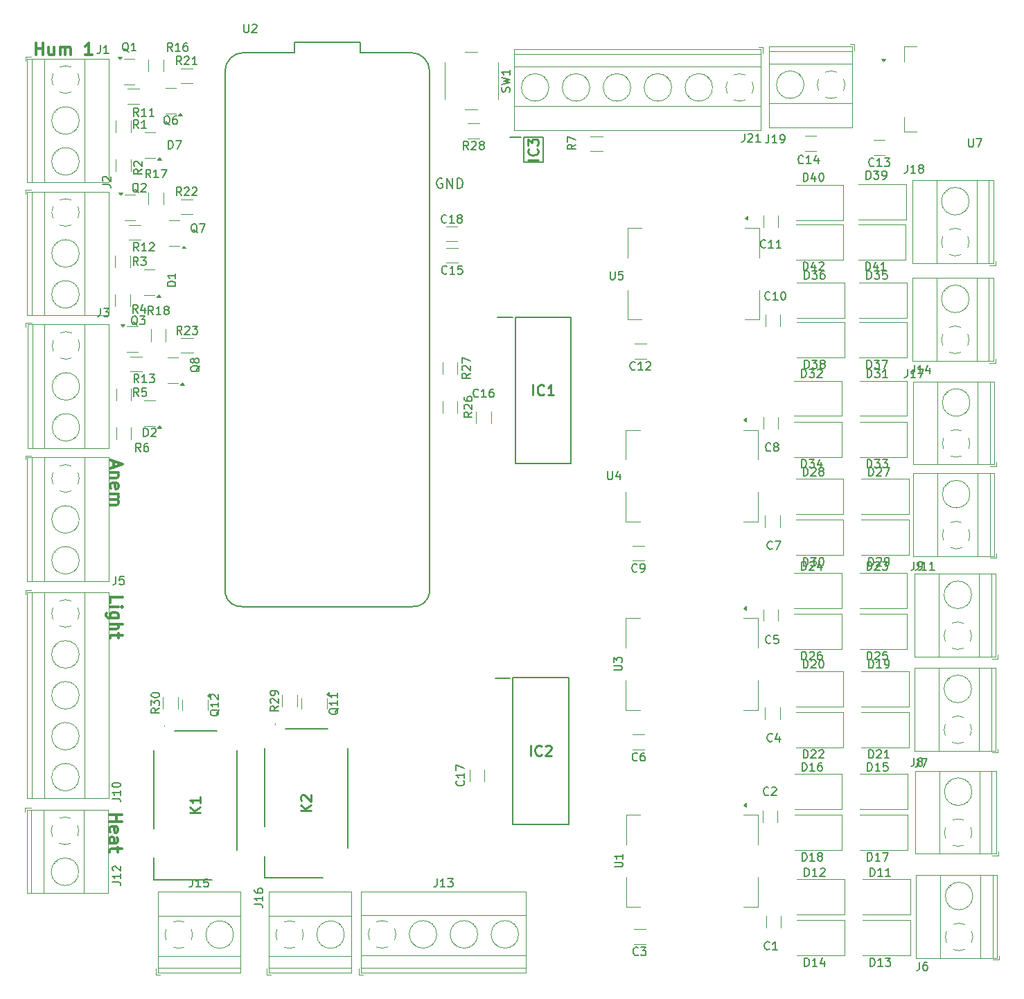
<source format=gbr>
%TF.GenerationSoftware,KiCad,Pcbnew,7.0.11*%
%TF.CreationDate,2024-05-01T23:49:06+02:00*%
%TF.ProjectId,KiCad,4b694361-642e-46b6-9963-61645f706362,rev?*%
%TF.SameCoordinates,Original*%
%TF.FileFunction,Legend,Top*%
%TF.FilePolarity,Positive*%
%FSLAX46Y46*%
G04 Gerber Fmt 4.6, Leading zero omitted, Abs format (unit mm)*
G04 Created by KiCad (PCBNEW 7.0.11) date 2024-05-01 23:49:06*
%MOMM*%
%LPD*%
G01*
G04 APERTURE LIST*
%ADD10C,0.300000*%
%ADD11C,0.200000*%
%ADD12C,0.150000*%
%ADD13C,0.254000*%
%ADD14C,0.120000*%
%ADD15C,0.127000*%
%ADD16C,0.100000*%
G04 APERTURE END LIST*
D10*
X68902010Y-24935628D02*
X68902010Y-23435628D01*
X68902010Y-24149914D02*
X69759153Y-24149914D01*
X69759153Y-24935628D02*
X69759153Y-23435628D01*
X71116297Y-23935628D02*
X71116297Y-24935628D01*
X70473439Y-23935628D02*
X70473439Y-24721342D01*
X70473439Y-24721342D02*
X70544868Y-24864200D01*
X70544868Y-24864200D02*
X70687725Y-24935628D01*
X70687725Y-24935628D02*
X70902011Y-24935628D01*
X70902011Y-24935628D02*
X71044868Y-24864200D01*
X71044868Y-24864200D02*
X71116297Y-24792771D01*
X71830582Y-24935628D02*
X71830582Y-23935628D01*
X71830582Y-24078485D02*
X71902011Y-24007057D01*
X71902011Y-24007057D02*
X72044868Y-23935628D01*
X72044868Y-23935628D02*
X72259154Y-23935628D01*
X72259154Y-23935628D02*
X72402011Y-24007057D01*
X72402011Y-24007057D02*
X72473440Y-24149914D01*
X72473440Y-24149914D02*
X72473440Y-24935628D01*
X72473440Y-24149914D02*
X72544868Y-24007057D01*
X72544868Y-24007057D02*
X72687725Y-23935628D01*
X72687725Y-23935628D02*
X72902011Y-23935628D01*
X72902011Y-23935628D02*
X73044868Y-24007057D01*
X73044868Y-24007057D02*
X73116297Y-24149914D01*
X73116297Y-24149914D02*
X73116297Y-24935628D01*
X75759154Y-24935628D02*
X74902011Y-24935628D01*
X75330582Y-24935628D02*
X75330582Y-23435628D01*
X75330582Y-23435628D02*
X75187725Y-23649914D01*
X75187725Y-23649914D02*
X75044868Y-23792771D01*
X75044868Y-23792771D02*
X74902011Y-23864200D01*
X77960171Y-91893596D02*
X77960171Y-91179310D01*
X77960171Y-91179310D02*
X79460171Y-91179310D01*
X77960171Y-92393596D02*
X78960171Y-92393596D01*
X79460171Y-92393596D02*
X79388742Y-92322168D01*
X79388742Y-92322168D02*
X79317314Y-92393596D01*
X79317314Y-92393596D02*
X79388742Y-92465025D01*
X79388742Y-92465025D02*
X79460171Y-92393596D01*
X79460171Y-92393596D02*
X79317314Y-92393596D01*
X78960171Y-93750740D02*
X77745885Y-93750740D01*
X77745885Y-93750740D02*
X77603028Y-93679311D01*
X77603028Y-93679311D02*
X77531600Y-93607882D01*
X77531600Y-93607882D02*
X77460171Y-93465025D01*
X77460171Y-93465025D02*
X77460171Y-93250740D01*
X77460171Y-93250740D02*
X77531600Y-93107882D01*
X78031600Y-93750740D02*
X77960171Y-93607882D01*
X77960171Y-93607882D02*
X77960171Y-93322168D01*
X77960171Y-93322168D02*
X78031600Y-93179311D01*
X78031600Y-93179311D02*
X78103028Y-93107882D01*
X78103028Y-93107882D02*
X78245885Y-93036454D01*
X78245885Y-93036454D02*
X78674457Y-93036454D01*
X78674457Y-93036454D02*
X78817314Y-93107882D01*
X78817314Y-93107882D02*
X78888742Y-93179311D01*
X78888742Y-93179311D02*
X78960171Y-93322168D01*
X78960171Y-93322168D02*
X78960171Y-93607882D01*
X78960171Y-93607882D02*
X78888742Y-93750740D01*
X77960171Y-94465025D02*
X79460171Y-94465025D01*
X77960171Y-95107883D02*
X78745885Y-95107883D01*
X78745885Y-95107883D02*
X78888742Y-95036454D01*
X78888742Y-95036454D02*
X78960171Y-94893597D01*
X78960171Y-94893597D02*
X78960171Y-94679311D01*
X78960171Y-94679311D02*
X78888742Y-94536454D01*
X78888742Y-94536454D02*
X78817314Y-94465025D01*
X78960171Y-95607883D02*
X78960171Y-96179311D01*
X79460171Y-95822168D02*
X78174457Y-95822168D01*
X78174457Y-95822168D02*
X78031600Y-95893597D01*
X78031600Y-95893597D02*
X77960171Y-96036454D01*
X77960171Y-96036454D02*
X77960171Y-96179311D01*
D11*
X118545863Y-40059885D02*
X118431578Y-40002742D01*
X118431578Y-40002742D02*
X118260149Y-40002742D01*
X118260149Y-40002742D02*
X118088720Y-40059885D01*
X118088720Y-40059885D02*
X117974435Y-40174171D01*
X117974435Y-40174171D02*
X117917292Y-40288457D01*
X117917292Y-40288457D02*
X117860149Y-40517028D01*
X117860149Y-40517028D02*
X117860149Y-40688457D01*
X117860149Y-40688457D02*
X117917292Y-40917028D01*
X117917292Y-40917028D02*
X117974435Y-41031314D01*
X117974435Y-41031314D02*
X118088720Y-41145600D01*
X118088720Y-41145600D02*
X118260149Y-41202742D01*
X118260149Y-41202742D02*
X118374435Y-41202742D01*
X118374435Y-41202742D02*
X118545863Y-41145600D01*
X118545863Y-41145600D02*
X118603006Y-41088457D01*
X118603006Y-41088457D02*
X118603006Y-40688457D01*
X118603006Y-40688457D02*
X118374435Y-40688457D01*
X119117292Y-41202742D02*
X119117292Y-40002742D01*
X119117292Y-40002742D02*
X119803006Y-41202742D01*
X119803006Y-41202742D02*
X119803006Y-40002742D01*
X120374435Y-41202742D02*
X120374435Y-40002742D01*
X120374435Y-40002742D02*
X120660149Y-40002742D01*
X120660149Y-40002742D02*
X120831578Y-40059885D01*
X120831578Y-40059885D02*
X120945863Y-40174171D01*
X120945863Y-40174171D02*
X121003006Y-40288457D01*
X121003006Y-40288457D02*
X121060149Y-40517028D01*
X121060149Y-40517028D02*
X121060149Y-40688457D01*
X121060149Y-40688457D02*
X121003006Y-40917028D01*
X121003006Y-40917028D02*
X120945863Y-41031314D01*
X120945863Y-41031314D02*
X120831578Y-41145600D01*
X120831578Y-41145600D02*
X120660149Y-41202742D01*
X120660149Y-41202742D02*
X120374435Y-41202742D01*
D10*
X78396242Y-74607882D02*
X78396242Y-75322168D01*
X77967671Y-74465025D02*
X79467671Y-74965025D01*
X79467671Y-74965025D02*
X77967671Y-75465025D01*
X78967671Y-75965024D02*
X77967671Y-75965024D01*
X78824814Y-75965024D02*
X78896242Y-76036453D01*
X78896242Y-76036453D02*
X78967671Y-76179310D01*
X78967671Y-76179310D02*
X78967671Y-76393596D01*
X78967671Y-76393596D02*
X78896242Y-76536453D01*
X78896242Y-76536453D02*
X78753385Y-76607882D01*
X78753385Y-76607882D02*
X77967671Y-76607882D01*
X78039100Y-77893596D02*
X77967671Y-77750739D01*
X77967671Y-77750739D02*
X77967671Y-77465025D01*
X77967671Y-77465025D02*
X78039100Y-77322167D01*
X78039100Y-77322167D02*
X78181957Y-77250739D01*
X78181957Y-77250739D02*
X78753385Y-77250739D01*
X78753385Y-77250739D02*
X78896242Y-77322167D01*
X78896242Y-77322167D02*
X78967671Y-77465025D01*
X78967671Y-77465025D02*
X78967671Y-77750739D01*
X78967671Y-77750739D02*
X78896242Y-77893596D01*
X78896242Y-77893596D02*
X78753385Y-77965025D01*
X78753385Y-77965025D02*
X78610528Y-77965025D01*
X78610528Y-77965025D02*
X78467671Y-77250739D01*
X77967671Y-78607881D02*
X78967671Y-78607881D01*
X78824814Y-78607881D02*
X78896242Y-78679310D01*
X78896242Y-78679310D02*
X78967671Y-78822167D01*
X78967671Y-78822167D02*
X78967671Y-79036453D01*
X78967671Y-79036453D02*
X78896242Y-79179310D01*
X78896242Y-79179310D02*
X78753385Y-79250739D01*
X78753385Y-79250739D02*
X77967671Y-79250739D01*
X78753385Y-79250739D02*
X78896242Y-79322167D01*
X78896242Y-79322167D02*
X78967671Y-79465024D01*
X78967671Y-79465024D02*
X78967671Y-79679310D01*
X78967671Y-79679310D02*
X78896242Y-79822167D01*
X78896242Y-79822167D02*
X78753385Y-79893596D01*
X78753385Y-79893596D02*
X77967671Y-79893596D01*
X77905171Y-117744510D02*
X79405171Y-117744510D01*
X78690885Y-117744510D02*
X78690885Y-118601653D01*
X77905171Y-118601653D02*
X79405171Y-118601653D01*
X77976600Y-119887368D02*
X77905171Y-119744511D01*
X77905171Y-119744511D02*
X77905171Y-119458797D01*
X77905171Y-119458797D02*
X77976600Y-119315939D01*
X77976600Y-119315939D02*
X78119457Y-119244511D01*
X78119457Y-119244511D02*
X78690885Y-119244511D01*
X78690885Y-119244511D02*
X78833742Y-119315939D01*
X78833742Y-119315939D02*
X78905171Y-119458797D01*
X78905171Y-119458797D02*
X78905171Y-119744511D01*
X78905171Y-119744511D02*
X78833742Y-119887368D01*
X78833742Y-119887368D02*
X78690885Y-119958797D01*
X78690885Y-119958797D02*
X78548028Y-119958797D01*
X78548028Y-119958797D02*
X78405171Y-119244511D01*
X77905171Y-121244511D02*
X78690885Y-121244511D01*
X78690885Y-121244511D02*
X78833742Y-121173082D01*
X78833742Y-121173082D02*
X78905171Y-121030225D01*
X78905171Y-121030225D02*
X78905171Y-120744511D01*
X78905171Y-120744511D02*
X78833742Y-120601653D01*
X77976600Y-121244511D02*
X77905171Y-121101653D01*
X77905171Y-121101653D02*
X77905171Y-120744511D01*
X77905171Y-120744511D02*
X77976600Y-120601653D01*
X77976600Y-120601653D02*
X78119457Y-120530225D01*
X78119457Y-120530225D02*
X78262314Y-120530225D01*
X78262314Y-120530225D02*
X78405171Y-120601653D01*
X78405171Y-120601653D02*
X78476600Y-120744511D01*
X78476600Y-120744511D02*
X78476600Y-121101653D01*
X78476600Y-121101653D02*
X78548028Y-121244511D01*
X78905171Y-121744511D02*
X78905171Y-122315939D01*
X79405171Y-121958796D02*
X78119457Y-121958796D01*
X78119457Y-121958796D02*
X77976600Y-122030225D01*
X77976600Y-122030225D02*
X77905171Y-122173082D01*
X77905171Y-122173082D02*
X77905171Y-122315939D01*
D12*
X162685714Y-76354819D02*
X162685714Y-75354819D01*
X162685714Y-75354819D02*
X162923809Y-75354819D01*
X162923809Y-75354819D02*
X163066666Y-75402438D01*
X163066666Y-75402438D02*
X163161904Y-75497676D01*
X163161904Y-75497676D02*
X163209523Y-75592914D01*
X163209523Y-75592914D02*
X163257142Y-75783390D01*
X163257142Y-75783390D02*
X163257142Y-75926247D01*
X163257142Y-75926247D02*
X163209523Y-76116723D01*
X163209523Y-76116723D02*
X163161904Y-76211961D01*
X163161904Y-76211961D02*
X163066666Y-76307200D01*
X163066666Y-76307200D02*
X162923809Y-76354819D01*
X162923809Y-76354819D02*
X162685714Y-76354819D01*
X163638095Y-75450057D02*
X163685714Y-75402438D01*
X163685714Y-75402438D02*
X163780952Y-75354819D01*
X163780952Y-75354819D02*
X164019047Y-75354819D01*
X164019047Y-75354819D02*
X164114285Y-75402438D01*
X164114285Y-75402438D02*
X164161904Y-75450057D01*
X164161904Y-75450057D02*
X164209523Y-75545295D01*
X164209523Y-75545295D02*
X164209523Y-75640533D01*
X164209523Y-75640533D02*
X164161904Y-75783390D01*
X164161904Y-75783390D02*
X163590476Y-76354819D01*
X163590476Y-76354819D02*
X164209523Y-76354819D01*
X164780952Y-75783390D02*
X164685714Y-75735771D01*
X164685714Y-75735771D02*
X164638095Y-75688152D01*
X164638095Y-75688152D02*
X164590476Y-75592914D01*
X164590476Y-75592914D02*
X164590476Y-75545295D01*
X164590476Y-75545295D02*
X164638095Y-75450057D01*
X164638095Y-75450057D02*
X164685714Y-75402438D01*
X164685714Y-75402438D02*
X164780952Y-75354819D01*
X164780952Y-75354819D02*
X164971428Y-75354819D01*
X164971428Y-75354819D02*
X165066666Y-75402438D01*
X165066666Y-75402438D02*
X165114285Y-75450057D01*
X165114285Y-75450057D02*
X165161904Y-75545295D01*
X165161904Y-75545295D02*
X165161904Y-75592914D01*
X165161904Y-75592914D02*
X165114285Y-75688152D01*
X165114285Y-75688152D02*
X165066666Y-75735771D01*
X165066666Y-75735771D02*
X164971428Y-75783390D01*
X164971428Y-75783390D02*
X164780952Y-75783390D01*
X164780952Y-75783390D02*
X164685714Y-75831009D01*
X164685714Y-75831009D02*
X164638095Y-75878628D01*
X164638095Y-75878628D02*
X164590476Y-75973866D01*
X164590476Y-75973866D02*
X164590476Y-76164342D01*
X164590476Y-76164342D02*
X164638095Y-76259580D01*
X164638095Y-76259580D02*
X164685714Y-76307200D01*
X164685714Y-76307200D02*
X164780952Y-76354819D01*
X164780952Y-76354819D02*
X164971428Y-76354819D01*
X164971428Y-76354819D02*
X165066666Y-76307200D01*
X165066666Y-76307200D02*
X165114285Y-76259580D01*
X165114285Y-76259580D02*
X165161904Y-76164342D01*
X165161904Y-76164342D02*
X165161904Y-75973866D01*
X165161904Y-75973866D02*
X165114285Y-75878628D01*
X165114285Y-75878628D02*
X165066666Y-75831009D01*
X165066666Y-75831009D02*
X164971428Y-75783390D01*
X175390476Y-38354819D02*
X175390476Y-39069104D01*
X175390476Y-39069104D02*
X175342857Y-39211961D01*
X175342857Y-39211961D02*
X175247619Y-39307200D01*
X175247619Y-39307200D02*
X175104762Y-39354819D01*
X175104762Y-39354819D02*
X175009524Y-39354819D01*
X176390476Y-39354819D02*
X175819048Y-39354819D01*
X176104762Y-39354819D02*
X176104762Y-38354819D01*
X176104762Y-38354819D02*
X176009524Y-38497676D01*
X176009524Y-38497676D02*
X175914286Y-38592914D01*
X175914286Y-38592914D02*
X175819048Y-38640533D01*
X176961905Y-38783390D02*
X176866667Y-38735771D01*
X176866667Y-38735771D02*
X176819048Y-38688152D01*
X176819048Y-38688152D02*
X176771429Y-38592914D01*
X176771429Y-38592914D02*
X176771429Y-38545295D01*
X176771429Y-38545295D02*
X176819048Y-38450057D01*
X176819048Y-38450057D02*
X176866667Y-38402438D01*
X176866667Y-38402438D02*
X176961905Y-38354819D01*
X176961905Y-38354819D02*
X177152381Y-38354819D01*
X177152381Y-38354819D02*
X177247619Y-38402438D01*
X177247619Y-38402438D02*
X177295238Y-38450057D01*
X177295238Y-38450057D02*
X177342857Y-38545295D01*
X177342857Y-38545295D02*
X177342857Y-38592914D01*
X177342857Y-38592914D02*
X177295238Y-38688152D01*
X177295238Y-38688152D02*
X177247619Y-38735771D01*
X177247619Y-38735771D02*
X177152381Y-38783390D01*
X177152381Y-38783390D02*
X176961905Y-38783390D01*
X176961905Y-38783390D02*
X176866667Y-38831009D01*
X176866667Y-38831009D02*
X176819048Y-38878628D01*
X176819048Y-38878628D02*
X176771429Y-38973866D01*
X176771429Y-38973866D02*
X176771429Y-39164342D01*
X176771429Y-39164342D02*
X176819048Y-39259580D01*
X176819048Y-39259580D02*
X176866667Y-39307200D01*
X176866667Y-39307200D02*
X176961905Y-39354819D01*
X176961905Y-39354819D02*
X177152381Y-39354819D01*
X177152381Y-39354819D02*
X177247619Y-39307200D01*
X177247619Y-39307200D02*
X177295238Y-39259580D01*
X177295238Y-39259580D02*
X177342857Y-39164342D01*
X177342857Y-39164342D02*
X177342857Y-38973866D01*
X177342857Y-38973866D02*
X177295238Y-38878628D01*
X177295238Y-38878628D02*
X177247619Y-38831009D01*
X177247619Y-38831009D02*
X177152381Y-38783390D01*
X162533214Y-112420019D02*
X162533214Y-111420019D01*
X162533214Y-111420019D02*
X162771309Y-111420019D01*
X162771309Y-111420019D02*
X162914166Y-111467638D01*
X162914166Y-111467638D02*
X163009404Y-111562876D01*
X163009404Y-111562876D02*
X163057023Y-111658114D01*
X163057023Y-111658114D02*
X163104642Y-111848590D01*
X163104642Y-111848590D02*
X163104642Y-111991447D01*
X163104642Y-111991447D02*
X163057023Y-112181923D01*
X163057023Y-112181923D02*
X163009404Y-112277161D01*
X163009404Y-112277161D02*
X162914166Y-112372400D01*
X162914166Y-112372400D02*
X162771309Y-112420019D01*
X162771309Y-112420019D02*
X162533214Y-112420019D01*
X164057023Y-112420019D02*
X163485595Y-112420019D01*
X163771309Y-112420019D02*
X163771309Y-111420019D01*
X163771309Y-111420019D02*
X163676071Y-111562876D01*
X163676071Y-111562876D02*
X163580833Y-111658114D01*
X163580833Y-111658114D02*
X163485595Y-111705733D01*
X164914166Y-111420019D02*
X164723690Y-111420019D01*
X164723690Y-111420019D02*
X164628452Y-111467638D01*
X164628452Y-111467638D02*
X164580833Y-111515257D01*
X164580833Y-111515257D02*
X164485595Y-111658114D01*
X164485595Y-111658114D02*
X164437976Y-111848590D01*
X164437976Y-111848590D02*
X164437976Y-112229542D01*
X164437976Y-112229542D02*
X164485595Y-112324780D01*
X164485595Y-112324780D02*
X164533214Y-112372400D01*
X164533214Y-112372400D02*
X164628452Y-112420019D01*
X164628452Y-112420019D02*
X164818928Y-112420019D01*
X164818928Y-112420019D02*
X164914166Y-112372400D01*
X164914166Y-112372400D02*
X164961785Y-112324780D01*
X164961785Y-112324780D02*
X165009404Y-112229542D01*
X165009404Y-112229542D02*
X165009404Y-111991447D01*
X165009404Y-111991447D02*
X164961785Y-111896209D01*
X164961785Y-111896209D02*
X164914166Y-111848590D01*
X164914166Y-111848590D02*
X164818928Y-111800971D01*
X164818928Y-111800971D02*
X164628452Y-111800971D01*
X164628452Y-111800971D02*
X164533214Y-111848590D01*
X164533214Y-111848590D02*
X164485595Y-111896209D01*
X164485595Y-111896209D02*
X164437976Y-111991447D01*
X176740476Y-86854819D02*
X176740476Y-87569104D01*
X176740476Y-87569104D02*
X176692857Y-87711961D01*
X176692857Y-87711961D02*
X176597619Y-87807200D01*
X176597619Y-87807200D02*
X176454762Y-87854819D01*
X176454762Y-87854819D02*
X176359524Y-87854819D01*
X177740476Y-87854819D02*
X177169048Y-87854819D01*
X177454762Y-87854819D02*
X177454762Y-86854819D01*
X177454762Y-86854819D02*
X177359524Y-86997676D01*
X177359524Y-86997676D02*
X177264286Y-87092914D01*
X177264286Y-87092914D02*
X177169048Y-87140533D01*
X178692857Y-87854819D02*
X178121429Y-87854819D01*
X178407143Y-87854819D02*
X178407143Y-86854819D01*
X178407143Y-86854819D02*
X178311905Y-86997676D01*
X178311905Y-86997676D02*
X178216667Y-87092914D01*
X178216667Y-87092914D02*
X178121429Y-87140533D01*
X94313095Y-21179819D02*
X94313095Y-21989342D01*
X94313095Y-21989342D02*
X94360714Y-22084580D01*
X94360714Y-22084580D02*
X94408333Y-22132200D01*
X94408333Y-22132200D02*
X94503571Y-22179819D01*
X94503571Y-22179819D02*
X94694047Y-22179819D01*
X94694047Y-22179819D02*
X94789285Y-22132200D01*
X94789285Y-22132200D02*
X94836904Y-22084580D01*
X94836904Y-22084580D02*
X94884523Y-21989342D01*
X94884523Y-21989342D02*
X94884523Y-21179819D01*
X95313095Y-21275057D02*
X95360714Y-21227438D01*
X95360714Y-21227438D02*
X95455952Y-21179819D01*
X95455952Y-21179819D02*
X95694047Y-21179819D01*
X95694047Y-21179819D02*
X95789285Y-21227438D01*
X95789285Y-21227438D02*
X95836904Y-21275057D01*
X95836904Y-21275057D02*
X95884523Y-21370295D01*
X95884523Y-21370295D02*
X95884523Y-21465533D01*
X95884523Y-21465533D02*
X95836904Y-21608390D01*
X95836904Y-21608390D02*
X95265476Y-22179819D01*
X95265476Y-22179819D02*
X95884523Y-22179819D01*
X138763095Y-75814819D02*
X138763095Y-76624342D01*
X138763095Y-76624342D02*
X138810714Y-76719580D01*
X138810714Y-76719580D02*
X138858333Y-76767200D01*
X138858333Y-76767200D02*
X138953571Y-76814819D01*
X138953571Y-76814819D02*
X139144047Y-76814819D01*
X139144047Y-76814819D02*
X139239285Y-76767200D01*
X139239285Y-76767200D02*
X139286904Y-76719580D01*
X139286904Y-76719580D02*
X139334523Y-76624342D01*
X139334523Y-76624342D02*
X139334523Y-75814819D01*
X140239285Y-76148152D02*
X140239285Y-76814819D01*
X140001190Y-75767200D02*
X139763095Y-76481485D01*
X139763095Y-76481485D02*
X140382142Y-76481485D01*
X142383333Y-111109580D02*
X142335714Y-111157200D01*
X142335714Y-111157200D02*
X142192857Y-111204819D01*
X142192857Y-111204819D02*
X142097619Y-111204819D01*
X142097619Y-111204819D02*
X141954762Y-111157200D01*
X141954762Y-111157200D02*
X141859524Y-111061961D01*
X141859524Y-111061961D02*
X141811905Y-110966723D01*
X141811905Y-110966723D02*
X141764286Y-110776247D01*
X141764286Y-110776247D02*
X141764286Y-110633390D01*
X141764286Y-110633390D02*
X141811905Y-110442914D01*
X141811905Y-110442914D02*
X141859524Y-110347676D01*
X141859524Y-110347676D02*
X141954762Y-110252438D01*
X141954762Y-110252438D02*
X142097619Y-110204819D01*
X142097619Y-110204819D02*
X142192857Y-110204819D01*
X142192857Y-110204819D02*
X142335714Y-110252438D01*
X142335714Y-110252438D02*
X142383333Y-110300057D01*
X143240476Y-110204819D02*
X143050000Y-110204819D01*
X143050000Y-110204819D02*
X142954762Y-110252438D01*
X142954762Y-110252438D02*
X142907143Y-110300057D01*
X142907143Y-110300057D02*
X142811905Y-110442914D01*
X142811905Y-110442914D02*
X142764286Y-110633390D01*
X142764286Y-110633390D02*
X142764286Y-111014342D01*
X142764286Y-111014342D02*
X142811905Y-111109580D01*
X142811905Y-111109580D02*
X142859524Y-111157200D01*
X142859524Y-111157200D02*
X142954762Y-111204819D01*
X142954762Y-111204819D02*
X143145238Y-111204819D01*
X143145238Y-111204819D02*
X143240476Y-111157200D01*
X143240476Y-111157200D02*
X143288095Y-111109580D01*
X143288095Y-111109580D02*
X143335714Y-111014342D01*
X143335714Y-111014342D02*
X143335714Y-110776247D01*
X143335714Y-110776247D02*
X143288095Y-110681009D01*
X143288095Y-110681009D02*
X143240476Y-110633390D01*
X143240476Y-110633390D02*
X143145238Y-110585771D01*
X143145238Y-110585771D02*
X142954762Y-110585771D01*
X142954762Y-110585771D02*
X142859524Y-110633390D01*
X142859524Y-110633390D02*
X142811905Y-110681009D01*
X142811905Y-110681009D02*
X142764286Y-110776247D01*
X162672142Y-38120580D02*
X162624523Y-38168200D01*
X162624523Y-38168200D02*
X162481666Y-38215819D01*
X162481666Y-38215819D02*
X162386428Y-38215819D01*
X162386428Y-38215819D02*
X162243571Y-38168200D01*
X162243571Y-38168200D02*
X162148333Y-38072961D01*
X162148333Y-38072961D02*
X162100714Y-37977723D01*
X162100714Y-37977723D02*
X162053095Y-37787247D01*
X162053095Y-37787247D02*
X162053095Y-37644390D01*
X162053095Y-37644390D02*
X162100714Y-37453914D01*
X162100714Y-37453914D02*
X162148333Y-37358676D01*
X162148333Y-37358676D02*
X162243571Y-37263438D01*
X162243571Y-37263438D02*
X162386428Y-37215819D01*
X162386428Y-37215819D02*
X162481666Y-37215819D01*
X162481666Y-37215819D02*
X162624523Y-37263438D01*
X162624523Y-37263438D02*
X162672142Y-37311057D01*
X163624523Y-38215819D02*
X163053095Y-38215819D01*
X163338809Y-38215819D02*
X163338809Y-37215819D01*
X163338809Y-37215819D02*
X163243571Y-37358676D01*
X163243571Y-37358676D02*
X163148333Y-37453914D01*
X163148333Y-37453914D02*
X163053095Y-37501533D01*
X164481666Y-37549152D02*
X164481666Y-38215819D01*
X164243571Y-37168200D02*
X164005476Y-37882485D01*
X164005476Y-37882485D02*
X164624523Y-37882485D01*
X139592319Y-124161904D02*
X140401842Y-124161904D01*
X140401842Y-124161904D02*
X140497080Y-124114285D01*
X140497080Y-124114285D02*
X140544700Y-124066666D01*
X140544700Y-124066666D02*
X140592319Y-123971428D01*
X140592319Y-123971428D02*
X140592319Y-123780952D01*
X140592319Y-123780952D02*
X140544700Y-123685714D01*
X140544700Y-123685714D02*
X140497080Y-123638095D01*
X140497080Y-123638095D02*
X140401842Y-123590476D01*
X140401842Y-123590476D02*
X139592319Y-123590476D01*
X140592319Y-122590476D02*
X140592319Y-123161904D01*
X140592319Y-122876190D02*
X139592319Y-122876190D01*
X139592319Y-122876190D02*
X139735176Y-122971428D01*
X139735176Y-122971428D02*
X139830414Y-123066666D01*
X139830414Y-123066666D02*
X139878033Y-123161904D01*
X77017319Y-40768133D02*
X77731604Y-40768133D01*
X77731604Y-40768133D02*
X77874461Y-40815752D01*
X77874461Y-40815752D02*
X77969700Y-40910990D01*
X77969700Y-40910990D02*
X78017319Y-41053847D01*
X78017319Y-41053847D02*
X78017319Y-41149085D01*
X77112557Y-40339561D02*
X77064938Y-40291942D01*
X77064938Y-40291942D02*
X77017319Y-40196704D01*
X77017319Y-40196704D02*
X77017319Y-39958609D01*
X77017319Y-39958609D02*
X77064938Y-39863371D01*
X77064938Y-39863371D02*
X77112557Y-39815752D01*
X77112557Y-39815752D02*
X77207795Y-39768133D01*
X77207795Y-39768133D02*
X77303033Y-39768133D01*
X77303033Y-39768133D02*
X77445890Y-39815752D01*
X77445890Y-39815752D02*
X78017319Y-40387180D01*
X78017319Y-40387180D02*
X78017319Y-39768133D01*
X81395833Y-50639619D02*
X81062500Y-50163428D01*
X80824405Y-50639619D02*
X80824405Y-49639619D01*
X80824405Y-49639619D02*
X81205357Y-49639619D01*
X81205357Y-49639619D02*
X81300595Y-49687238D01*
X81300595Y-49687238D02*
X81348214Y-49734857D01*
X81348214Y-49734857D02*
X81395833Y-49830095D01*
X81395833Y-49830095D02*
X81395833Y-49972952D01*
X81395833Y-49972952D02*
X81348214Y-50068190D01*
X81348214Y-50068190D02*
X81300595Y-50115809D01*
X81300595Y-50115809D02*
X81205357Y-50163428D01*
X81205357Y-50163428D02*
X80824405Y-50163428D01*
X81729167Y-49639619D02*
X82348214Y-49639619D01*
X82348214Y-49639619D02*
X82014881Y-50020571D01*
X82014881Y-50020571D02*
X82157738Y-50020571D01*
X82157738Y-50020571D02*
X82252976Y-50068190D01*
X82252976Y-50068190D02*
X82300595Y-50115809D01*
X82300595Y-50115809D02*
X82348214Y-50211047D01*
X82348214Y-50211047D02*
X82348214Y-50449142D01*
X82348214Y-50449142D02*
X82300595Y-50544380D01*
X82300595Y-50544380D02*
X82252976Y-50592000D01*
X82252976Y-50592000D02*
X82157738Y-50639619D01*
X82157738Y-50639619D02*
X81872024Y-50639619D01*
X81872024Y-50639619D02*
X81776786Y-50592000D01*
X81776786Y-50592000D02*
X81729167Y-50544380D01*
X170685714Y-87354819D02*
X170685714Y-86354819D01*
X170685714Y-86354819D02*
X170923809Y-86354819D01*
X170923809Y-86354819D02*
X171066666Y-86402438D01*
X171066666Y-86402438D02*
X171161904Y-86497676D01*
X171161904Y-86497676D02*
X171209523Y-86592914D01*
X171209523Y-86592914D02*
X171257142Y-86783390D01*
X171257142Y-86783390D02*
X171257142Y-86926247D01*
X171257142Y-86926247D02*
X171209523Y-87116723D01*
X171209523Y-87116723D02*
X171161904Y-87211961D01*
X171161904Y-87211961D02*
X171066666Y-87307200D01*
X171066666Y-87307200D02*
X170923809Y-87354819D01*
X170923809Y-87354819D02*
X170685714Y-87354819D01*
X171638095Y-86450057D02*
X171685714Y-86402438D01*
X171685714Y-86402438D02*
X171780952Y-86354819D01*
X171780952Y-86354819D02*
X172019047Y-86354819D01*
X172019047Y-86354819D02*
X172114285Y-86402438D01*
X172114285Y-86402438D02*
X172161904Y-86450057D01*
X172161904Y-86450057D02*
X172209523Y-86545295D01*
X172209523Y-86545295D02*
X172209523Y-86640533D01*
X172209523Y-86640533D02*
X172161904Y-86783390D01*
X172161904Y-86783390D02*
X171590476Y-87354819D01*
X171590476Y-87354819D02*
X172209523Y-87354819D01*
X172685714Y-87354819D02*
X172876190Y-87354819D01*
X172876190Y-87354819D02*
X172971428Y-87307200D01*
X172971428Y-87307200D02*
X173019047Y-87259580D01*
X173019047Y-87259580D02*
X173114285Y-87116723D01*
X173114285Y-87116723D02*
X173161904Y-86926247D01*
X173161904Y-86926247D02*
X173161904Y-86545295D01*
X173161904Y-86545295D02*
X173114285Y-86450057D01*
X173114285Y-86450057D02*
X173066666Y-86402438D01*
X173066666Y-86402438D02*
X172971428Y-86354819D01*
X172971428Y-86354819D02*
X172780952Y-86354819D01*
X172780952Y-86354819D02*
X172685714Y-86402438D01*
X172685714Y-86402438D02*
X172638095Y-86450057D01*
X172638095Y-86450057D02*
X172590476Y-86545295D01*
X172590476Y-86545295D02*
X172590476Y-86783390D01*
X172590476Y-86783390D02*
X172638095Y-86878628D01*
X172638095Y-86878628D02*
X172685714Y-86926247D01*
X172685714Y-86926247D02*
X172780952Y-86973866D01*
X172780952Y-86973866D02*
X172971428Y-86973866D01*
X172971428Y-86973866D02*
X173066666Y-86926247D01*
X173066666Y-86926247D02*
X173114285Y-86878628D01*
X173114285Y-86878628D02*
X173161904Y-86783390D01*
X158683333Y-96759580D02*
X158635714Y-96807200D01*
X158635714Y-96807200D02*
X158492857Y-96854819D01*
X158492857Y-96854819D02*
X158397619Y-96854819D01*
X158397619Y-96854819D02*
X158254762Y-96807200D01*
X158254762Y-96807200D02*
X158159524Y-96711961D01*
X158159524Y-96711961D02*
X158111905Y-96616723D01*
X158111905Y-96616723D02*
X158064286Y-96426247D01*
X158064286Y-96426247D02*
X158064286Y-96283390D01*
X158064286Y-96283390D02*
X158111905Y-96092914D01*
X158111905Y-96092914D02*
X158159524Y-95997676D01*
X158159524Y-95997676D02*
X158254762Y-95902438D01*
X158254762Y-95902438D02*
X158397619Y-95854819D01*
X158397619Y-95854819D02*
X158492857Y-95854819D01*
X158492857Y-95854819D02*
X158635714Y-95902438D01*
X158635714Y-95902438D02*
X158683333Y-95950057D01*
X159588095Y-95854819D02*
X159111905Y-95854819D01*
X159111905Y-95854819D02*
X159064286Y-96331009D01*
X159064286Y-96331009D02*
X159111905Y-96283390D01*
X159111905Y-96283390D02*
X159207143Y-96235771D01*
X159207143Y-96235771D02*
X159445238Y-96235771D01*
X159445238Y-96235771D02*
X159540476Y-96283390D01*
X159540476Y-96283390D02*
X159588095Y-96331009D01*
X159588095Y-96331009D02*
X159635714Y-96426247D01*
X159635714Y-96426247D02*
X159635714Y-96664342D01*
X159635714Y-96664342D02*
X159588095Y-96759580D01*
X159588095Y-96759580D02*
X159540476Y-96807200D01*
X159540476Y-96807200D02*
X159445238Y-96854819D01*
X159445238Y-96854819D02*
X159207143Y-96854819D01*
X159207143Y-96854819D02*
X159111905Y-96807200D01*
X159111905Y-96807200D02*
X159064286Y-96759580D01*
X81304761Y-57950057D02*
X81209523Y-57902438D01*
X81209523Y-57902438D02*
X81114285Y-57807200D01*
X81114285Y-57807200D02*
X80971428Y-57664342D01*
X80971428Y-57664342D02*
X80876190Y-57616723D01*
X80876190Y-57616723D02*
X80780952Y-57616723D01*
X80828571Y-57854819D02*
X80733333Y-57807200D01*
X80733333Y-57807200D02*
X80638095Y-57711961D01*
X80638095Y-57711961D02*
X80590476Y-57521485D01*
X80590476Y-57521485D02*
X80590476Y-57188152D01*
X80590476Y-57188152D02*
X80638095Y-56997676D01*
X80638095Y-56997676D02*
X80733333Y-56902438D01*
X80733333Y-56902438D02*
X80828571Y-56854819D01*
X80828571Y-56854819D02*
X81019047Y-56854819D01*
X81019047Y-56854819D02*
X81114285Y-56902438D01*
X81114285Y-56902438D02*
X81209523Y-56997676D01*
X81209523Y-56997676D02*
X81257142Y-57188152D01*
X81257142Y-57188152D02*
X81257142Y-57521485D01*
X81257142Y-57521485D02*
X81209523Y-57711961D01*
X81209523Y-57711961D02*
X81114285Y-57807200D01*
X81114285Y-57807200D02*
X81019047Y-57854819D01*
X81019047Y-57854819D02*
X80828571Y-57854819D01*
X81590476Y-56854819D02*
X82209523Y-56854819D01*
X82209523Y-56854819D02*
X81876190Y-57235771D01*
X81876190Y-57235771D02*
X82019047Y-57235771D01*
X82019047Y-57235771D02*
X82114285Y-57283390D01*
X82114285Y-57283390D02*
X82161904Y-57331009D01*
X82161904Y-57331009D02*
X82209523Y-57426247D01*
X82209523Y-57426247D02*
X82209523Y-57664342D01*
X82209523Y-57664342D02*
X82161904Y-57759580D01*
X82161904Y-57759580D02*
X82114285Y-57807200D01*
X82114285Y-57807200D02*
X82019047Y-57854819D01*
X82019047Y-57854819D02*
X81733333Y-57854819D01*
X81733333Y-57854819D02*
X81638095Y-57807200D01*
X81638095Y-57807200D02*
X81590476Y-57759580D01*
X88917557Y-62895238D02*
X88869938Y-62990476D01*
X88869938Y-62990476D02*
X88774700Y-63085714D01*
X88774700Y-63085714D02*
X88631842Y-63228571D01*
X88631842Y-63228571D02*
X88584223Y-63323809D01*
X88584223Y-63323809D02*
X88584223Y-63419047D01*
X88822319Y-63371428D02*
X88774700Y-63466666D01*
X88774700Y-63466666D02*
X88679461Y-63561904D01*
X88679461Y-63561904D02*
X88488985Y-63609523D01*
X88488985Y-63609523D02*
X88155652Y-63609523D01*
X88155652Y-63609523D02*
X87965176Y-63561904D01*
X87965176Y-63561904D02*
X87869938Y-63466666D01*
X87869938Y-63466666D02*
X87822319Y-63371428D01*
X87822319Y-63371428D02*
X87822319Y-63180952D01*
X87822319Y-63180952D02*
X87869938Y-63085714D01*
X87869938Y-63085714D02*
X87965176Y-62990476D01*
X87965176Y-62990476D02*
X88155652Y-62942857D01*
X88155652Y-62942857D02*
X88488985Y-62942857D01*
X88488985Y-62942857D02*
X88679461Y-62990476D01*
X88679461Y-62990476D02*
X88774700Y-63085714D01*
X88774700Y-63085714D02*
X88822319Y-63180952D01*
X88822319Y-63180952D02*
X88822319Y-63371428D01*
X88250890Y-62371428D02*
X88203271Y-62466666D01*
X88203271Y-62466666D02*
X88155652Y-62514285D01*
X88155652Y-62514285D02*
X88060414Y-62561904D01*
X88060414Y-62561904D02*
X88012795Y-62561904D01*
X88012795Y-62561904D02*
X87917557Y-62514285D01*
X87917557Y-62514285D02*
X87869938Y-62466666D01*
X87869938Y-62466666D02*
X87822319Y-62371428D01*
X87822319Y-62371428D02*
X87822319Y-62180952D01*
X87822319Y-62180952D02*
X87869938Y-62085714D01*
X87869938Y-62085714D02*
X87917557Y-62038095D01*
X87917557Y-62038095D02*
X88012795Y-61990476D01*
X88012795Y-61990476D02*
X88060414Y-61990476D01*
X88060414Y-61990476D02*
X88155652Y-62038095D01*
X88155652Y-62038095D02*
X88203271Y-62085714D01*
X88203271Y-62085714D02*
X88250890Y-62180952D01*
X88250890Y-62180952D02*
X88250890Y-62371428D01*
X88250890Y-62371428D02*
X88298509Y-62466666D01*
X88298509Y-62466666D02*
X88346128Y-62514285D01*
X88346128Y-62514285D02*
X88441366Y-62561904D01*
X88441366Y-62561904D02*
X88631842Y-62561904D01*
X88631842Y-62561904D02*
X88727080Y-62514285D01*
X88727080Y-62514285D02*
X88774700Y-62466666D01*
X88774700Y-62466666D02*
X88822319Y-62371428D01*
X88822319Y-62371428D02*
X88822319Y-62180952D01*
X88822319Y-62180952D02*
X88774700Y-62085714D01*
X88774700Y-62085714D02*
X88727080Y-62038095D01*
X88727080Y-62038095D02*
X88631842Y-61990476D01*
X88631842Y-61990476D02*
X88441366Y-61990476D01*
X88441366Y-61990476D02*
X88346128Y-62038095D01*
X88346128Y-62038095D02*
X88298509Y-62085714D01*
X88298509Y-62085714D02*
X88250890Y-62180952D01*
X122204819Y-68577657D02*
X121728628Y-68910990D01*
X122204819Y-69149085D02*
X121204819Y-69149085D01*
X121204819Y-69149085D02*
X121204819Y-68768133D01*
X121204819Y-68768133D02*
X121252438Y-68672895D01*
X121252438Y-68672895D02*
X121300057Y-68625276D01*
X121300057Y-68625276D02*
X121395295Y-68577657D01*
X121395295Y-68577657D02*
X121538152Y-68577657D01*
X121538152Y-68577657D02*
X121633390Y-68625276D01*
X121633390Y-68625276D02*
X121681009Y-68672895D01*
X121681009Y-68672895D02*
X121728628Y-68768133D01*
X121728628Y-68768133D02*
X121728628Y-69149085D01*
X121300057Y-68196704D02*
X121252438Y-68149085D01*
X121252438Y-68149085D02*
X121204819Y-68053847D01*
X121204819Y-68053847D02*
X121204819Y-67815752D01*
X121204819Y-67815752D02*
X121252438Y-67720514D01*
X121252438Y-67720514D02*
X121300057Y-67672895D01*
X121300057Y-67672895D02*
X121395295Y-67625276D01*
X121395295Y-67625276D02*
X121490533Y-67625276D01*
X121490533Y-67625276D02*
X121633390Y-67672895D01*
X121633390Y-67672895D02*
X122204819Y-68244323D01*
X122204819Y-68244323D02*
X122204819Y-67625276D01*
X121204819Y-66768133D02*
X121204819Y-66958609D01*
X121204819Y-66958609D02*
X121252438Y-67053847D01*
X121252438Y-67053847D02*
X121300057Y-67101466D01*
X121300057Y-67101466D02*
X121442914Y-67196704D01*
X121442914Y-67196704D02*
X121633390Y-67244323D01*
X121633390Y-67244323D02*
X122014342Y-67244323D01*
X122014342Y-67244323D02*
X122109580Y-67196704D01*
X122109580Y-67196704D02*
X122157200Y-67149085D01*
X122157200Y-67149085D02*
X122204819Y-67053847D01*
X122204819Y-67053847D02*
X122204819Y-66863371D01*
X122204819Y-66863371D02*
X122157200Y-66768133D01*
X122157200Y-66768133D02*
X122109580Y-66720514D01*
X122109580Y-66720514D02*
X122014342Y-66672895D01*
X122014342Y-66672895D02*
X121776247Y-66672895D01*
X121776247Y-66672895D02*
X121681009Y-66720514D01*
X121681009Y-66720514D02*
X121633390Y-66768133D01*
X121633390Y-66768133D02*
X121585771Y-66863371D01*
X121585771Y-66863371D02*
X121585771Y-67053847D01*
X121585771Y-67053847D02*
X121633390Y-67149085D01*
X121633390Y-67149085D02*
X121681009Y-67196704D01*
X121681009Y-67196704D02*
X121776247Y-67244323D01*
X162685714Y-99854819D02*
X162685714Y-98854819D01*
X162685714Y-98854819D02*
X162923809Y-98854819D01*
X162923809Y-98854819D02*
X163066666Y-98902438D01*
X163066666Y-98902438D02*
X163161904Y-98997676D01*
X163161904Y-98997676D02*
X163209523Y-99092914D01*
X163209523Y-99092914D02*
X163257142Y-99283390D01*
X163257142Y-99283390D02*
X163257142Y-99426247D01*
X163257142Y-99426247D02*
X163209523Y-99616723D01*
X163209523Y-99616723D02*
X163161904Y-99711961D01*
X163161904Y-99711961D02*
X163066666Y-99807200D01*
X163066666Y-99807200D02*
X162923809Y-99854819D01*
X162923809Y-99854819D02*
X162685714Y-99854819D01*
X163638095Y-98950057D02*
X163685714Y-98902438D01*
X163685714Y-98902438D02*
X163780952Y-98854819D01*
X163780952Y-98854819D02*
X164019047Y-98854819D01*
X164019047Y-98854819D02*
X164114285Y-98902438D01*
X164114285Y-98902438D02*
X164161904Y-98950057D01*
X164161904Y-98950057D02*
X164209523Y-99045295D01*
X164209523Y-99045295D02*
X164209523Y-99140533D01*
X164209523Y-99140533D02*
X164161904Y-99283390D01*
X164161904Y-99283390D02*
X163590476Y-99854819D01*
X163590476Y-99854819D02*
X164209523Y-99854819D01*
X164828571Y-98854819D02*
X164923809Y-98854819D01*
X164923809Y-98854819D02*
X165019047Y-98902438D01*
X165019047Y-98902438D02*
X165066666Y-98950057D01*
X165066666Y-98950057D02*
X165114285Y-99045295D01*
X165114285Y-99045295D02*
X165161904Y-99235771D01*
X165161904Y-99235771D02*
X165161904Y-99473866D01*
X165161904Y-99473866D02*
X165114285Y-99664342D01*
X165114285Y-99664342D02*
X165066666Y-99759580D01*
X165066666Y-99759580D02*
X165019047Y-99807200D01*
X165019047Y-99807200D02*
X164923809Y-99854819D01*
X164923809Y-99854819D02*
X164828571Y-99854819D01*
X164828571Y-99854819D02*
X164733333Y-99807200D01*
X164733333Y-99807200D02*
X164685714Y-99759580D01*
X164685714Y-99759580D02*
X164638095Y-99664342D01*
X164638095Y-99664342D02*
X164590476Y-99473866D01*
X164590476Y-99473866D02*
X164590476Y-99235771D01*
X164590476Y-99235771D02*
X164638095Y-99045295D01*
X164638095Y-99045295D02*
X164685714Y-98950057D01*
X164685714Y-98950057D02*
X164733333Y-98902438D01*
X164733333Y-98902438D02*
X164828571Y-98854819D01*
X162683714Y-40354819D02*
X162683714Y-39354819D01*
X162683714Y-39354819D02*
X162921809Y-39354819D01*
X162921809Y-39354819D02*
X163064666Y-39402438D01*
X163064666Y-39402438D02*
X163159904Y-39497676D01*
X163159904Y-39497676D02*
X163207523Y-39592914D01*
X163207523Y-39592914D02*
X163255142Y-39783390D01*
X163255142Y-39783390D02*
X163255142Y-39926247D01*
X163255142Y-39926247D02*
X163207523Y-40116723D01*
X163207523Y-40116723D02*
X163159904Y-40211961D01*
X163159904Y-40211961D02*
X163064666Y-40307200D01*
X163064666Y-40307200D02*
X162921809Y-40354819D01*
X162921809Y-40354819D02*
X162683714Y-40354819D01*
X164112285Y-39688152D02*
X164112285Y-40354819D01*
X163874190Y-39307200D02*
X163636095Y-40021485D01*
X163636095Y-40021485D02*
X164255142Y-40021485D01*
X164826571Y-39354819D02*
X164921809Y-39354819D01*
X164921809Y-39354819D02*
X165017047Y-39402438D01*
X165017047Y-39402438D02*
X165064666Y-39450057D01*
X165064666Y-39450057D02*
X165112285Y-39545295D01*
X165112285Y-39545295D02*
X165159904Y-39735771D01*
X165159904Y-39735771D02*
X165159904Y-39973866D01*
X165159904Y-39973866D02*
X165112285Y-40164342D01*
X165112285Y-40164342D02*
X165064666Y-40259580D01*
X165064666Y-40259580D02*
X165017047Y-40307200D01*
X165017047Y-40307200D02*
X164921809Y-40354819D01*
X164921809Y-40354819D02*
X164826571Y-40354819D01*
X164826571Y-40354819D02*
X164731333Y-40307200D01*
X164731333Y-40307200D02*
X164683714Y-40259580D01*
X164683714Y-40259580D02*
X164636095Y-40164342D01*
X164636095Y-40164342D02*
X164588476Y-39973866D01*
X164588476Y-39973866D02*
X164588476Y-39735771D01*
X164588476Y-39735771D02*
X164636095Y-39545295D01*
X164636095Y-39545295D02*
X164683714Y-39450057D01*
X164683714Y-39450057D02*
X164731333Y-39402438D01*
X164731333Y-39402438D02*
X164826571Y-39354819D01*
X171308142Y-38446580D02*
X171260523Y-38494200D01*
X171260523Y-38494200D02*
X171117666Y-38541819D01*
X171117666Y-38541819D02*
X171022428Y-38541819D01*
X171022428Y-38541819D02*
X170879571Y-38494200D01*
X170879571Y-38494200D02*
X170784333Y-38398961D01*
X170784333Y-38398961D02*
X170736714Y-38303723D01*
X170736714Y-38303723D02*
X170689095Y-38113247D01*
X170689095Y-38113247D02*
X170689095Y-37970390D01*
X170689095Y-37970390D02*
X170736714Y-37779914D01*
X170736714Y-37779914D02*
X170784333Y-37684676D01*
X170784333Y-37684676D02*
X170879571Y-37589438D01*
X170879571Y-37589438D02*
X171022428Y-37541819D01*
X171022428Y-37541819D02*
X171117666Y-37541819D01*
X171117666Y-37541819D02*
X171260523Y-37589438D01*
X171260523Y-37589438D02*
X171308142Y-37637057D01*
X172260523Y-38541819D02*
X171689095Y-38541819D01*
X171974809Y-38541819D02*
X171974809Y-37541819D01*
X171974809Y-37541819D02*
X171879571Y-37684676D01*
X171879571Y-37684676D02*
X171784333Y-37779914D01*
X171784333Y-37779914D02*
X171689095Y-37827533D01*
X172593857Y-37541819D02*
X173212904Y-37541819D01*
X173212904Y-37541819D02*
X172879571Y-37922771D01*
X172879571Y-37922771D02*
X173022428Y-37922771D01*
X173022428Y-37922771D02*
X173117666Y-37970390D01*
X173117666Y-37970390D02*
X173165285Y-38018009D01*
X173165285Y-38018009D02*
X173212904Y-38113247D01*
X173212904Y-38113247D02*
X173212904Y-38351342D01*
X173212904Y-38351342D02*
X173165285Y-38446580D01*
X173165285Y-38446580D02*
X173117666Y-38494200D01*
X173117666Y-38494200D02*
X173022428Y-38541819D01*
X173022428Y-38541819D02*
X172736714Y-38541819D01*
X172736714Y-38541819D02*
X172641476Y-38494200D01*
X172641476Y-38494200D02*
X172593857Y-38446580D01*
X170485714Y-75354819D02*
X170485714Y-74354819D01*
X170485714Y-74354819D02*
X170723809Y-74354819D01*
X170723809Y-74354819D02*
X170866666Y-74402438D01*
X170866666Y-74402438D02*
X170961904Y-74497676D01*
X170961904Y-74497676D02*
X171009523Y-74592914D01*
X171009523Y-74592914D02*
X171057142Y-74783390D01*
X171057142Y-74783390D02*
X171057142Y-74926247D01*
X171057142Y-74926247D02*
X171009523Y-75116723D01*
X171009523Y-75116723D02*
X170961904Y-75211961D01*
X170961904Y-75211961D02*
X170866666Y-75307200D01*
X170866666Y-75307200D02*
X170723809Y-75354819D01*
X170723809Y-75354819D02*
X170485714Y-75354819D01*
X171390476Y-74354819D02*
X172009523Y-74354819D01*
X172009523Y-74354819D02*
X171676190Y-74735771D01*
X171676190Y-74735771D02*
X171819047Y-74735771D01*
X171819047Y-74735771D02*
X171914285Y-74783390D01*
X171914285Y-74783390D02*
X171961904Y-74831009D01*
X171961904Y-74831009D02*
X172009523Y-74926247D01*
X172009523Y-74926247D02*
X172009523Y-75164342D01*
X172009523Y-75164342D02*
X171961904Y-75259580D01*
X171961904Y-75259580D02*
X171914285Y-75307200D01*
X171914285Y-75307200D02*
X171819047Y-75354819D01*
X171819047Y-75354819D02*
X171533333Y-75354819D01*
X171533333Y-75354819D02*
X171438095Y-75307200D01*
X171438095Y-75307200D02*
X171390476Y-75259580D01*
X172342857Y-74354819D02*
X172961904Y-74354819D01*
X172961904Y-74354819D02*
X172628571Y-74735771D01*
X172628571Y-74735771D02*
X172771428Y-74735771D01*
X172771428Y-74735771D02*
X172866666Y-74783390D01*
X172866666Y-74783390D02*
X172914285Y-74831009D01*
X172914285Y-74831009D02*
X172961904Y-74926247D01*
X172961904Y-74926247D02*
X172961904Y-75164342D01*
X172961904Y-75164342D02*
X172914285Y-75259580D01*
X172914285Y-75259580D02*
X172866666Y-75307200D01*
X172866666Y-75307200D02*
X172771428Y-75354819D01*
X172771428Y-75354819D02*
X172485714Y-75354819D01*
X172485714Y-75354819D02*
X172390476Y-75307200D01*
X172390476Y-75307200D02*
X172342857Y-75259580D01*
X81474642Y-64959619D02*
X81141309Y-64483428D01*
X80903214Y-64959619D02*
X80903214Y-63959619D01*
X80903214Y-63959619D02*
X81284166Y-63959619D01*
X81284166Y-63959619D02*
X81379404Y-64007238D01*
X81379404Y-64007238D02*
X81427023Y-64054857D01*
X81427023Y-64054857D02*
X81474642Y-64150095D01*
X81474642Y-64150095D02*
X81474642Y-64292952D01*
X81474642Y-64292952D02*
X81427023Y-64388190D01*
X81427023Y-64388190D02*
X81379404Y-64435809D01*
X81379404Y-64435809D02*
X81284166Y-64483428D01*
X81284166Y-64483428D02*
X80903214Y-64483428D01*
X82427023Y-64959619D02*
X81855595Y-64959619D01*
X82141309Y-64959619D02*
X82141309Y-63959619D01*
X82141309Y-63959619D02*
X82046071Y-64102476D01*
X82046071Y-64102476D02*
X81950833Y-64197714D01*
X81950833Y-64197714D02*
X81855595Y-64245333D01*
X82760357Y-63959619D02*
X83379404Y-63959619D01*
X83379404Y-63959619D02*
X83046071Y-64340571D01*
X83046071Y-64340571D02*
X83188928Y-64340571D01*
X83188928Y-64340571D02*
X83284166Y-64388190D01*
X83284166Y-64388190D02*
X83331785Y-64435809D01*
X83331785Y-64435809D02*
X83379404Y-64531047D01*
X83379404Y-64531047D02*
X83379404Y-64769142D01*
X83379404Y-64769142D02*
X83331785Y-64864380D01*
X83331785Y-64864380D02*
X83284166Y-64912000D01*
X83284166Y-64912000D02*
X83188928Y-64959619D01*
X83188928Y-64959619D02*
X82903214Y-64959619D01*
X82903214Y-64959619D02*
X82807976Y-64912000D01*
X82807976Y-64912000D02*
X82760357Y-64864380D01*
X139504819Y-100121904D02*
X140314342Y-100121904D01*
X140314342Y-100121904D02*
X140409580Y-100074285D01*
X140409580Y-100074285D02*
X140457200Y-100026666D01*
X140457200Y-100026666D02*
X140504819Y-99931428D01*
X140504819Y-99931428D02*
X140504819Y-99740952D01*
X140504819Y-99740952D02*
X140457200Y-99645714D01*
X140457200Y-99645714D02*
X140409580Y-99598095D01*
X140409580Y-99598095D02*
X140314342Y-99550476D01*
X140314342Y-99550476D02*
X139504819Y-99550476D01*
X139504819Y-99169523D02*
X139504819Y-98550476D01*
X139504819Y-98550476D02*
X139885771Y-98883809D01*
X139885771Y-98883809D02*
X139885771Y-98740952D01*
X139885771Y-98740952D02*
X139933390Y-98645714D01*
X139933390Y-98645714D02*
X139981009Y-98598095D01*
X139981009Y-98598095D02*
X140076247Y-98550476D01*
X140076247Y-98550476D02*
X140314342Y-98550476D01*
X140314342Y-98550476D02*
X140409580Y-98598095D01*
X140409580Y-98598095D02*
X140457200Y-98645714D01*
X140457200Y-98645714D02*
X140504819Y-98740952D01*
X140504819Y-98740952D02*
X140504819Y-99026666D01*
X140504819Y-99026666D02*
X140457200Y-99121904D01*
X140457200Y-99121904D02*
X140409580Y-99169523D01*
X119057142Y-45359580D02*
X119009523Y-45407200D01*
X119009523Y-45407200D02*
X118866666Y-45454819D01*
X118866666Y-45454819D02*
X118771428Y-45454819D01*
X118771428Y-45454819D02*
X118628571Y-45407200D01*
X118628571Y-45407200D02*
X118533333Y-45311961D01*
X118533333Y-45311961D02*
X118485714Y-45216723D01*
X118485714Y-45216723D02*
X118438095Y-45026247D01*
X118438095Y-45026247D02*
X118438095Y-44883390D01*
X118438095Y-44883390D02*
X118485714Y-44692914D01*
X118485714Y-44692914D02*
X118533333Y-44597676D01*
X118533333Y-44597676D02*
X118628571Y-44502438D01*
X118628571Y-44502438D02*
X118771428Y-44454819D01*
X118771428Y-44454819D02*
X118866666Y-44454819D01*
X118866666Y-44454819D02*
X119009523Y-44502438D01*
X119009523Y-44502438D02*
X119057142Y-44550057D01*
X120009523Y-45454819D02*
X119438095Y-45454819D01*
X119723809Y-45454819D02*
X119723809Y-44454819D01*
X119723809Y-44454819D02*
X119628571Y-44597676D01*
X119628571Y-44597676D02*
X119533333Y-44692914D01*
X119533333Y-44692914D02*
X119438095Y-44740533D01*
X120580952Y-44883390D02*
X120485714Y-44835771D01*
X120485714Y-44835771D02*
X120438095Y-44788152D01*
X120438095Y-44788152D02*
X120390476Y-44692914D01*
X120390476Y-44692914D02*
X120390476Y-44645295D01*
X120390476Y-44645295D02*
X120438095Y-44550057D01*
X120438095Y-44550057D02*
X120485714Y-44502438D01*
X120485714Y-44502438D02*
X120580952Y-44454819D01*
X120580952Y-44454819D02*
X120771428Y-44454819D01*
X120771428Y-44454819D02*
X120866666Y-44502438D01*
X120866666Y-44502438D02*
X120914285Y-44550057D01*
X120914285Y-44550057D02*
X120961904Y-44645295D01*
X120961904Y-44645295D02*
X120961904Y-44692914D01*
X120961904Y-44692914D02*
X120914285Y-44788152D01*
X120914285Y-44788152D02*
X120866666Y-44835771D01*
X120866666Y-44835771D02*
X120771428Y-44883390D01*
X120771428Y-44883390D02*
X120580952Y-44883390D01*
X120580952Y-44883390D02*
X120485714Y-44931009D01*
X120485714Y-44931009D02*
X120438095Y-44978628D01*
X120438095Y-44978628D02*
X120390476Y-45073866D01*
X120390476Y-45073866D02*
X120390476Y-45264342D01*
X120390476Y-45264342D02*
X120438095Y-45359580D01*
X120438095Y-45359580D02*
X120485714Y-45407200D01*
X120485714Y-45407200D02*
X120580952Y-45454819D01*
X120580952Y-45454819D02*
X120771428Y-45454819D01*
X120771428Y-45454819D02*
X120866666Y-45407200D01*
X120866666Y-45407200D02*
X120914285Y-45359580D01*
X120914285Y-45359580D02*
X120961904Y-45264342D01*
X120961904Y-45264342D02*
X120961904Y-45073866D01*
X120961904Y-45073866D02*
X120914285Y-44978628D01*
X120914285Y-44978628D02*
X120866666Y-44931009D01*
X120866666Y-44931009D02*
X120771428Y-44883390D01*
X158538333Y-134199780D02*
X158490714Y-134247400D01*
X158490714Y-134247400D02*
X158347857Y-134295019D01*
X158347857Y-134295019D02*
X158252619Y-134295019D01*
X158252619Y-134295019D02*
X158109762Y-134247400D01*
X158109762Y-134247400D02*
X158014524Y-134152161D01*
X158014524Y-134152161D02*
X157966905Y-134056923D01*
X157966905Y-134056923D02*
X157919286Y-133866447D01*
X157919286Y-133866447D02*
X157919286Y-133723590D01*
X157919286Y-133723590D02*
X157966905Y-133533114D01*
X157966905Y-133533114D02*
X158014524Y-133437876D01*
X158014524Y-133437876D02*
X158109762Y-133342638D01*
X158109762Y-133342638D02*
X158252619Y-133295019D01*
X158252619Y-133295019D02*
X158347857Y-133295019D01*
X158347857Y-133295019D02*
X158490714Y-133342638D01*
X158490714Y-133342638D02*
X158538333Y-133390257D01*
X159490714Y-134295019D02*
X158919286Y-134295019D01*
X159205000Y-134295019D02*
X159205000Y-133295019D01*
X159205000Y-133295019D02*
X159109762Y-133437876D01*
X159109762Y-133437876D02*
X159014524Y-133533114D01*
X159014524Y-133533114D02*
X158919286Y-133580733D01*
X88604761Y-46650057D02*
X88509523Y-46602438D01*
X88509523Y-46602438D02*
X88414285Y-46507200D01*
X88414285Y-46507200D02*
X88271428Y-46364342D01*
X88271428Y-46364342D02*
X88176190Y-46316723D01*
X88176190Y-46316723D02*
X88080952Y-46316723D01*
X88128571Y-46554819D02*
X88033333Y-46507200D01*
X88033333Y-46507200D02*
X87938095Y-46411961D01*
X87938095Y-46411961D02*
X87890476Y-46221485D01*
X87890476Y-46221485D02*
X87890476Y-45888152D01*
X87890476Y-45888152D02*
X87938095Y-45697676D01*
X87938095Y-45697676D02*
X88033333Y-45602438D01*
X88033333Y-45602438D02*
X88128571Y-45554819D01*
X88128571Y-45554819D02*
X88319047Y-45554819D01*
X88319047Y-45554819D02*
X88414285Y-45602438D01*
X88414285Y-45602438D02*
X88509523Y-45697676D01*
X88509523Y-45697676D02*
X88557142Y-45888152D01*
X88557142Y-45888152D02*
X88557142Y-46221485D01*
X88557142Y-46221485D02*
X88509523Y-46411961D01*
X88509523Y-46411961D02*
X88414285Y-46507200D01*
X88414285Y-46507200D02*
X88319047Y-46554819D01*
X88319047Y-46554819D02*
X88128571Y-46554819D01*
X88890476Y-45554819D02*
X89557142Y-45554819D01*
X89557142Y-45554819D02*
X89128571Y-46554819D01*
X162840714Y-136295019D02*
X162840714Y-135295019D01*
X162840714Y-135295019D02*
X163078809Y-135295019D01*
X163078809Y-135295019D02*
X163221666Y-135342638D01*
X163221666Y-135342638D02*
X163316904Y-135437876D01*
X163316904Y-135437876D02*
X163364523Y-135533114D01*
X163364523Y-135533114D02*
X163412142Y-135723590D01*
X163412142Y-135723590D02*
X163412142Y-135866447D01*
X163412142Y-135866447D02*
X163364523Y-136056923D01*
X163364523Y-136056923D02*
X163316904Y-136152161D01*
X163316904Y-136152161D02*
X163221666Y-136247400D01*
X163221666Y-136247400D02*
X163078809Y-136295019D01*
X163078809Y-136295019D02*
X162840714Y-136295019D01*
X164364523Y-136295019D02*
X163793095Y-136295019D01*
X164078809Y-136295019D02*
X164078809Y-135295019D01*
X164078809Y-135295019D02*
X163983571Y-135437876D01*
X163983571Y-135437876D02*
X163888333Y-135533114D01*
X163888333Y-135533114D02*
X163793095Y-135580733D01*
X165221666Y-135628352D02*
X165221666Y-136295019D01*
X164983571Y-135247400D02*
X164745476Y-135961685D01*
X164745476Y-135961685D02*
X165364523Y-135961685D01*
X81438761Y-41722357D02*
X81343523Y-41674738D01*
X81343523Y-41674738D02*
X81248285Y-41579500D01*
X81248285Y-41579500D02*
X81105428Y-41436642D01*
X81105428Y-41436642D02*
X81010190Y-41389023D01*
X81010190Y-41389023D02*
X80914952Y-41389023D01*
X80962571Y-41627119D02*
X80867333Y-41579500D01*
X80867333Y-41579500D02*
X80772095Y-41484261D01*
X80772095Y-41484261D02*
X80724476Y-41293785D01*
X80724476Y-41293785D02*
X80724476Y-40960452D01*
X80724476Y-40960452D02*
X80772095Y-40769976D01*
X80772095Y-40769976D02*
X80867333Y-40674738D01*
X80867333Y-40674738D02*
X80962571Y-40627119D01*
X80962571Y-40627119D02*
X81153047Y-40627119D01*
X81153047Y-40627119D02*
X81248285Y-40674738D01*
X81248285Y-40674738D02*
X81343523Y-40769976D01*
X81343523Y-40769976D02*
X81391142Y-40960452D01*
X81391142Y-40960452D02*
X81391142Y-41293785D01*
X81391142Y-41293785D02*
X81343523Y-41484261D01*
X81343523Y-41484261D02*
X81248285Y-41579500D01*
X81248285Y-41579500D02*
X81153047Y-41627119D01*
X81153047Y-41627119D02*
X80962571Y-41627119D01*
X81772095Y-40722357D02*
X81819714Y-40674738D01*
X81819714Y-40674738D02*
X81914952Y-40627119D01*
X81914952Y-40627119D02*
X82153047Y-40627119D01*
X82153047Y-40627119D02*
X82248285Y-40674738D01*
X82248285Y-40674738D02*
X82295904Y-40722357D01*
X82295904Y-40722357D02*
X82343523Y-40817595D01*
X82343523Y-40817595D02*
X82343523Y-40912833D01*
X82343523Y-40912833D02*
X82295904Y-41055690D01*
X82295904Y-41055690D02*
X81724476Y-41627119D01*
X81724476Y-41627119D02*
X82343523Y-41627119D01*
X158883333Y-108759580D02*
X158835714Y-108807200D01*
X158835714Y-108807200D02*
X158692857Y-108854819D01*
X158692857Y-108854819D02*
X158597619Y-108854819D01*
X158597619Y-108854819D02*
X158454762Y-108807200D01*
X158454762Y-108807200D02*
X158359524Y-108711961D01*
X158359524Y-108711961D02*
X158311905Y-108616723D01*
X158311905Y-108616723D02*
X158264286Y-108426247D01*
X158264286Y-108426247D02*
X158264286Y-108283390D01*
X158264286Y-108283390D02*
X158311905Y-108092914D01*
X158311905Y-108092914D02*
X158359524Y-107997676D01*
X158359524Y-107997676D02*
X158454762Y-107902438D01*
X158454762Y-107902438D02*
X158597619Y-107854819D01*
X158597619Y-107854819D02*
X158692857Y-107854819D01*
X158692857Y-107854819D02*
X158835714Y-107902438D01*
X158835714Y-107902438D02*
X158883333Y-107950057D01*
X159740476Y-108188152D02*
X159740476Y-108854819D01*
X159502381Y-107807200D02*
X159264286Y-108521485D01*
X159264286Y-108521485D02*
X159883333Y-108521485D01*
X85954819Y-53172894D02*
X84954819Y-53172894D01*
X84954819Y-53172894D02*
X84954819Y-52934799D01*
X84954819Y-52934799D02*
X85002438Y-52791942D01*
X85002438Y-52791942D02*
X85097676Y-52696704D01*
X85097676Y-52696704D02*
X85192914Y-52649085D01*
X85192914Y-52649085D02*
X85383390Y-52601466D01*
X85383390Y-52601466D02*
X85526247Y-52601466D01*
X85526247Y-52601466D02*
X85716723Y-52649085D01*
X85716723Y-52649085D02*
X85811961Y-52696704D01*
X85811961Y-52696704D02*
X85907200Y-52791942D01*
X85907200Y-52791942D02*
X85954819Y-52934799D01*
X85954819Y-52934799D02*
X85954819Y-53172894D01*
X85954819Y-51649085D02*
X85954819Y-52220513D01*
X85954819Y-51934799D02*
X84954819Y-51934799D01*
X84954819Y-51934799D02*
X85097676Y-52030037D01*
X85097676Y-52030037D02*
X85192914Y-52125275D01*
X85192914Y-52125275D02*
X85240533Y-52220513D01*
X78214819Y-115809523D02*
X78929104Y-115809523D01*
X78929104Y-115809523D02*
X79071961Y-115857142D01*
X79071961Y-115857142D02*
X79167200Y-115952380D01*
X79167200Y-115952380D02*
X79214819Y-116095237D01*
X79214819Y-116095237D02*
X79214819Y-116190475D01*
X79214819Y-114809523D02*
X79214819Y-115380951D01*
X79214819Y-115095237D02*
X78214819Y-115095237D01*
X78214819Y-115095237D02*
X78357676Y-115190475D01*
X78357676Y-115190475D02*
X78452914Y-115285713D01*
X78452914Y-115285713D02*
X78500533Y-115380951D01*
X78214819Y-114190475D02*
X78214819Y-114095237D01*
X78214819Y-114095237D02*
X78262438Y-113999999D01*
X78262438Y-113999999D02*
X78310057Y-113952380D01*
X78310057Y-113952380D02*
X78405295Y-113904761D01*
X78405295Y-113904761D02*
X78595771Y-113857142D01*
X78595771Y-113857142D02*
X78833866Y-113857142D01*
X78833866Y-113857142D02*
X79024342Y-113904761D01*
X79024342Y-113904761D02*
X79119580Y-113952380D01*
X79119580Y-113952380D02*
X79167200Y-113999999D01*
X79167200Y-113999999D02*
X79214819Y-114095237D01*
X79214819Y-114095237D02*
X79214819Y-114190475D01*
X79214819Y-114190475D02*
X79167200Y-114285713D01*
X79167200Y-114285713D02*
X79119580Y-114333332D01*
X79119580Y-114333332D02*
X79024342Y-114380951D01*
X79024342Y-114380951D02*
X78833866Y-114428570D01*
X78833866Y-114428570D02*
X78595771Y-114428570D01*
X78595771Y-114428570D02*
X78405295Y-114380951D01*
X78405295Y-114380951D02*
X78310057Y-114333332D01*
X78310057Y-114333332D02*
X78262438Y-114285713D01*
X78262438Y-114285713D02*
X78214819Y-114190475D01*
X121757142Y-36504819D02*
X121423809Y-36028628D01*
X121185714Y-36504819D02*
X121185714Y-35504819D01*
X121185714Y-35504819D02*
X121566666Y-35504819D01*
X121566666Y-35504819D02*
X121661904Y-35552438D01*
X121661904Y-35552438D02*
X121709523Y-35600057D01*
X121709523Y-35600057D02*
X121757142Y-35695295D01*
X121757142Y-35695295D02*
X121757142Y-35838152D01*
X121757142Y-35838152D02*
X121709523Y-35933390D01*
X121709523Y-35933390D02*
X121661904Y-35981009D01*
X121661904Y-35981009D02*
X121566666Y-36028628D01*
X121566666Y-36028628D02*
X121185714Y-36028628D01*
X122138095Y-35600057D02*
X122185714Y-35552438D01*
X122185714Y-35552438D02*
X122280952Y-35504819D01*
X122280952Y-35504819D02*
X122519047Y-35504819D01*
X122519047Y-35504819D02*
X122614285Y-35552438D01*
X122614285Y-35552438D02*
X122661904Y-35600057D01*
X122661904Y-35600057D02*
X122709523Y-35695295D01*
X122709523Y-35695295D02*
X122709523Y-35790533D01*
X122709523Y-35790533D02*
X122661904Y-35933390D01*
X122661904Y-35933390D02*
X122090476Y-36504819D01*
X122090476Y-36504819D02*
X122709523Y-36504819D01*
X123280952Y-35933390D02*
X123185714Y-35885771D01*
X123185714Y-35885771D02*
X123138095Y-35838152D01*
X123138095Y-35838152D02*
X123090476Y-35742914D01*
X123090476Y-35742914D02*
X123090476Y-35695295D01*
X123090476Y-35695295D02*
X123138095Y-35600057D01*
X123138095Y-35600057D02*
X123185714Y-35552438D01*
X123185714Y-35552438D02*
X123280952Y-35504819D01*
X123280952Y-35504819D02*
X123471428Y-35504819D01*
X123471428Y-35504819D02*
X123566666Y-35552438D01*
X123566666Y-35552438D02*
X123614285Y-35600057D01*
X123614285Y-35600057D02*
X123661904Y-35695295D01*
X123661904Y-35695295D02*
X123661904Y-35742914D01*
X123661904Y-35742914D02*
X123614285Y-35838152D01*
X123614285Y-35838152D02*
X123566666Y-35885771D01*
X123566666Y-35885771D02*
X123471428Y-35933390D01*
X123471428Y-35933390D02*
X123280952Y-35933390D01*
X123280952Y-35933390D02*
X123185714Y-35981009D01*
X123185714Y-35981009D02*
X123138095Y-36028628D01*
X123138095Y-36028628D02*
X123090476Y-36123866D01*
X123090476Y-36123866D02*
X123090476Y-36314342D01*
X123090476Y-36314342D02*
X123138095Y-36409580D01*
X123138095Y-36409580D02*
X123185714Y-36457200D01*
X123185714Y-36457200D02*
X123280952Y-36504819D01*
X123280952Y-36504819D02*
X123471428Y-36504819D01*
X123471428Y-36504819D02*
X123566666Y-36457200D01*
X123566666Y-36457200D02*
X123614285Y-36409580D01*
X123614285Y-36409580D02*
X123661904Y-36314342D01*
X123661904Y-36314342D02*
X123661904Y-36123866D01*
X123661904Y-36123866D02*
X123614285Y-36028628D01*
X123614285Y-36028628D02*
X123566666Y-35981009D01*
X123566666Y-35981009D02*
X123471428Y-35933390D01*
X142343333Y-88029580D02*
X142295714Y-88077200D01*
X142295714Y-88077200D02*
X142152857Y-88124819D01*
X142152857Y-88124819D02*
X142057619Y-88124819D01*
X142057619Y-88124819D02*
X141914762Y-88077200D01*
X141914762Y-88077200D02*
X141819524Y-87981961D01*
X141819524Y-87981961D02*
X141771905Y-87886723D01*
X141771905Y-87886723D02*
X141724286Y-87696247D01*
X141724286Y-87696247D02*
X141724286Y-87553390D01*
X141724286Y-87553390D02*
X141771905Y-87362914D01*
X141771905Y-87362914D02*
X141819524Y-87267676D01*
X141819524Y-87267676D02*
X141914762Y-87172438D01*
X141914762Y-87172438D02*
X142057619Y-87124819D01*
X142057619Y-87124819D02*
X142152857Y-87124819D01*
X142152857Y-87124819D02*
X142295714Y-87172438D01*
X142295714Y-87172438D02*
X142343333Y-87220057D01*
X142819524Y-88124819D02*
X143010000Y-88124819D01*
X143010000Y-88124819D02*
X143105238Y-88077200D01*
X143105238Y-88077200D02*
X143152857Y-88029580D01*
X143152857Y-88029580D02*
X143248095Y-87886723D01*
X143248095Y-87886723D02*
X143295714Y-87696247D01*
X143295714Y-87696247D02*
X143295714Y-87315295D01*
X143295714Y-87315295D02*
X143248095Y-87220057D01*
X143248095Y-87220057D02*
X143200476Y-87172438D01*
X143200476Y-87172438D02*
X143105238Y-87124819D01*
X143105238Y-87124819D02*
X142914762Y-87124819D01*
X142914762Y-87124819D02*
X142819524Y-87172438D01*
X142819524Y-87172438D02*
X142771905Y-87220057D01*
X142771905Y-87220057D02*
X142724286Y-87315295D01*
X142724286Y-87315295D02*
X142724286Y-87553390D01*
X142724286Y-87553390D02*
X142771905Y-87648628D01*
X142771905Y-87648628D02*
X142819524Y-87696247D01*
X142819524Y-87696247D02*
X142914762Y-87743866D01*
X142914762Y-87743866D02*
X143105238Y-87743866D01*
X143105238Y-87743866D02*
X143200476Y-87696247D01*
X143200476Y-87696247D02*
X143248095Y-87648628D01*
X143248095Y-87648628D02*
X143295714Y-87553390D01*
X81700833Y-73389619D02*
X81367500Y-72913428D01*
X81129405Y-73389619D02*
X81129405Y-72389619D01*
X81129405Y-72389619D02*
X81510357Y-72389619D01*
X81510357Y-72389619D02*
X81605595Y-72437238D01*
X81605595Y-72437238D02*
X81653214Y-72484857D01*
X81653214Y-72484857D02*
X81700833Y-72580095D01*
X81700833Y-72580095D02*
X81700833Y-72722952D01*
X81700833Y-72722952D02*
X81653214Y-72818190D01*
X81653214Y-72818190D02*
X81605595Y-72865809D01*
X81605595Y-72865809D02*
X81510357Y-72913428D01*
X81510357Y-72913428D02*
X81129405Y-72913428D01*
X82557976Y-72389619D02*
X82367500Y-72389619D01*
X82367500Y-72389619D02*
X82272262Y-72437238D01*
X82272262Y-72437238D02*
X82224643Y-72484857D01*
X82224643Y-72484857D02*
X82129405Y-72627714D01*
X82129405Y-72627714D02*
X82081786Y-72818190D01*
X82081786Y-72818190D02*
X82081786Y-73199142D01*
X82081786Y-73199142D02*
X82129405Y-73294380D01*
X82129405Y-73294380D02*
X82177024Y-73342000D01*
X82177024Y-73342000D02*
X82272262Y-73389619D01*
X82272262Y-73389619D02*
X82462738Y-73389619D01*
X82462738Y-73389619D02*
X82557976Y-73342000D01*
X82557976Y-73342000D02*
X82605595Y-73294380D01*
X82605595Y-73294380D02*
X82653214Y-73199142D01*
X82653214Y-73199142D02*
X82653214Y-72961047D01*
X82653214Y-72961047D02*
X82605595Y-72865809D01*
X82605595Y-72865809D02*
X82557976Y-72818190D01*
X82557976Y-72818190D02*
X82462738Y-72770571D01*
X82462738Y-72770571D02*
X82272262Y-72770571D01*
X82272262Y-72770571D02*
X82177024Y-72818190D01*
X82177024Y-72818190D02*
X82129405Y-72865809D01*
X82129405Y-72865809D02*
X82081786Y-72961047D01*
X162485714Y-75354819D02*
X162485714Y-74354819D01*
X162485714Y-74354819D02*
X162723809Y-74354819D01*
X162723809Y-74354819D02*
X162866666Y-74402438D01*
X162866666Y-74402438D02*
X162961904Y-74497676D01*
X162961904Y-74497676D02*
X163009523Y-74592914D01*
X163009523Y-74592914D02*
X163057142Y-74783390D01*
X163057142Y-74783390D02*
X163057142Y-74926247D01*
X163057142Y-74926247D02*
X163009523Y-75116723D01*
X163009523Y-75116723D02*
X162961904Y-75211961D01*
X162961904Y-75211961D02*
X162866666Y-75307200D01*
X162866666Y-75307200D02*
X162723809Y-75354819D01*
X162723809Y-75354819D02*
X162485714Y-75354819D01*
X163390476Y-74354819D02*
X164009523Y-74354819D01*
X164009523Y-74354819D02*
X163676190Y-74735771D01*
X163676190Y-74735771D02*
X163819047Y-74735771D01*
X163819047Y-74735771D02*
X163914285Y-74783390D01*
X163914285Y-74783390D02*
X163961904Y-74831009D01*
X163961904Y-74831009D02*
X164009523Y-74926247D01*
X164009523Y-74926247D02*
X164009523Y-75164342D01*
X164009523Y-75164342D02*
X163961904Y-75259580D01*
X163961904Y-75259580D02*
X163914285Y-75307200D01*
X163914285Y-75307200D02*
X163819047Y-75354819D01*
X163819047Y-75354819D02*
X163533333Y-75354819D01*
X163533333Y-75354819D02*
X163438095Y-75307200D01*
X163438095Y-75307200D02*
X163390476Y-75259580D01*
X164866666Y-74688152D02*
X164866666Y-75354819D01*
X164628571Y-74307200D02*
X164390476Y-75021485D01*
X164390476Y-75021485D02*
X165009523Y-75021485D01*
X81425833Y-33889619D02*
X81092500Y-33413428D01*
X80854405Y-33889619D02*
X80854405Y-32889619D01*
X80854405Y-32889619D02*
X81235357Y-32889619D01*
X81235357Y-32889619D02*
X81330595Y-32937238D01*
X81330595Y-32937238D02*
X81378214Y-32984857D01*
X81378214Y-32984857D02*
X81425833Y-33080095D01*
X81425833Y-33080095D02*
X81425833Y-33222952D01*
X81425833Y-33222952D02*
X81378214Y-33318190D01*
X81378214Y-33318190D02*
X81330595Y-33365809D01*
X81330595Y-33365809D02*
X81235357Y-33413428D01*
X81235357Y-33413428D02*
X80854405Y-33413428D01*
X82378214Y-33889619D02*
X81806786Y-33889619D01*
X82092500Y-33889619D02*
X82092500Y-32889619D01*
X82092500Y-32889619D02*
X81997262Y-33032476D01*
X81997262Y-33032476D02*
X81902024Y-33127714D01*
X81902024Y-33127714D02*
X81806786Y-33175333D01*
X170533214Y-112420019D02*
X170533214Y-111420019D01*
X170533214Y-111420019D02*
X170771309Y-111420019D01*
X170771309Y-111420019D02*
X170914166Y-111467638D01*
X170914166Y-111467638D02*
X171009404Y-111562876D01*
X171009404Y-111562876D02*
X171057023Y-111658114D01*
X171057023Y-111658114D02*
X171104642Y-111848590D01*
X171104642Y-111848590D02*
X171104642Y-111991447D01*
X171104642Y-111991447D02*
X171057023Y-112181923D01*
X171057023Y-112181923D02*
X171009404Y-112277161D01*
X171009404Y-112277161D02*
X170914166Y-112372400D01*
X170914166Y-112372400D02*
X170771309Y-112420019D01*
X170771309Y-112420019D02*
X170533214Y-112420019D01*
X172057023Y-112420019D02*
X171485595Y-112420019D01*
X171771309Y-112420019D02*
X171771309Y-111420019D01*
X171771309Y-111420019D02*
X171676071Y-111562876D01*
X171676071Y-111562876D02*
X171580833Y-111658114D01*
X171580833Y-111658114D02*
X171485595Y-111705733D01*
X172961785Y-111420019D02*
X172485595Y-111420019D01*
X172485595Y-111420019D02*
X172437976Y-111896209D01*
X172437976Y-111896209D02*
X172485595Y-111848590D01*
X172485595Y-111848590D02*
X172580833Y-111800971D01*
X172580833Y-111800971D02*
X172818928Y-111800971D01*
X172818928Y-111800971D02*
X172914166Y-111848590D01*
X172914166Y-111848590D02*
X172961785Y-111896209D01*
X172961785Y-111896209D02*
X173009404Y-111991447D01*
X173009404Y-111991447D02*
X173009404Y-112229542D01*
X173009404Y-112229542D02*
X172961785Y-112324780D01*
X172961785Y-112324780D02*
X172914166Y-112372400D01*
X172914166Y-112372400D02*
X172818928Y-112420019D01*
X172818928Y-112420019D02*
X172580833Y-112420019D01*
X172580833Y-112420019D02*
X172485595Y-112372400D01*
X172485595Y-112372400D02*
X172437976Y-112324780D01*
X170840714Y-136295019D02*
X170840714Y-135295019D01*
X170840714Y-135295019D02*
X171078809Y-135295019D01*
X171078809Y-135295019D02*
X171221666Y-135342638D01*
X171221666Y-135342638D02*
X171316904Y-135437876D01*
X171316904Y-135437876D02*
X171364523Y-135533114D01*
X171364523Y-135533114D02*
X171412142Y-135723590D01*
X171412142Y-135723590D02*
X171412142Y-135866447D01*
X171412142Y-135866447D02*
X171364523Y-136056923D01*
X171364523Y-136056923D02*
X171316904Y-136152161D01*
X171316904Y-136152161D02*
X171221666Y-136247400D01*
X171221666Y-136247400D02*
X171078809Y-136295019D01*
X171078809Y-136295019D02*
X170840714Y-136295019D01*
X172364523Y-136295019D02*
X171793095Y-136295019D01*
X172078809Y-136295019D02*
X172078809Y-135295019D01*
X172078809Y-135295019D02*
X171983571Y-135437876D01*
X171983571Y-135437876D02*
X171888333Y-135533114D01*
X171888333Y-135533114D02*
X171793095Y-135580733D01*
X172697857Y-135295019D02*
X173316904Y-135295019D01*
X173316904Y-135295019D02*
X172983571Y-135675971D01*
X172983571Y-135675971D02*
X173126428Y-135675971D01*
X173126428Y-135675971D02*
X173221666Y-135723590D01*
X173221666Y-135723590D02*
X173269285Y-135771209D01*
X173269285Y-135771209D02*
X173316904Y-135866447D01*
X173316904Y-135866447D02*
X173316904Y-136104542D01*
X173316904Y-136104542D02*
X173269285Y-136199780D01*
X173269285Y-136199780D02*
X173221666Y-136247400D01*
X173221666Y-136247400D02*
X173126428Y-136295019D01*
X173126428Y-136295019D02*
X172840714Y-136295019D01*
X172840714Y-136295019D02*
X172745476Y-136247400D01*
X172745476Y-136247400D02*
X172697857Y-136199780D01*
X176240476Y-62854819D02*
X176240476Y-63569104D01*
X176240476Y-63569104D02*
X176192857Y-63711961D01*
X176192857Y-63711961D02*
X176097619Y-63807200D01*
X176097619Y-63807200D02*
X175954762Y-63854819D01*
X175954762Y-63854819D02*
X175859524Y-63854819D01*
X177240476Y-63854819D02*
X176669048Y-63854819D01*
X176954762Y-63854819D02*
X176954762Y-62854819D01*
X176954762Y-62854819D02*
X176859524Y-62997676D01*
X176859524Y-62997676D02*
X176764286Y-63092914D01*
X176764286Y-63092914D02*
X176669048Y-63140533D01*
X178097619Y-63188152D02*
X178097619Y-63854819D01*
X177859524Y-62807200D02*
X177621429Y-63521485D01*
X177621429Y-63521485D02*
X178240476Y-63521485D01*
X176871666Y-135795019D02*
X176871666Y-136509304D01*
X176871666Y-136509304D02*
X176824047Y-136652161D01*
X176824047Y-136652161D02*
X176728809Y-136747400D01*
X176728809Y-136747400D02*
X176585952Y-136795019D01*
X176585952Y-136795019D02*
X176490714Y-136795019D01*
X177776428Y-135795019D02*
X177585952Y-135795019D01*
X177585952Y-135795019D02*
X177490714Y-135842638D01*
X177490714Y-135842638D02*
X177443095Y-135890257D01*
X177443095Y-135890257D02*
X177347857Y-136033114D01*
X177347857Y-136033114D02*
X177300238Y-136223590D01*
X177300238Y-136223590D02*
X177300238Y-136604542D01*
X177300238Y-136604542D02*
X177347857Y-136699780D01*
X177347857Y-136699780D02*
X177395476Y-136747400D01*
X177395476Y-136747400D02*
X177490714Y-136795019D01*
X177490714Y-136795019D02*
X177681190Y-136795019D01*
X177681190Y-136795019D02*
X177776428Y-136747400D01*
X177776428Y-136747400D02*
X177824047Y-136699780D01*
X177824047Y-136699780D02*
X177871666Y-136604542D01*
X177871666Y-136604542D02*
X177871666Y-136366447D01*
X177871666Y-136366447D02*
X177824047Y-136271209D01*
X177824047Y-136271209D02*
X177776428Y-136223590D01*
X177776428Y-136223590D02*
X177681190Y-136175971D01*
X177681190Y-136175971D02*
X177490714Y-136175971D01*
X177490714Y-136175971D02*
X177395476Y-136223590D01*
X177395476Y-136223590D02*
X177347857Y-136271209D01*
X177347857Y-136271209D02*
X177300238Y-136366447D01*
X162485714Y-98854819D02*
X162485714Y-97854819D01*
X162485714Y-97854819D02*
X162723809Y-97854819D01*
X162723809Y-97854819D02*
X162866666Y-97902438D01*
X162866666Y-97902438D02*
X162961904Y-97997676D01*
X162961904Y-97997676D02*
X163009523Y-98092914D01*
X163009523Y-98092914D02*
X163057142Y-98283390D01*
X163057142Y-98283390D02*
X163057142Y-98426247D01*
X163057142Y-98426247D02*
X163009523Y-98616723D01*
X163009523Y-98616723D02*
X162961904Y-98711961D01*
X162961904Y-98711961D02*
X162866666Y-98807200D01*
X162866666Y-98807200D02*
X162723809Y-98854819D01*
X162723809Y-98854819D02*
X162485714Y-98854819D01*
X163438095Y-97950057D02*
X163485714Y-97902438D01*
X163485714Y-97902438D02*
X163580952Y-97854819D01*
X163580952Y-97854819D02*
X163819047Y-97854819D01*
X163819047Y-97854819D02*
X163914285Y-97902438D01*
X163914285Y-97902438D02*
X163961904Y-97950057D01*
X163961904Y-97950057D02*
X164009523Y-98045295D01*
X164009523Y-98045295D02*
X164009523Y-98140533D01*
X164009523Y-98140533D02*
X163961904Y-98283390D01*
X163961904Y-98283390D02*
X163390476Y-98854819D01*
X163390476Y-98854819D02*
X164009523Y-98854819D01*
X164866666Y-97854819D02*
X164676190Y-97854819D01*
X164676190Y-97854819D02*
X164580952Y-97902438D01*
X164580952Y-97902438D02*
X164533333Y-97950057D01*
X164533333Y-97950057D02*
X164438095Y-98092914D01*
X164438095Y-98092914D02*
X164390476Y-98283390D01*
X164390476Y-98283390D02*
X164390476Y-98664342D01*
X164390476Y-98664342D02*
X164438095Y-98759580D01*
X164438095Y-98759580D02*
X164485714Y-98807200D01*
X164485714Y-98807200D02*
X164580952Y-98854819D01*
X164580952Y-98854819D02*
X164771428Y-98854819D01*
X164771428Y-98854819D02*
X164866666Y-98807200D01*
X164866666Y-98807200D02*
X164914285Y-98759580D01*
X164914285Y-98759580D02*
X164961904Y-98664342D01*
X164961904Y-98664342D02*
X164961904Y-98426247D01*
X164961904Y-98426247D02*
X164914285Y-98331009D01*
X164914285Y-98331009D02*
X164866666Y-98283390D01*
X164866666Y-98283390D02*
X164771428Y-98235771D01*
X164771428Y-98235771D02*
X164580952Y-98235771D01*
X164580952Y-98235771D02*
X164485714Y-98283390D01*
X164485714Y-98283390D02*
X164438095Y-98331009D01*
X164438095Y-98331009D02*
X164390476Y-98426247D01*
X82919642Y-39927119D02*
X82586309Y-39450928D01*
X82348214Y-39927119D02*
X82348214Y-38927119D01*
X82348214Y-38927119D02*
X82729166Y-38927119D01*
X82729166Y-38927119D02*
X82824404Y-38974738D01*
X82824404Y-38974738D02*
X82872023Y-39022357D01*
X82872023Y-39022357D02*
X82919642Y-39117595D01*
X82919642Y-39117595D02*
X82919642Y-39260452D01*
X82919642Y-39260452D02*
X82872023Y-39355690D01*
X82872023Y-39355690D02*
X82824404Y-39403309D01*
X82824404Y-39403309D02*
X82729166Y-39450928D01*
X82729166Y-39450928D02*
X82348214Y-39450928D01*
X83872023Y-39927119D02*
X83300595Y-39927119D01*
X83586309Y-39927119D02*
X83586309Y-38927119D01*
X83586309Y-38927119D02*
X83491071Y-39069976D01*
X83491071Y-39069976D02*
X83395833Y-39165214D01*
X83395833Y-39165214D02*
X83300595Y-39212833D01*
X84205357Y-38927119D02*
X84872023Y-38927119D01*
X84872023Y-38927119D02*
X84443452Y-39927119D01*
X158441476Y-34675819D02*
X158441476Y-35390104D01*
X158441476Y-35390104D02*
X158393857Y-35532961D01*
X158393857Y-35532961D02*
X158298619Y-35628200D01*
X158298619Y-35628200D02*
X158155762Y-35675819D01*
X158155762Y-35675819D02*
X158060524Y-35675819D01*
X159441476Y-35675819D02*
X158870048Y-35675819D01*
X159155762Y-35675819D02*
X159155762Y-34675819D01*
X159155762Y-34675819D02*
X159060524Y-34818676D01*
X159060524Y-34818676D02*
X158965286Y-34913914D01*
X158965286Y-34913914D02*
X158870048Y-34961533D01*
X159917667Y-35675819D02*
X160108143Y-35675819D01*
X160108143Y-35675819D02*
X160203381Y-35628200D01*
X160203381Y-35628200D02*
X160251000Y-35580580D01*
X160251000Y-35580580D02*
X160346238Y-35437723D01*
X160346238Y-35437723D02*
X160393857Y-35247247D01*
X160393857Y-35247247D02*
X160393857Y-34866295D01*
X160393857Y-34866295D02*
X160346238Y-34771057D01*
X160346238Y-34771057D02*
X160298619Y-34723438D01*
X160298619Y-34723438D02*
X160203381Y-34675819D01*
X160203381Y-34675819D02*
X160012905Y-34675819D01*
X160012905Y-34675819D02*
X159917667Y-34723438D01*
X159917667Y-34723438D02*
X159870048Y-34771057D01*
X159870048Y-34771057D02*
X159822429Y-34866295D01*
X159822429Y-34866295D02*
X159822429Y-35104390D01*
X159822429Y-35104390D02*
X159870048Y-35199628D01*
X159870048Y-35199628D02*
X159917667Y-35247247D01*
X159917667Y-35247247D02*
X160012905Y-35294866D01*
X160012905Y-35294866D02*
X160203381Y-35294866D01*
X160203381Y-35294866D02*
X160298619Y-35247247D01*
X160298619Y-35247247D02*
X160346238Y-35199628D01*
X160346238Y-35199628D02*
X160393857Y-35104390D01*
X175390476Y-63354819D02*
X175390476Y-64069104D01*
X175390476Y-64069104D02*
X175342857Y-64211961D01*
X175342857Y-64211961D02*
X175247619Y-64307200D01*
X175247619Y-64307200D02*
X175104762Y-64354819D01*
X175104762Y-64354819D02*
X175009524Y-64354819D01*
X176390476Y-64354819D02*
X175819048Y-64354819D01*
X176104762Y-64354819D02*
X176104762Y-63354819D01*
X176104762Y-63354819D02*
X176009524Y-63497676D01*
X176009524Y-63497676D02*
X175914286Y-63592914D01*
X175914286Y-63592914D02*
X175819048Y-63640533D01*
X176723810Y-63354819D02*
X177390476Y-63354819D01*
X177390476Y-63354819D02*
X176961905Y-64354819D01*
X158683333Y-73259580D02*
X158635714Y-73307200D01*
X158635714Y-73307200D02*
X158492857Y-73354819D01*
X158492857Y-73354819D02*
X158397619Y-73354819D01*
X158397619Y-73354819D02*
X158254762Y-73307200D01*
X158254762Y-73307200D02*
X158159524Y-73211961D01*
X158159524Y-73211961D02*
X158111905Y-73116723D01*
X158111905Y-73116723D02*
X158064286Y-72926247D01*
X158064286Y-72926247D02*
X158064286Y-72783390D01*
X158064286Y-72783390D02*
X158111905Y-72592914D01*
X158111905Y-72592914D02*
X158159524Y-72497676D01*
X158159524Y-72497676D02*
X158254762Y-72402438D01*
X158254762Y-72402438D02*
X158397619Y-72354819D01*
X158397619Y-72354819D02*
X158492857Y-72354819D01*
X158492857Y-72354819D02*
X158635714Y-72402438D01*
X158635714Y-72402438D02*
X158683333Y-72450057D01*
X159254762Y-72783390D02*
X159159524Y-72735771D01*
X159159524Y-72735771D02*
X159111905Y-72688152D01*
X159111905Y-72688152D02*
X159064286Y-72592914D01*
X159064286Y-72592914D02*
X159064286Y-72545295D01*
X159064286Y-72545295D02*
X159111905Y-72450057D01*
X159111905Y-72450057D02*
X159159524Y-72402438D01*
X159159524Y-72402438D02*
X159254762Y-72354819D01*
X159254762Y-72354819D02*
X159445238Y-72354819D01*
X159445238Y-72354819D02*
X159540476Y-72402438D01*
X159540476Y-72402438D02*
X159588095Y-72450057D01*
X159588095Y-72450057D02*
X159635714Y-72545295D01*
X159635714Y-72545295D02*
X159635714Y-72592914D01*
X159635714Y-72592914D02*
X159588095Y-72688152D01*
X159588095Y-72688152D02*
X159540476Y-72735771D01*
X159540476Y-72735771D02*
X159445238Y-72783390D01*
X159445238Y-72783390D02*
X159254762Y-72783390D01*
X159254762Y-72783390D02*
X159159524Y-72831009D01*
X159159524Y-72831009D02*
X159111905Y-72878628D01*
X159111905Y-72878628D02*
X159064286Y-72973866D01*
X159064286Y-72973866D02*
X159064286Y-73164342D01*
X159064286Y-73164342D02*
X159111905Y-73259580D01*
X159111905Y-73259580D02*
X159159524Y-73307200D01*
X159159524Y-73307200D02*
X159254762Y-73354819D01*
X159254762Y-73354819D02*
X159445238Y-73354819D01*
X159445238Y-73354819D02*
X159540476Y-73307200D01*
X159540476Y-73307200D02*
X159588095Y-73259580D01*
X159588095Y-73259580D02*
X159635714Y-73164342D01*
X159635714Y-73164342D02*
X159635714Y-72973866D01*
X159635714Y-72973866D02*
X159588095Y-72878628D01*
X159588095Y-72878628D02*
X159540476Y-72831009D01*
X159540476Y-72831009D02*
X159445238Y-72783390D01*
X162485714Y-64354819D02*
X162485714Y-63354819D01*
X162485714Y-63354819D02*
X162723809Y-63354819D01*
X162723809Y-63354819D02*
X162866666Y-63402438D01*
X162866666Y-63402438D02*
X162961904Y-63497676D01*
X162961904Y-63497676D02*
X163009523Y-63592914D01*
X163009523Y-63592914D02*
X163057142Y-63783390D01*
X163057142Y-63783390D02*
X163057142Y-63926247D01*
X163057142Y-63926247D02*
X163009523Y-64116723D01*
X163009523Y-64116723D02*
X162961904Y-64211961D01*
X162961904Y-64211961D02*
X162866666Y-64307200D01*
X162866666Y-64307200D02*
X162723809Y-64354819D01*
X162723809Y-64354819D02*
X162485714Y-64354819D01*
X163390476Y-63354819D02*
X164009523Y-63354819D01*
X164009523Y-63354819D02*
X163676190Y-63735771D01*
X163676190Y-63735771D02*
X163819047Y-63735771D01*
X163819047Y-63735771D02*
X163914285Y-63783390D01*
X163914285Y-63783390D02*
X163961904Y-63831009D01*
X163961904Y-63831009D02*
X164009523Y-63926247D01*
X164009523Y-63926247D02*
X164009523Y-64164342D01*
X164009523Y-64164342D02*
X163961904Y-64259580D01*
X163961904Y-64259580D02*
X163914285Y-64307200D01*
X163914285Y-64307200D02*
X163819047Y-64354819D01*
X163819047Y-64354819D02*
X163533333Y-64354819D01*
X163533333Y-64354819D02*
X163438095Y-64307200D01*
X163438095Y-64307200D02*
X163390476Y-64259580D01*
X164390476Y-63450057D02*
X164438095Y-63402438D01*
X164438095Y-63402438D02*
X164533333Y-63354819D01*
X164533333Y-63354819D02*
X164771428Y-63354819D01*
X164771428Y-63354819D02*
X164866666Y-63402438D01*
X164866666Y-63402438D02*
X164914285Y-63450057D01*
X164914285Y-63450057D02*
X164961904Y-63545295D01*
X164961904Y-63545295D02*
X164961904Y-63640533D01*
X164961904Y-63640533D02*
X164914285Y-63783390D01*
X164914285Y-63783390D02*
X164342857Y-64354819D01*
X164342857Y-64354819D02*
X164961904Y-64354819D01*
X162840714Y-125295019D02*
X162840714Y-124295019D01*
X162840714Y-124295019D02*
X163078809Y-124295019D01*
X163078809Y-124295019D02*
X163221666Y-124342638D01*
X163221666Y-124342638D02*
X163316904Y-124437876D01*
X163316904Y-124437876D02*
X163364523Y-124533114D01*
X163364523Y-124533114D02*
X163412142Y-124723590D01*
X163412142Y-124723590D02*
X163412142Y-124866447D01*
X163412142Y-124866447D02*
X163364523Y-125056923D01*
X163364523Y-125056923D02*
X163316904Y-125152161D01*
X163316904Y-125152161D02*
X163221666Y-125247400D01*
X163221666Y-125247400D02*
X163078809Y-125295019D01*
X163078809Y-125295019D02*
X162840714Y-125295019D01*
X164364523Y-125295019D02*
X163793095Y-125295019D01*
X164078809Y-125295019D02*
X164078809Y-124295019D01*
X164078809Y-124295019D02*
X163983571Y-124437876D01*
X163983571Y-124437876D02*
X163888333Y-124533114D01*
X163888333Y-124533114D02*
X163793095Y-124580733D01*
X164745476Y-124390257D02*
X164793095Y-124342638D01*
X164793095Y-124342638D02*
X164888333Y-124295019D01*
X164888333Y-124295019D02*
X165126428Y-124295019D01*
X165126428Y-124295019D02*
X165221666Y-124342638D01*
X165221666Y-124342638D02*
X165269285Y-124390257D01*
X165269285Y-124390257D02*
X165316904Y-124485495D01*
X165316904Y-124485495D02*
X165316904Y-124580733D01*
X165316904Y-124580733D02*
X165269285Y-124723590D01*
X165269285Y-124723590D02*
X164697857Y-125295019D01*
X164697857Y-125295019D02*
X165316904Y-125295019D01*
X158883333Y-85259580D02*
X158835714Y-85307200D01*
X158835714Y-85307200D02*
X158692857Y-85354819D01*
X158692857Y-85354819D02*
X158597619Y-85354819D01*
X158597619Y-85354819D02*
X158454762Y-85307200D01*
X158454762Y-85307200D02*
X158359524Y-85211961D01*
X158359524Y-85211961D02*
X158311905Y-85116723D01*
X158311905Y-85116723D02*
X158264286Y-84926247D01*
X158264286Y-84926247D02*
X158264286Y-84783390D01*
X158264286Y-84783390D02*
X158311905Y-84592914D01*
X158311905Y-84592914D02*
X158359524Y-84497676D01*
X158359524Y-84497676D02*
X158454762Y-84402438D01*
X158454762Y-84402438D02*
X158597619Y-84354819D01*
X158597619Y-84354819D02*
X158692857Y-84354819D01*
X158692857Y-84354819D02*
X158835714Y-84402438D01*
X158835714Y-84402438D02*
X158883333Y-84450057D01*
X159216667Y-84354819D02*
X159883333Y-84354819D01*
X159883333Y-84354819D02*
X159454762Y-85354819D01*
D13*
X130274318Y-37739762D02*
X129004318Y-37739762D01*
X130153365Y-36409285D02*
X130213842Y-36469761D01*
X130213842Y-36469761D02*
X130274318Y-36651190D01*
X130274318Y-36651190D02*
X130274318Y-36772142D01*
X130274318Y-36772142D02*
X130213842Y-36953571D01*
X130213842Y-36953571D02*
X130092889Y-37074523D01*
X130092889Y-37074523D02*
X129971937Y-37135000D01*
X129971937Y-37135000D02*
X129730032Y-37195476D01*
X129730032Y-37195476D02*
X129548603Y-37195476D01*
X129548603Y-37195476D02*
X129306699Y-37135000D01*
X129306699Y-37135000D02*
X129185746Y-37074523D01*
X129185746Y-37074523D02*
X129064794Y-36953571D01*
X129064794Y-36953571D02*
X129004318Y-36772142D01*
X129004318Y-36772142D02*
X129004318Y-36651190D01*
X129004318Y-36651190D02*
X129064794Y-36469761D01*
X129064794Y-36469761D02*
X129125270Y-36409285D01*
X129004318Y-35985952D02*
X129004318Y-35199761D01*
X129004318Y-35199761D02*
X129488127Y-35623095D01*
X129488127Y-35623095D02*
X129488127Y-35441666D01*
X129488127Y-35441666D02*
X129548603Y-35320714D01*
X129548603Y-35320714D02*
X129609080Y-35260238D01*
X129609080Y-35260238D02*
X129730032Y-35199761D01*
X129730032Y-35199761D02*
X130032413Y-35199761D01*
X130032413Y-35199761D02*
X130153365Y-35260238D01*
X130153365Y-35260238D02*
X130213842Y-35320714D01*
X130213842Y-35320714D02*
X130274318Y-35441666D01*
X130274318Y-35441666D02*
X130274318Y-35804523D01*
X130274318Y-35804523D02*
X130213842Y-35925476D01*
X130213842Y-35925476D02*
X130153365Y-35985952D01*
D12*
X158057142Y-48427580D02*
X158009523Y-48475200D01*
X158009523Y-48475200D02*
X157866666Y-48522819D01*
X157866666Y-48522819D02*
X157771428Y-48522819D01*
X157771428Y-48522819D02*
X157628571Y-48475200D01*
X157628571Y-48475200D02*
X157533333Y-48379961D01*
X157533333Y-48379961D02*
X157485714Y-48284723D01*
X157485714Y-48284723D02*
X157438095Y-48094247D01*
X157438095Y-48094247D02*
X157438095Y-47951390D01*
X157438095Y-47951390D02*
X157485714Y-47760914D01*
X157485714Y-47760914D02*
X157533333Y-47665676D01*
X157533333Y-47665676D02*
X157628571Y-47570438D01*
X157628571Y-47570438D02*
X157771428Y-47522819D01*
X157771428Y-47522819D02*
X157866666Y-47522819D01*
X157866666Y-47522819D02*
X158009523Y-47570438D01*
X158009523Y-47570438D02*
X158057142Y-47618057D01*
X159009523Y-48522819D02*
X158438095Y-48522819D01*
X158723809Y-48522819D02*
X158723809Y-47522819D01*
X158723809Y-47522819D02*
X158628571Y-47665676D01*
X158628571Y-47665676D02*
X158533333Y-47760914D01*
X158533333Y-47760914D02*
X158438095Y-47808533D01*
X159961904Y-48522819D02*
X159390476Y-48522819D01*
X159676190Y-48522819D02*
X159676190Y-47522819D01*
X159676190Y-47522819D02*
X159580952Y-47665676D01*
X159580952Y-47665676D02*
X159485714Y-47760914D01*
X159485714Y-47760914D02*
X159390476Y-47808533D01*
X170533214Y-123420019D02*
X170533214Y-122420019D01*
X170533214Y-122420019D02*
X170771309Y-122420019D01*
X170771309Y-122420019D02*
X170914166Y-122467638D01*
X170914166Y-122467638D02*
X171009404Y-122562876D01*
X171009404Y-122562876D02*
X171057023Y-122658114D01*
X171057023Y-122658114D02*
X171104642Y-122848590D01*
X171104642Y-122848590D02*
X171104642Y-122991447D01*
X171104642Y-122991447D02*
X171057023Y-123181923D01*
X171057023Y-123181923D02*
X171009404Y-123277161D01*
X171009404Y-123277161D02*
X170914166Y-123372400D01*
X170914166Y-123372400D02*
X170771309Y-123420019D01*
X170771309Y-123420019D02*
X170533214Y-123420019D01*
X172057023Y-123420019D02*
X171485595Y-123420019D01*
X171771309Y-123420019D02*
X171771309Y-122420019D01*
X171771309Y-122420019D02*
X171676071Y-122562876D01*
X171676071Y-122562876D02*
X171580833Y-122658114D01*
X171580833Y-122658114D02*
X171485595Y-122705733D01*
X172390357Y-122420019D02*
X173057023Y-122420019D01*
X173057023Y-122420019D02*
X172628452Y-123420019D01*
X117890476Y-125594819D02*
X117890476Y-126309104D01*
X117890476Y-126309104D02*
X117842857Y-126451961D01*
X117842857Y-126451961D02*
X117747619Y-126547200D01*
X117747619Y-126547200D02*
X117604762Y-126594819D01*
X117604762Y-126594819D02*
X117509524Y-126594819D01*
X118890476Y-126594819D02*
X118319048Y-126594819D01*
X118604762Y-126594819D02*
X118604762Y-125594819D01*
X118604762Y-125594819D02*
X118509524Y-125737676D01*
X118509524Y-125737676D02*
X118414286Y-125832914D01*
X118414286Y-125832914D02*
X118319048Y-125880533D01*
X119223810Y-125594819D02*
X119842857Y-125594819D01*
X119842857Y-125594819D02*
X119509524Y-125975771D01*
X119509524Y-125975771D02*
X119652381Y-125975771D01*
X119652381Y-125975771D02*
X119747619Y-126023390D01*
X119747619Y-126023390D02*
X119795238Y-126071009D01*
X119795238Y-126071009D02*
X119842857Y-126166247D01*
X119842857Y-126166247D02*
X119842857Y-126404342D01*
X119842857Y-126404342D02*
X119795238Y-126499580D01*
X119795238Y-126499580D02*
X119747619Y-126547200D01*
X119747619Y-126547200D02*
X119652381Y-126594819D01*
X119652381Y-126594819D02*
X119366667Y-126594819D01*
X119366667Y-126594819D02*
X119271429Y-126547200D01*
X119271429Y-126547200D02*
X119223810Y-126499580D01*
D13*
X102523443Y-117301131D02*
X101253443Y-117301131D01*
X102523443Y-116575416D02*
X101797728Y-117119702D01*
X101253443Y-116575416D02*
X101979157Y-117301131D01*
X101374395Y-116091607D02*
X101313919Y-116031131D01*
X101313919Y-116031131D02*
X101253443Y-115910178D01*
X101253443Y-115910178D02*
X101253443Y-115607797D01*
X101253443Y-115607797D02*
X101313919Y-115486845D01*
X101313919Y-115486845D02*
X101374395Y-115426369D01*
X101374395Y-115426369D02*
X101495347Y-115365892D01*
X101495347Y-115365892D02*
X101616300Y-115365892D01*
X101616300Y-115365892D02*
X101797728Y-115426369D01*
X101797728Y-115426369D02*
X102523443Y-116152083D01*
X102523443Y-116152083D02*
X102523443Y-115365892D01*
D12*
X82066905Y-71539619D02*
X82066905Y-70539619D01*
X82066905Y-70539619D02*
X82305000Y-70539619D01*
X82305000Y-70539619D02*
X82447857Y-70587238D01*
X82447857Y-70587238D02*
X82543095Y-70682476D01*
X82543095Y-70682476D02*
X82590714Y-70777714D01*
X82590714Y-70777714D02*
X82638333Y-70968190D01*
X82638333Y-70968190D02*
X82638333Y-71111047D01*
X82638333Y-71111047D02*
X82590714Y-71301523D01*
X82590714Y-71301523D02*
X82543095Y-71396761D01*
X82543095Y-71396761D02*
X82447857Y-71492000D01*
X82447857Y-71492000D02*
X82305000Y-71539619D01*
X82305000Y-71539619D02*
X82066905Y-71539619D01*
X83019286Y-70634857D02*
X83066905Y-70587238D01*
X83066905Y-70587238D02*
X83162143Y-70539619D01*
X83162143Y-70539619D02*
X83400238Y-70539619D01*
X83400238Y-70539619D02*
X83495476Y-70587238D01*
X83495476Y-70587238D02*
X83543095Y-70634857D01*
X83543095Y-70634857D02*
X83590714Y-70730095D01*
X83590714Y-70730095D02*
X83590714Y-70825333D01*
X83590714Y-70825333D02*
X83543095Y-70968190D01*
X83543095Y-70968190D02*
X82971667Y-71539619D01*
X82971667Y-71539619D02*
X83590714Y-71539619D01*
X119118142Y-51612580D02*
X119070523Y-51660200D01*
X119070523Y-51660200D02*
X118927666Y-51707819D01*
X118927666Y-51707819D02*
X118832428Y-51707819D01*
X118832428Y-51707819D02*
X118689571Y-51660200D01*
X118689571Y-51660200D02*
X118594333Y-51564961D01*
X118594333Y-51564961D02*
X118546714Y-51469723D01*
X118546714Y-51469723D02*
X118499095Y-51279247D01*
X118499095Y-51279247D02*
X118499095Y-51136390D01*
X118499095Y-51136390D02*
X118546714Y-50945914D01*
X118546714Y-50945914D02*
X118594333Y-50850676D01*
X118594333Y-50850676D02*
X118689571Y-50755438D01*
X118689571Y-50755438D02*
X118832428Y-50707819D01*
X118832428Y-50707819D02*
X118927666Y-50707819D01*
X118927666Y-50707819D02*
X119070523Y-50755438D01*
X119070523Y-50755438D02*
X119118142Y-50803057D01*
X120070523Y-51707819D02*
X119499095Y-51707819D01*
X119784809Y-51707819D02*
X119784809Y-50707819D01*
X119784809Y-50707819D02*
X119689571Y-50850676D01*
X119689571Y-50850676D02*
X119594333Y-50945914D01*
X119594333Y-50945914D02*
X119499095Y-50993533D01*
X120975285Y-50707819D02*
X120499095Y-50707819D01*
X120499095Y-50707819D02*
X120451476Y-51184009D01*
X120451476Y-51184009D02*
X120499095Y-51136390D01*
X120499095Y-51136390D02*
X120594333Y-51088771D01*
X120594333Y-51088771D02*
X120832428Y-51088771D01*
X120832428Y-51088771D02*
X120927666Y-51136390D01*
X120927666Y-51136390D02*
X120975285Y-51184009D01*
X120975285Y-51184009D02*
X121022904Y-51279247D01*
X121022904Y-51279247D02*
X121022904Y-51517342D01*
X121022904Y-51517342D02*
X120975285Y-51612580D01*
X120975285Y-51612580D02*
X120927666Y-51660200D01*
X120927666Y-51660200D02*
X120832428Y-51707819D01*
X120832428Y-51707819D02*
X120594333Y-51707819D01*
X120594333Y-51707819D02*
X120499095Y-51660200D01*
X120499095Y-51660200D02*
X120451476Y-51612580D01*
X170303714Y-51228819D02*
X170303714Y-50228819D01*
X170303714Y-50228819D02*
X170541809Y-50228819D01*
X170541809Y-50228819D02*
X170684666Y-50276438D01*
X170684666Y-50276438D02*
X170779904Y-50371676D01*
X170779904Y-50371676D02*
X170827523Y-50466914D01*
X170827523Y-50466914D02*
X170875142Y-50657390D01*
X170875142Y-50657390D02*
X170875142Y-50800247D01*
X170875142Y-50800247D02*
X170827523Y-50990723D01*
X170827523Y-50990723D02*
X170779904Y-51085961D01*
X170779904Y-51085961D02*
X170684666Y-51181200D01*
X170684666Y-51181200D02*
X170541809Y-51228819D01*
X170541809Y-51228819D02*
X170303714Y-51228819D01*
X171732285Y-50562152D02*
X171732285Y-51228819D01*
X171494190Y-50181200D02*
X171256095Y-50895485D01*
X171256095Y-50895485D02*
X171875142Y-50895485D01*
X172779904Y-51228819D02*
X172208476Y-51228819D01*
X172494190Y-51228819D02*
X172494190Y-50228819D01*
X172494190Y-50228819D02*
X172398952Y-50371676D01*
X172398952Y-50371676D02*
X172303714Y-50466914D01*
X172303714Y-50466914D02*
X172208476Y-50514533D01*
X158430833Y-115324780D02*
X158383214Y-115372400D01*
X158383214Y-115372400D02*
X158240357Y-115420019D01*
X158240357Y-115420019D02*
X158145119Y-115420019D01*
X158145119Y-115420019D02*
X158002262Y-115372400D01*
X158002262Y-115372400D02*
X157907024Y-115277161D01*
X157907024Y-115277161D02*
X157859405Y-115181923D01*
X157859405Y-115181923D02*
X157811786Y-114991447D01*
X157811786Y-114991447D02*
X157811786Y-114848590D01*
X157811786Y-114848590D02*
X157859405Y-114658114D01*
X157859405Y-114658114D02*
X157907024Y-114562876D01*
X157907024Y-114562876D02*
X158002262Y-114467638D01*
X158002262Y-114467638D02*
X158145119Y-114420019D01*
X158145119Y-114420019D02*
X158240357Y-114420019D01*
X158240357Y-114420019D02*
X158383214Y-114467638D01*
X158383214Y-114467638D02*
X158430833Y-114515257D01*
X158811786Y-114515257D02*
X158859405Y-114467638D01*
X158859405Y-114467638D02*
X158954643Y-114420019D01*
X158954643Y-114420019D02*
X159192738Y-114420019D01*
X159192738Y-114420019D02*
X159287976Y-114467638D01*
X159287976Y-114467638D02*
X159335595Y-114515257D01*
X159335595Y-114515257D02*
X159383214Y-114610495D01*
X159383214Y-114610495D02*
X159383214Y-114705733D01*
X159383214Y-114705733D02*
X159335595Y-114848590D01*
X159335595Y-114848590D02*
X158764167Y-115420019D01*
X158764167Y-115420019D02*
X159383214Y-115420019D01*
X162685714Y-87354819D02*
X162685714Y-86354819D01*
X162685714Y-86354819D02*
X162923809Y-86354819D01*
X162923809Y-86354819D02*
X163066666Y-86402438D01*
X163066666Y-86402438D02*
X163161904Y-86497676D01*
X163161904Y-86497676D02*
X163209523Y-86592914D01*
X163209523Y-86592914D02*
X163257142Y-86783390D01*
X163257142Y-86783390D02*
X163257142Y-86926247D01*
X163257142Y-86926247D02*
X163209523Y-87116723D01*
X163209523Y-87116723D02*
X163161904Y-87211961D01*
X163161904Y-87211961D02*
X163066666Y-87307200D01*
X163066666Y-87307200D02*
X162923809Y-87354819D01*
X162923809Y-87354819D02*
X162685714Y-87354819D01*
X163590476Y-86354819D02*
X164209523Y-86354819D01*
X164209523Y-86354819D02*
X163876190Y-86735771D01*
X163876190Y-86735771D02*
X164019047Y-86735771D01*
X164019047Y-86735771D02*
X164114285Y-86783390D01*
X164114285Y-86783390D02*
X164161904Y-86831009D01*
X164161904Y-86831009D02*
X164209523Y-86926247D01*
X164209523Y-86926247D02*
X164209523Y-87164342D01*
X164209523Y-87164342D02*
X164161904Y-87259580D01*
X164161904Y-87259580D02*
X164114285Y-87307200D01*
X164114285Y-87307200D02*
X164019047Y-87354819D01*
X164019047Y-87354819D02*
X163733333Y-87354819D01*
X163733333Y-87354819D02*
X163638095Y-87307200D01*
X163638095Y-87307200D02*
X163590476Y-87259580D01*
X164828571Y-86354819D02*
X164923809Y-86354819D01*
X164923809Y-86354819D02*
X165019047Y-86402438D01*
X165019047Y-86402438D02*
X165066666Y-86450057D01*
X165066666Y-86450057D02*
X165114285Y-86545295D01*
X165114285Y-86545295D02*
X165161904Y-86735771D01*
X165161904Y-86735771D02*
X165161904Y-86973866D01*
X165161904Y-86973866D02*
X165114285Y-87164342D01*
X165114285Y-87164342D02*
X165066666Y-87259580D01*
X165066666Y-87259580D02*
X165019047Y-87307200D01*
X165019047Y-87307200D02*
X164923809Y-87354819D01*
X164923809Y-87354819D02*
X164828571Y-87354819D01*
X164828571Y-87354819D02*
X164733333Y-87307200D01*
X164733333Y-87307200D02*
X164685714Y-87259580D01*
X164685714Y-87259580D02*
X164638095Y-87164342D01*
X164638095Y-87164342D02*
X164590476Y-86973866D01*
X164590476Y-86973866D02*
X164590476Y-86735771D01*
X164590476Y-86735771D02*
X164638095Y-86545295D01*
X164638095Y-86545295D02*
X164685714Y-86450057D01*
X164685714Y-86450057D02*
X164733333Y-86402438D01*
X164733333Y-86402438D02*
X164828571Y-86354819D01*
X176764166Y-110920019D02*
X176764166Y-111634304D01*
X176764166Y-111634304D02*
X176716547Y-111777161D01*
X176716547Y-111777161D02*
X176621309Y-111872400D01*
X176621309Y-111872400D02*
X176478452Y-111920019D01*
X176478452Y-111920019D02*
X176383214Y-111920019D01*
X177145119Y-110920019D02*
X177811785Y-110920019D01*
X177811785Y-110920019D02*
X177383214Y-111920019D01*
D13*
X129360237Y-110574318D02*
X129360237Y-109304318D01*
X130690714Y-110453365D02*
X130630238Y-110513842D01*
X130630238Y-110513842D02*
X130448809Y-110574318D01*
X130448809Y-110574318D02*
X130327857Y-110574318D01*
X130327857Y-110574318D02*
X130146428Y-110513842D01*
X130146428Y-110513842D02*
X130025476Y-110392889D01*
X130025476Y-110392889D02*
X129964999Y-110271937D01*
X129964999Y-110271937D02*
X129904523Y-110030032D01*
X129904523Y-110030032D02*
X129904523Y-109848603D01*
X129904523Y-109848603D02*
X129964999Y-109606699D01*
X129964999Y-109606699D02*
X130025476Y-109485746D01*
X130025476Y-109485746D02*
X130146428Y-109364794D01*
X130146428Y-109364794D02*
X130327857Y-109304318D01*
X130327857Y-109304318D02*
X130448809Y-109304318D01*
X130448809Y-109304318D02*
X130630238Y-109364794D01*
X130630238Y-109364794D02*
X130690714Y-109425270D01*
X131174523Y-109425270D02*
X131234999Y-109364794D01*
X131234999Y-109364794D02*
X131355952Y-109304318D01*
X131355952Y-109304318D02*
X131658333Y-109304318D01*
X131658333Y-109304318D02*
X131779285Y-109364794D01*
X131779285Y-109364794D02*
X131839761Y-109425270D01*
X131839761Y-109425270D02*
X131900238Y-109546222D01*
X131900238Y-109546222D02*
X131900238Y-109667175D01*
X131900238Y-109667175D02*
X131839761Y-109848603D01*
X131839761Y-109848603D02*
X131114047Y-110574318D01*
X131114047Y-110574318D02*
X131900238Y-110574318D01*
D12*
X86669642Y-42107119D02*
X86336309Y-41630928D01*
X86098214Y-42107119D02*
X86098214Y-41107119D01*
X86098214Y-41107119D02*
X86479166Y-41107119D01*
X86479166Y-41107119D02*
X86574404Y-41154738D01*
X86574404Y-41154738D02*
X86622023Y-41202357D01*
X86622023Y-41202357D02*
X86669642Y-41297595D01*
X86669642Y-41297595D02*
X86669642Y-41440452D01*
X86669642Y-41440452D02*
X86622023Y-41535690D01*
X86622023Y-41535690D02*
X86574404Y-41583309D01*
X86574404Y-41583309D02*
X86479166Y-41630928D01*
X86479166Y-41630928D02*
X86098214Y-41630928D01*
X87050595Y-41202357D02*
X87098214Y-41154738D01*
X87098214Y-41154738D02*
X87193452Y-41107119D01*
X87193452Y-41107119D02*
X87431547Y-41107119D01*
X87431547Y-41107119D02*
X87526785Y-41154738D01*
X87526785Y-41154738D02*
X87574404Y-41202357D01*
X87574404Y-41202357D02*
X87622023Y-41297595D01*
X87622023Y-41297595D02*
X87622023Y-41392833D01*
X87622023Y-41392833D02*
X87574404Y-41535690D01*
X87574404Y-41535690D02*
X87002976Y-42107119D01*
X87002976Y-42107119D02*
X87622023Y-42107119D01*
X88002976Y-41202357D02*
X88050595Y-41154738D01*
X88050595Y-41154738D02*
X88145833Y-41107119D01*
X88145833Y-41107119D02*
X88383928Y-41107119D01*
X88383928Y-41107119D02*
X88479166Y-41154738D01*
X88479166Y-41154738D02*
X88526785Y-41202357D01*
X88526785Y-41202357D02*
X88574404Y-41297595D01*
X88574404Y-41297595D02*
X88574404Y-41392833D01*
X88574404Y-41392833D02*
X88526785Y-41535690D01*
X88526785Y-41535690D02*
X87955357Y-42107119D01*
X87955357Y-42107119D02*
X88574404Y-42107119D01*
D13*
X129635237Y-66499318D02*
X129635237Y-65229318D01*
X130965714Y-66378365D02*
X130905238Y-66438842D01*
X130905238Y-66438842D02*
X130723809Y-66499318D01*
X130723809Y-66499318D02*
X130602857Y-66499318D01*
X130602857Y-66499318D02*
X130421428Y-66438842D01*
X130421428Y-66438842D02*
X130300476Y-66317889D01*
X130300476Y-66317889D02*
X130239999Y-66196937D01*
X130239999Y-66196937D02*
X130179523Y-65955032D01*
X130179523Y-65955032D02*
X130179523Y-65773603D01*
X130179523Y-65773603D02*
X130239999Y-65531699D01*
X130239999Y-65531699D02*
X130300476Y-65410746D01*
X130300476Y-65410746D02*
X130421428Y-65289794D01*
X130421428Y-65289794D02*
X130602857Y-65229318D01*
X130602857Y-65229318D02*
X130723809Y-65229318D01*
X130723809Y-65229318D02*
X130905238Y-65289794D01*
X130905238Y-65289794D02*
X130965714Y-65350270D01*
X132175238Y-66499318D02*
X131449523Y-66499318D01*
X131812380Y-66499318D02*
X131812380Y-65229318D01*
X131812380Y-65229318D02*
X131691428Y-65410746D01*
X131691428Y-65410746D02*
X131570476Y-65531699D01*
X131570476Y-65531699D02*
X131449523Y-65592175D01*
D12*
X88041351Y-125621069D02*
X88041351Y-126335354D01*
X88041351Y-126335354D02*
X87993732Y-126478211D01*
X87993732Y-126478211D02*
X87898494Y-126573450D01*
X87898494Y-126573450D02*
X87755637Y-126621069D01*
X87755637Y-126621069D02*
X87660399Y-126621069D01*
X89041351Y-126621069D02*
X88469923Y-126621069D01*
X88755637Y-126621069D02*
X88755637Y-125621069D01*
X88755637Y-125621069D02*
X88660399Y-125763926D01*
X88660399Y-125763926D02*
X88565161Y-125859164D01*
X88565161Y-125859164D02*
X88469923Y-125906783D01*
X89946113Y-125621069D02*
X89469923Y-125621069D01*
X89469923Y-125621069D02*
X89422304Y-126097259D01*
X89422304Y-126097259D02*
X89469923Y-126049640D01*
X89469923Y-126049640D02*
X89565161Y-126002021D01*
X89565161Y-126002021D02*
X89803256Y-126002021D01*
X89803256Y-126002021D02*
X89898494Y-126049640D01*
X89898494Y-126049640D02*
X89946113Y-126097259D01*
X89946113Y-126097259D02*
X89993732Y-126192497D01*
X89993732Y-126192497D02*
X89993732Y-126430592D01*
X89993732Y-126430592D02*
X89946113Y-126525830D01*
X89946113Y-126525830D02*
X89898494Y-126573450D01*
X89898494Y-126573450D02*
X89803256Y-126621069D01*
X89803256Y-126621069D02*
X89565161Y-126621069D01*
X89565161Y-126621069D02*
X89469923Y-126573450D01*
X89469923Y-126573450D02*
X89422304Y-126525830D01*
X170685714Y-76354819D02*
X170685714Y-75354819D01*
X170685714Y-75354819D02*
X170923809Y-75354819D01*
X170923809Y-75354819D02*
X171066666Y-75402438D01*
X171066666Y-75402438D02*
X171161904Y-75497676D01*
X171161904Y-75497676D02*
X171209523Y-75592914D01*
X171209523Y-75592914D02*
X171257142Y-75783390D01*
X171257142Y-75783390D02*
X171257142Y-75926247D01*
X171257142Y-75926247D02*
X171209523Y-76116723D01*
X171209523Y-76116723D02*
X171161904Y-76211961D01*
X171161904Y-76211961D02*
X171066666Y-76307200D01*
X171066666Y-76307200D02*
X170923809Y-76354819D01*
X170923809Y-76354819D02*
X170685714Y-76354819D01*
X171638095Y-75450057D02*
X171685714Y-75402438D01*
X171685714Y-75402438D02*
X171780952Y-75354819D01*
X171780952Y-75354819D02*
X172019047Y-75354819D01*
X172019047Y-75354819D02*
X172114285Y-75402438D01*
X172114285Y-75402438D02*
X172161904Y-75450057D01*
X172161904Y-75450057D02*
X172209523Y-75545295D01*
X172209523Y-75545295D02*
X172209523Y-75640533D01*
X172209523Y-75640533D02*
X172161904Y-75783390D01*
X172161904Y-75783390D02*
X171590476Y-76354819D01*
X171590476Y-76354819D02*
X172209523Y-76354819D01*
X172542857Y-75354819D02*
X173209523Y-75354819D01*
X173209523Y-75354819D02*
X172780952Y-76354819D01*
X86669642Y-26107119D02*
X86336309Y-25630928D01*
X86098214Y-26107119D02*
X86098214Y-25107119D01*
X86098214Y-25107119D02*
X86479166Y-25107119D01*
X86479166Y-25107119D02*
X86574404Y-25154738D01*
X86574404Y-25154738D02*
X86622023Y-25202357D01*
X86622023Y-25202357D02*
X86669642Y-25297595D01*
X86669642Y-25297595D02*
X86669642Y-25440452D01*
X86669642Y-25440452D02*
X86622023Y-25535690D01*
X86622023Y-25535690D02*
X86574404Y-25583309D01*
X86574404Y-25583309D02*
X86479166Y-25630928D01*
X86479166Y-25630928D02*
X86098214Y-25630928D01*
X87050595Y-25202357D02*
X87098214Y-25154738D01*
X87098214Y-25154738D02*
X87193452Y-25107119D01*
X87193452Y-25107119D02*
X87431547Y-25107119D01*
X87431547Y-25107119D02*
X87526785Y-25154738D01*
X87526785Y-25154738D02*
X87574404Y-25202357D01*
X87574404Y-25202357D02*
X87622023Y-25297595D01*
X87622023Y-25297595D02*
X87622023Y-25392833D01*
X87622023Y-25392833D02*
X87574404Y-25535690D01*
X87574404Y-25535690D02*
X87002976Y-26107119D01*
X87002976Y-26107119D02*
X87622023Y-26107119D01*
X88574404Y-26107119D02*
X88002976Y-26107119D01*
X88288690Y-26107119D02*
X88288690Y-25107119D01*
X88288690Y-25107119D02*
X88193452Y-25249976D01*
X88193452Y-25249976D02*
X88098214Y-25345214D01*
X88098214Y-25345214D02*
X88002976Y-25392833D01*
X78254819Y-126009523D02*
X78969104Y-126009523D01*
X78969104Y-126009523D02*
X79111961Y-126057142D01*
X79111961Y-126057142D02*
X79207200Y-126152380D01*
X79207200Y-126152380D02*
X79254819Y-126295237D01*
X79254819Y-126295237D02*
X79254819Y-126390475D01*
X79254819Y-125009523D02*
X79254819Y-125580951D01*
X79254819Y-125295237D02*
X78254819Y-125295237D01*
X78254819Y-125295237D02*
X78397676Y-125390475D01*
X78397676Y-125390475D02*
X78492914Y-125485713D01*
X78492914Y-125485713D02*
X78540533Y-125580951D01*
X78350057Y-124628570D02*
X78302438Y-124580951D01*
X78302438Y-124580951D02*
X78254819Y-124485713D01*
X78254819Y-124485713D02*
X78254819Y-124247618D01*
X78254819Y-124247618D02*
X78302438Y-124152380D01*
X78302438Y-124152380D02*
X78350057Y-124104761D01*
X78350057Y-124104761D02*
X78445295Y-124057142D01*
X78445295Y-124057142D02*
X78540533Y-124057142D01*
X78540533Y-124057142D02*
X78683390Y-124104761D01*
X78683390Y-124104761D02*
X79254819Y-124676189D01*
X79254819Y-124676189D02*
X79254819Y-124057142D01*
X85279761Y-33472357D02*
X85184523Y-33424738D01*
X85184523Y-33424738D02*
X85089285Y-33329500D01*
X85089285Y-33329500D02*
X84946428Y-33186642D01*
X84946428Y-33186642D02*
X84851190Y-33139023D01*
X84851190Y-33139023D02*
X84755952Y-33139023D01*
X84803571Y-33377119D02*
X84708333Y-33329500D01*
X84708333Y-33329500D02*
X84613095Y-33234261D01*
X84613095Y-33234261D02*
X84565476Y-33043785D01*
X84565476Y-33043785D02*
X84565476Y-32710452D01*
X84565476Y-32710452D02*
X84613095Y-32519976D01*
X84613095Y-32519976D02*
X84708333Y-32424738D01*
X84708333Y-32424738D02*
X84803571Y-32377119D01*
X84803571Y-32377119D02*
X84994047Y-32377119D01*
X84994047Y-32377119D02*
X85089285Y-32424738D01*
X85089285Y-32424738D02*
X85184523Y-32519976D01*
X85184523Y-32519976D02*
X85232142Y-32710452D01*
X85232142Y-32710452D02*
X85232142Y-33043785D01*
X85232142Y-33043785D02*
X85184523Y-33234261D01*
X85184523Y-33234261D02*
X85089285Y-33329500D01*
X85089285Y-33329500D02*
X84994047Y-33377119D01*
X84994047Y-33377119D02*
X84803571Y-33377119D01*
X86089285Y-32377119D02*
X85898809Y-32377119D01*
X85898809Y-32377119D02*
X85803571Y-32424738D01*
X85803571Y-32424738D02*
X85755952Y-32472357D01*
X85755952Y-32472357D02*
X85660714Y-32615214D01*
X85660714Y-32615214D02*
X85613095Y-32805690D01*
X85613095Y-32805690D02*
X85613095Y-33186642D01*
X85613095Y-33186642D02*
X85660714Y-33281880D01*
X85660714Y-33281880D02*
X85708333Y-33329500D01*
X85708333Y-33329500D02*
X85803571Y-33377119D01*
X85803571Y-33377119D02*
X85994047Y-33377119D01*
X85994047Y-33377119D02*
X86089285Y-33329500D01*
X86089285Y-33329500D02*
X86136904Y-33281880D01*
X86136904Y-33281880D02*
X86184523Y-33186642D01*
X86184523Y-33186642D02*
X86184523Y-32948547D01*
X86184523Y-32948547D02*
X86136904Y-32853309D01*
X86136904Y-32853309D02*
X86089285Y-32805690D01*
X86089285Y-32805690D02*
X85994047Y-32758071D01*
X85994047Y-32758071D02*
X85803571Y-32758071D01*
X85803571Y-32758071D02*
X85708333Y-32805690D01*
X85708333Y-32805690D02*
X85660714Y-32853309D01*
X85660714Y-32853309D02*
X85613095Y-32948547D01*
X170372714Y-40100819D02*
X170372714Y-39100819D01*
X170372714Y-39100819D02*
X170610809Y-39100819D01*
X170610809Y-39100819D02*
X170753666Y-39148438D01*
X170753666Y-39148438D02*
X170848904Y-39243676D01*
X170848904Y-39243676D02*
X170896523Y-39338914D01*
X170896523Y-39338914D02*
X170944142Y-39529390D01*
X170944142Y-39529390D02*
X170944142Y-39672247D01*
X170944142Y-39672247D02*
X170896523Y-39862723D01*
X170896523Y-39862723D02*
X170848904Y-39957961D01*
X170848904Y-39957961D02*
X170753666Y-40053200D01*
X170753666Y-40053200D02*
X170610809Y-40100819D01*
X170610809Y-40100819D02*
X170372714Y-40100819D01*
X171277476Y-39100819D02*
X171896523Y-39100819D01*
X171896523Y-39100819D02*
X171563190Y-39481771D01*
X171563190Y-39481771D02*
X171706047Y-39481771D01*
X171706047Y-39481771D02*
X171801285Y-39529390D01*
X171801285Y-39529390D02*
X171848904Y-39577009D01*
X171848904Y-39577009D02*
X171896523Y-39672247D01*
X171896523Y-39672247D02*
X171896523Y-39910342D01*
X171896523Y-39910342D02*
X171848904Y-40005580D01*
X171848904Y-40005580D02*
X171801285Y-40053200D01*
X171801285Y-40053200D02*
X171706047Y-40100819D01*
X171706047Y-40100819D02*
X171420333Y-40100819D01*
X171420333Y-40100819D02*
X171325095Y-40053200D01*
X171325095Y-40053200D02*
X171277476Y-40005580D01*
X172372714Y-40100819D02*
X172563190Y-40100819D01*
X172563190Y-40100819D02*
X172658428Y-40053200D01*
X172658428Y-40053200D02*
X172706047Y-40005580D01*
X172706047Y-40005580D02*
X172801285Y-39862723D01*
X172801285Y-39862723D02*
X172848904Y-39672247D01*
X172848904Y-39672247D02*
X172848904Y-39291295D01*
X172848904Y-39291295D02*
X172801285Y-39196057D01*
X172801285Y-39196057D02*
X172753666Y-39148438D01*
X172753666Y-39148438D02*
X172658428Y-39100819D01*
X172658428Y-39100819D02*
X172467952Y-39100819D01*
X172467952Y-39100819D02*
X172372714Y-39148438D01*
X172372714Y-39148438D02*
X172325095Y-39196057D01*
X172325095Y-39196057D02*
X172277476Y-39291295D01*
X172277476Y-39291295D02*
X172277476Y-39529390D01*
X172277476Y-39529390D02*
X172325095Y-39624628D01*
X172325095Y-39624628D02*
X172372714Y-39672247D01*
X172372714Y-39672247D02*
X172467952Y-39719866D01*
X172467952Y-39719866D02*
X172658428Y-39719866D01*
X172658428Y-39719866D02*
X172753666Y-39672247D01*
X172753666Y-39672247D02*
X172801285Y-39624628D01*
X172801285Y-39624628D02*
X172848904Y-39529390D01*
X162533214Y-123420019D02*
X162533214Y-122420019D01*
X162533214Y-122420019D02*
X162771309Y-122420019D01*
X162771309Y-122420019D02*
X162914166Y-122467638D01*
X162914166Y-122467638D02*
X163009404Y-122562876D01*
X163009404Y-122562876D02*
X163057023Y-122658114D01*
X163057023Y-122658114D02*
X163104642Y-122848590D01*
X163104642Y-122848590D02*
X163104642Y-122991447D01*
X163104642Y-122991447D02*
X163057023Y-123181923D01*
X163057023Y-123181923D02*
X163009404Y-123277161D01*
X163009404Y-123277161D02*
X162914166Y-123372400D01*
X162914166Y-123372400D02*
X162771309Y-123420019D01*
X162771309Y-123420019D02*
X162533214Y-123420019D01*
X164057023Y-123420019D02*
X163485595Y-123420019D01*
X163771309Y-123420019D02*
X163771309Y-122420019D01*
X163771309Y-122420019D02*
X163676071Y-122562876D01*
X163676071Y-122562876D02*
X163580833Y-122658114D01*
X163580833Y-122658114D02*
X163485595Y-122705733D01*
X164628452Y-122848590D02*
X164533214Y-122800971D01*
X164533214Y-122800971D02*
X164485595Y-122753352D01*
X164485595Y-122753352D02*
X164437976Y-122658114D01*
X164437976Y-122658114D02*
X164437976Y-122610495D01*
X164437976Y-122610495D02*
X164485595Y-122515257D01*
X164485595Y-122515257D02*
X164533214Y-122467638D01*
X164533214Y-122467638D02*
X164628452Y-122420019D01*
X164628452Y-122420019D02*
X164818928Y-122420019D01*
X164818928Y-122420019D02*
X164914166Y-122467638D01*
X164914166Y-122467638D02*
X164961785Y-122515257D01*
X164961785Y-122515257D02*
X165009404Y-122610495D01*
X165009404Y-122610495D02*
X165009404Y-122658114D01*
X165009404Y-122658114D02*
X164961785Y-122753352D01*
X164961785Y-122753352D02*
X164914166Y-122800971D01*
X164914166Y-122800971D02*
X164818928Y-122848590D01*
X164818928Y-122848590D02*
X164628452Y-122848590D01*
X164628452Y-122848590D02*
X164533214Y-122896209D01*
X164533214Y-122896209D02*
X164485595Y-122943828D01*
X164485595Y-122943828D02*
X164437976Y-123039066D01*
X164437976Y-123039066D02*
X164437976Y-123229542D01*
X164437976Y-123229542D02*
X164485595Y-123324780D01*
X164485595Y-123324780D02*
X164533214Y-123372400D01*
X164533214Y-123372400D02*
X164628452Y-123420019D01*
X164628452Y-123420019D02*
X164818928Y-123420019D01*
X164818928Y-123420019D02*
X164914166Y-123372400D01*
X164914166Y-123372400D02*
X164961785Y-123324780D01*
X164961785Y-123324780D02*
X165009404Y-123229542D01*
X165009404Y-123229542D02*
X165009404Y-123039066D01*
X165009404Y-123039066D02*
X164961785Y-122943828D01*
X164961785Y-122943828D02*
X164914166Y-122896209D01*
X164914166Y-122896209D02*
X164818928Y-122848590D01*
X176216666Y-86854819D02*
X176216666Y-87569104D01*
X176216666Y-87569104D02*
X176169047Y-87711961D01*
X176169047Y-87711961D02*
X176073809Y-87807200D01*
X176073809Y-87807200D02*
X175930952Y-87854819D01*
X175930952Y-87854819D02*
X175835714Y-87854819D01*
X176740476Y-87854819D02*
X176930952Y-87854819D01*
X176930952Y-87854819D02*
X177026190Y-87807200D01*
X177026190Y-87807200D02*
X177073809Y-87759580D01*
X177073809Y-87759580D02*
X177169047Y-87616723D01*
X177169047Y-87616723D02*
X177216666Y-87426247D01*
X177216666Y-87426247D02*
X177216666Y-87045295D01*
X177216666Y-87045295D02*
X177169047Y-86950057D01*
X177169047Y-86950057D02*
X177121428Y-86902438D01*
X177121428Y-86902438D02*
X177026190Y-86854819D01*
X177026190Y-86854819D02*
X176835714Y-86854819D01*
X176835714Y-86854819D02*
X176740476Y-86902438D01*
X176740476Y-86902438D02*
X176692857Y-86950057D01*
X176692857Y-86950057D02*
X176645238Y-87045295D01*
X176645238Y-87045295D02*
X176645238Y-87283390D01*
X176645238Y-87283390D02*
X176692857Y-87378628D01*
X176692857Y-87378628D02*
X176740476Y-87426247D01*
X176740476Y-87426247D02*
X176835714Y-87473866D01*
X176835714Y-87473866D02*
X177026190Y-87473866D01*
X177026190Y-87473866D02*
X177121428Y-87426247D01*
X177121428Y-87426247D02*
X177169047Y-87378628D01*
X177169047Y-87378628D02*
X177216666Y-87283390D01*
X95603944Y-128743273D02*
X96318229Y-128743273D01*
X96318229Y-128743273D02*
X96461086Y-128790892D01*
X96461086Y-128790892D02*
X96556325Y-128886130D01*
X96556325Y-128886130D02*
X96603944Y-129028987D01*
X96603944Y-129028987D02*
X96603944Y-129124225D01*
X96603944Y-127743273D02*
X96603944Y-128314701D01*
X96603944Y-128028987D02*
X95603944Y-128028987D01*
X95603944Y-128028987D02*
X95746801Y-128124225D01*
X95746801Y-128124225D02*
X95842039Y-128219463D01*
X95842039Y-128219463D02*
X95889658Y-128314701D01*
X95603944Y-126886130D02*
X95603944Y-127076606D01*
X95603944Y-127076606D02*
X95651563Y-127171844D01*
X95651563Y-127171844D02*
X95699182Y-127219463D01*
X95699182Y-127219463D02*
X95842039Y-127314701D01*
X95842039Y-127314701D02*
X96032515Y-127362320D01*
X96032515Y-127362320D02*
X96413467Y-127362320D01*
X96413467Y-127362320D02*
X96508705Y-127314701D01*
X96508705Y-127314701D02*
X96556325Y-127267082D01*
X96556325Y-127267082D02*
X96603944Y-127171844D01*
X96603944Y-127171844D02*
X96603944Y-126981368D01*
X96603944Y-126981368D02*
X96556325Y-126886130D01*
X96556325Y-126886130D02*
X96508705Y-126838511D01*
X96508705Y-126838511D02*
X96413467Y-126790892D01*
X96413467Y-126790892D02*
X96175372Y-126790892D01*
X96175372Y-126790892D02*
X96080134Y-126838511D01*
X96080134Y-126838511D02*
X96032515Y-126886130D01*
X96032515Y-126886130D02*
X95984896Y-126981368D01*
X95984896Y-126981368D02*
X95984896Y-127171844D01*
X95984896Y-127171844D02*
X96032515Y-127267082D01*
X96032515Y-127267082D02*
X96080134Y-127314701D01*
X96080134Y-127314701D02*
X96175372Y-127362320D01*
D13*
X88975193Y-117538631D02*
X87705193Y-117538631D01*
X88975193Y-116812916D02*
X88249478Y-117357202D01*
X87705193Y-116812916D02*
X88430907Y-117538631D01*
X88975193Y-115603392D02*
X88975193Y-116329107D01*
X88975193Y-115966250D02*
X87705193Y-115966250D01*
X87705193Y-115966250D02*
X87886621Y-116087202D01*
X87886621Y-116087202D02*
X88007574Y-116208154D01*
X88007574Y-116208154D02*
X88068050Y-116329107D01*
D12*
X105849182Y-104755178D02*
X105801563Y-104850416D01*
X105801563Y-104850416D02*
X105706325Y-104945654D01*
X105706325Y-104945654D02*
X105563467Y-105088511D01*
X105563467Y-105088511D02*
X105515848Y-105183749D01*
X105515848Y-105183749D02*
X105515848Y-105278987D01*
X105753944Y-105231368D02*
X105706325Y-105326606D01*
X105706325Y-105326606D02*
X105611086Y-105421844D01*
X105611086Y-105421844D02*
X105420610Y-105469463D01*
X105420610Y-105469463D02*
X105087277Y-105469463D01*
X105087277Y-105469463D02*
X104896801Y-105421844D01*
X104896801Y-105421844D02*
X104801563Y-105326606D01*
X104801563Y-105326606D02*
X104753944Y-105231368D01*
X104753944Y-105231368D02*
X104753944Y-105040892D01*
X104753944Y-105040892D02*
X104801563Y-104945654D01*
X104801563Y-104945654D02*
X104896801Y-104850416D01*
X104896801Y-104850416D02*
X105087277Y-104802797D01*
X105087277Y-104802797D02*
X105420610Y-104802797D01*
X105420610Y-104802797D02*
X105611086Y-104850416D01*
X105611086Y-104850416D02*
X105706325Y-104945654D01*
X105706325Y-104945654D02*
X105753944Y-105040892D01*
X105753944Y-105040892D02*
X105753944Y-105231368D01*
X105753944Y-103850416D02*
X105753944Y-104421844D01*
X105753944Y-104136130D02*
X104753944Y-104136130D01*
X104753944Y-104136130D02*
X104896801Y-104231368D01*
X104896801Y-104231368D02*
X104992039Y-104326606D01*
X104992039Y-104326606D02*
X105039658Y-104421844D01*
X105753944Y-102898035D02*
X105753944Y-103469463D01*
X105753944Y-103183749D02*
X104753944Y-103183749D01*
X104753944Y-103183749D02*
X104896801Y-103278987D01*
X104896801Y-103278987D02*
X104992039Y-103374225D01*
X104992039Y-103374225D02*
X105039658Y-103469463D01*
X86724642Y-59069619D02*
X86391309Y-58593428D01*
X86153214Y-59069619D02*
X86153214Y-58069619D01*
X86153214Y-58069619D02*
X86534166Y-58069619D01*
X86534166Y-58069619D02*
X86629404Y-58117238D01*
X86629404Y-58117238D02*
X86677023Y-58164857D01*
X86677023Y-58164857D02*
X86724642Y-58260095D01*
X86724642Y-58260095D02*
X86724642Y-58402952D01*
X86724642Y-58402952D02*
X86677023Y-58498190D01*
X86677023Y-58498190D02*
X86629404Y-58545809D01*
X86629404Y-58545809D02*
X86534166Y-58593428D01*
X86534166Y-58593428D02*
X86153214Y-58593428D01*
X87105595Y-58164857D02*
X87153214Y-58117238D01*
X87153214Y-58117238D02*
X87248452Y-58069619D01*
X87248452Y-58069619D02*
X87486547Y-58069619D01*
X87486547Y-58069619D02*
X87581785Y-58117238D01*
X87581785Y-58117238D02*
X87629404Y-58164857D01*
X87629404Y-58164857D02*
X87677023Y-58260095D01*
X87677023Y-58260095D02*
X87677023Y-58355333D01*
X87677023Y-58355333D02*
X87629404Y-58498190D01*
X87629404Y-58498190D02*
X87057976Y-59069619D01*
X87057976Y-59069619D02*
X87677023Y-59069619D01*
X88010357Y-58069619D02*
X88629404Y-58069619D01*
X88629404Y-58069619D02*
X88296071Y-58450571D01*
X88296071Y-58450571D02*
X88438928Y-58450571D01*
X88438928Y-58450571D02*
X88534166Y-58498190D01*
X88534166Y-58498190D02*
X88581785Y-58545809D01*
X88581785Y-58545809D02*
X88629404Y-58641047D01*
X88629404Y-58641047D02*
X88629404Y-58879142D01*
X88629404Y-58879142D02*
X88581785Y-58974380D01*
X88581785Y-58974380D02*
X88534166Y-59022000D01*
X88534166Y-59022000D02*
X88438928Y-59069619D01*
X88438928Y-59069619D02*
X88153214Y-59069619D01*
X88153214Y-59069619D02*
X88057976Y-59022000D01*
X88057976Y-59022000D02*
X88010357Y-58974380D01*
X76759166Y-23754819D02*
X76759166Y-24469104D01*
X76759166Y-24469104D02*
X76711547Y-24611961D01*
X76711547Y-24611961D02*
X76616309Y-24707200D01*
X76616309Y-24707200D02*
X76473452Y-24754819D01*
X76473452Y-24754819D02*
X76378214Y-24754819D01*
X77759166Y-24754819D02*
X77187738Y-24754819D01*
X77473452Y-24754819D02*
X77473452Y-23754819D01*
X77473452Y-23754819D02*
X77378214Y-23897676D01*
X77378214Y-23897676D02*
X77282976Y-23992914D01*
X77282976Y-23992914D02*
X77187738Y-24040533D01*
X80217261Y-24522357D02*
X80122023Y-24474738D01*
X80122023Y-24474738D02*
X80026785Y-24379500D01*
X80026785Y-24379500D02*
X79883928Y-24236642D01*
X79883928Y-24236642D02*
X79788690Y-24189023D01*
X79788690Y-24189023D02*
X79693452Y-24189023D01*
X79741071Y-24427119D02*
X79645833Y-24379500D01*
X79645833Y-24379500D02*
X79550595Y-24284261D01*
X79550595Y-24284261D02*
X79502976Y-24093785D01*
X79502976Y-24093785D02*
X79502976Y-23760452D01*
X79502976Y-23760452D02*
X79550595Y-23569976D01*
X79550595Y-23569976D02*
X79645833Y-23474738D01*
X79645833Y-23474738D02*
X79741071Y-23427119D01*
X79741071Y-23427119D02*
X79931547Y-23427119D01*
X79931547Y-23427119D02*
X80026785Y-23474738D01*
X80026785Y-23474738D02*
X80122023Y-23569976D01*
X80122023Y-23569976D02*
X80169642Y-23760452D01*
X80169642Y-23760452D02*
X80169642Y-24093785D01*
X80169642Y-24093785D02*
X80122023Y-24284261D01*
X80122023Y-24284261D02*
X80026785Y-24379500D01*
X80026785Y-24379500D02*
X79931547Y-24427119D01*
X79931547Y-24427119D02*
X79741071Y-24427119D01*
X81122023Y-24427119D02*
X80550595Y-24427119D01*
X80836309Y-24427119D02*
X80836309Y-23427119D01*
X80836309Y-23427119D02*
X80741071Y-23569976D01*
X80741071Y-23569976D02*
X80645833Y-23665214D01*
X80645833Y-23665214D02*
X80550595Y-23712833D01*
X85557142Y-24454819D02*
X85223809Y-23978628D01*
X84985714Y-24454819D02*
X84985714Y-23454819D01*
X84985714Y-23454819D02*
X85366666Y-23454819D01*
X85366666Y-23454819D02*
X85461904Y-23502438D01*
X85461904Y-23502438D02*
X85509523Y-23550057D01*
X85509523Y-23550057D02*
X85557142Y-23645295D01*
X85557142Y-23645295D02*
X85557142Y-23788152D01*
X85557142Y-23788152D02*
X85509523Y-23883390D01*
X85509523Y-23883390D02*
X85461904Y-23931009D01*
X85461904Y-23931009D02*
X85366666Y-23978628D01*
X85366666Y-23978628D02*
X84985714Y-23978628D01*
X86509523Y-24454819D02*
X85938095Y-24454819D01*
X86223809Y-24454819D02*
X86223809Y-23454819D01*
X86223809Y-23454819D02*
X86128571Y-23597676D01*
X86128571Y-23597676D02*
X86033333Y-23692914D01*
X86033333Y-23692914D02*
X85938095Y-23740533D01*
X87366666Y-23454819D02*
X87176190Y-23454819D01*
X87176190Y-23454819D02*
X87080952Y-23502438D01*
X87080952Y-23502438D02*
X87033333Y-23550057D01*
X87033333Y-23550057D02*
X86938095Y-23692914D01*
X86938095Y-23692914D02*
X86890476Y-23883390D01*
X86890476Y-23883390D02*
X86890476Y-24264342D01*
X86890476Y-24264342D02*
X86938095Y-24359580D01*
X86938095Y-24359580D02*
X86985714Y-24407200D01*
X86985714Y-24407200D02*
X87080952Y-24454819D01*
X87080952Y-24454819D02*
X87271428Y-24454819D01*
X87271428Y-24454819D02*
X87366666Y-24407200D01*
X87366666Y-24407200D02*
X87414285Y-24359580D01*
X87414285Y-24359580D02*
X87461904Y-24264342D01*
X87461904Y-24264342D02*
X87461904Y-24026247D01*
X87461904Y-24026247D02*
X87414285Y-23931009D01*
X87414285Y-23931009D02*
X87366666Y-23883390D01*
X87366666Y-23883390D02*
X87271428Y-23835771D01*
X87271428Y-23835771D02*
X87080952Y-23835771D01*
X87080952Y-23835771D02*
X86985714Y-23883390D01*
X86985714Y-23883390D02*
X86938095Y-23931009D01*
X86938095Y-23931009D02*
X86890476Y-24026247D01*
X85074405Y-36389619D02*
X85074405Y-35389619D01*
X85074405Y-35389619D02*
X85312500Y-35389619D01*
X85312500Y-35389619D02*
X85455357Y-35437238D01*
X85455357Y-35437238D02*
X85550595Y-35532476D01*
X85550595Y-35532476D02*
X85598214Y-35627714D01*
X85598214Y-35627714D02*
X85645833Y-35818190D01*
X85645833Y-35818190D02*
X85645833Y-35961047D01*
X85645833Y-35961047D02*
X85598214Y-36151523D01*
X85598214Y-36151523D02*
X85550595Y-36246761D01*
X85550595Y-36246761D02*
X85455357Y-36342000D01*
X85455357Y-36342000D02*
X85312500Y-36389619D01*
X85312500Y-36389619D02*
X85074405Y-36389619D01*
X85979167Y-35389619D02*
X86645833Y-35389619D01*
X86645833Y-35389619D02*
X86217262Y-36389619D01*
X155490476Y-34554819D02*
X155490476Y-35269104D01*
X155490476Y-35269104D02*
X155442857Y-35411961D01*
X155442857Y-35411961D02*
X155347619Y-35507200D01*
X155347619Y-35507200D02*
X155204762Y-35554819D01*
X155204762Y-35554819D02*
X155109524Y-35554819D01*
X155919048Y-34650057D02*
X155966667Y-34602438D01*
X155966667Y-34602438D02*
X156061905Y-34554819D01*
X156061905Y-34554819D02*
X156300000Y-34554819D01*
X156300000Y-34554819D02*
X156395238Y-34602438D01*
X156395238Y-34602438D02*
X156442857Y-34650057D01*
X156442857Y-34650057D02*
X156490476Y-34745295D01*
X156490476Y-34745295D02*
X156490476Y-34840533D01*
X156490476Y-34840533D02*
X156442857Y-34983390D01*
X156442857Y-34983390D02*
X155871429Y-35554819D01*
X155871429Y-35554819D02*
X156490476Y-35554819D01*
X157442857Y-35554819D02*
X156871429Y-35554819D01*
X157157143Y-35554819D02*
X157157143Y-34554819D01*
X157157143Y-34554819D02*
X157061905Y-34697676D01*
X157061905Y-34697676D02*
X156966667Y-34792914D01*
X156966667Y-34792914D02*
X156871429Y-34840533D01*
X81450833Y-66639619D02*
X81117500Y-66163428D01*
X80879405Y-66639619D02*
X80879405Y-65639619D01*
X80879405Y-65639619D02*
X81260357Y-65639619D01*
X81260357Y-65639619D02*
X81355595Y-65687238D01*
X81355595Y-65687238D02*
X81403214Y-65734857D01*
X81403214Y-65734857D02*
X81450833Y-65830095D01*
X81450833Y-65830095D02*
X81450833Y-65972952D01*
X81450833Y-65972952D02*
X81403214Y-66068190D01*
X81403214Y-66068190D02*
X81355595Y-66115809D01*
X81355595Y-66115809D02*
X81260357Y-66163428D01*
X81260357Y-66163428D02*
X80879405Y-66163428D01*
X82355595Y-65639619D02*
X81879405Y-65639619D01*
X81879405Y-65639619D02*
X81831786Y-66115809D01*
X81831786Y-66115809D02*
X81879405Y-66068190D01*
X81879405Y-66068190D02*
X81974643Y-66020571D01*
X81974643Y-66020571D02*
X82212738Y-66020571D01*
X82212738Y-66020571D02*
X82307976Y-66068190D01*
X82307976Y-66068190D02*
X82355595Y-66115809D01*
X82355595Y-66115809D02*
X82403214Y-66211047D01*
X82403214Y-66211047D02*
X82403214Y-66449142D01*
X82403214Y-66449142D02*
X82355595Y-66544380D01*
X82355595Y-66544380D02*
X82307976Y-66592000D01*
X82307976Y-66592000D02*
X82212738Y-66639619D01*
X82212738Y-66639619D02*
X81974643Y-66639619D01*
X81974643Y-66639619D02*
X81879405Y-66592000D01*
X81879405Y-66592000D02*
X81831786Y-66544380D01*
X134854819Y-35866666D02*
X134378628Y-36199999D01*
X134854819Y-36438094D02*
X133854819Y-36438094D01*
X133854819Y-36438094D02*
X133854819Y-36057142D01*
X133854819Y-36057142D02*
X133902438Y-35961904D01*
X133902438Y-35961904D02*
X133950057Y-35914285D01*
X133950057Y-35914285D02*
X134045295Y-35866666D01*
X134045295Y-35866666D02*
X134188152Y-35866666D01*
X134188152Y-35866666D02*
X134283390Y-35914285D01*
X134283390Y-35914285D02*
X134331009Y-35961904D01*
X134331009Y-35961904D02*
X134378628Y-36057142D01*
X134378628Y-36057142D02*
X134378628Y-36438094D01*
X133854819Y-35533332D02*
X133854819Y-34866666D01*
X133854819Y-34866666D02*
X134854819Y-35295237D01*
X182873095Y-35183819D02*
X182873095Y-35993342D01*
X182873095Y-35993342D02*
X182920714Y-36088580D01*
X182920714Y-36088580D02*
X182968333Y-36136200D01*
X182968333Y-36136200D02*
X183063571Y-36183819D01*
X183063571Y-36183819D02*
X183254047Y-36183819D01*
X183254047Y-36183819D02*
X183349285Y-36136200D01*
X183349285Y-36136200D02*
X183396904Y-36088580D01*
X183396904Y-36088580D02*
X183444523Y-35993342D01*
X183444523Y-35993342D02*
X183444523Y-35183819D01*
X183825476Y-35183819D02*
X184492142Y-35183819D01*
X184492142Y-35183819D02*
X184063571Y-36183819D01*
X142122142Y-63339580D02*
X142074523Y-63387200D01*
X142074523Y-63387200D02*
X141931666Y-63434819D01*
X141931666Y-63434819D02*
X141836428Y-63434819D01*
X141836428Y-63434819D02*
X141693571Y-63387200D01*
X141693571Y-63387200D02*
X141598333Y-63291961D01*
X141598333Y-63291961D02*
X141550714Y-63196723D01*
X141550714Y-63196723D02*
X141503095Y-63006247D01*
X141503095Y-63006247D02*
X141503095Y-62863390D01*
X141503095Y-62863390D02*
X141550714Y-62672914D01*
X141550714Y-62672914D02*
X141598333Y-62577676D01*
X141598333Y-62577676D02*
X141693571Y-62482438D01*
X141693571Y-62482438D02*
X141836428Y-62434819D01*
X141836428Y-62434819D02*
X141931666Y-62434819D01*
X141931666Y-62434819D02*
X142074523Y-62482438D01*
X142074523Y-62482438D02*
X142122142Y-62530057D01*
X143074523Y-63434819D02*
X142503095Y-63434819D01*
X142788809Y-63434819D02*
X142788809Y-62434819D01*
X142788809Y-62434819D02*
X142693571Y-62577676D01*
X142693571Y-62577676D02*
X142598333Y-62672914D01*
X142598333Y-62672914D02*
X142503095Y-62720533D01*
X143455476Y-62530057D02*
X143503095Y-62482438D01*
X143503095Y-62482438D02*
X143598333Y-62434819D01*
X143598333Y-62434819D02*
X143836428Y-62434819D01*
X143836428Y-62434819D02*
X143931666Y-62482438D01*
X143931666Y-62482438D02*
X143979285Y-62530057D01*
X143979285Y-62530057D02*
X144026904Y-62625295D01*
X144026904Y-62625295D02*
X144026904Y-62720533D01*
X144026904Y-62720533D02*
X143979285Y-62863390D01*
X143979285Y-62863390D02*
X143407857Y-63434819D01*
X143407857Y-63434819D02*
X144026904Y-63434819D01*
X162835714Y-63228819D02*
X162835714Y-62228819D01*
X162835714Y-62228819D02*
X163073809Y-62228819D01*
X163073809Y-62228819D02*
X163216666Y-62276438D01*
X163216666Y-62276438D02*
X163311904Y-62371676D01*
X163311904Y-62371676D02*
X163359523Y-62466914D01*
X163359523Y-62466914D02*
X163407142Y-62657390D01*
X163407142Y-62657390D02*
X163407142Y-62800247D01*
X163407142Y-62800247D02*
X163359523Y-62990723D01*
X163359523Y-62990723D02*
X163311904Y-63085961D01*
X163311904Y-63085961D02*
X163216666Y-63181200D01*
X163216666Y-63181200D02*
X163073809Y-63228819D01*
X163073809Y-63228819D02*
X162835714Y-63228819D01*
X163740476Y-62228819D02*
X164359523Y-62228819D01*
X164359523Y-62228819D02*
X164026190Y-62609771D01*
X164026190Y-62609771D02*
X164169047Y-62609771D01*
X164169047Y-62609771D02*
X164264285Y-62657390D01*
X164264285Y-62657390D02*
X164311904Y-62705009D01*
X164311904Y-62705009D02*
X164359523Y-62800247D01*
X164359523Y-62800247D02*
X164359523Y-63038342D01*
X164359523Y-63038342D02*
X164311904Y-63133580D01*
X164311904Y-63133580D02*
X164264285Y-63181200D01*
X164264285Y-63181200D02*
X164169047Y-63228819D01*
X164169047Y-63228819D02*
X163883333Y-63228819D01*
X163883333Y-63228819D02*
X163788095Y-63181200D01*
X163788095Y-63181200D02*
X163740476Y-63133580D01*
X164930952Y-62657390D02*
X164835714Y-62609771D01*
X164835714Y-62609771D02*
X164788095Y-62562152D01*
X164788095Y-62562152D02*
X164740476Y-62466914D01*
X164740476Y-62466914D02*
X164740476Y-62419295D01*
X164740476Y-62419295D02*
X164788095Y-62324057D01*
X164788095Y-62324057D02*
X164835714Y-62276438D01*
X164835714Y-62276438D02*
X164930952Y-62228819D01*
X164930952Y-62228819D02*
X165121428Y-62228819D01*
X165121428Y-62228819D02*
X165216666Y-62276438D01*
X165216666Y-62276438D02*
X165264285Y-62324057D01*
X165264285Y-62324057D02*
X165311904Y-62419295D01*
X165311904Y-62419295D02*
X165311904Y-62466914D01*
X165311904Y-62466914D02*
X165264285Y-62562152D01*
X165264285Y-62562152D02*
X165216666Y-62609771D01*
X165216666Y-62609771D02*
X165121428Y-62657390D01*
X165121428Y-62657390D02*
X164930952Y-62657390D01*
X164930952Y-62657390D02*
X164835714Y-62705009D01*
X164835714Y-62705009D02*
X164788095Y-62752628D01*
X164788095Y-62752628D02*
X164740476Y-62847866D01*
X164740476Y-62847866D02*
X164740476Y-63038342D01*
X164740476Y-63038342D02*
X164788095Y-63133580D01*
X164788095Y-63133580D02*
X164835714Y-63181200D01*
X164835714Y-63181200D02*
X164930952Y-63228819D01*
X164930952Y-63228819D02*
X165121428Y-63228819D01*
X165121428Y-63228819D02*
X165216666Y-63181200D01*
X165216666Y-63181200D02*
X165264285Y-63133580D01*
X165264285Y-63133580D02*
X165311904Y-63038342D01*
X165311904Y-63038342D02*
X165311904Y-62847866D01*
X165311904Y-62847866D02*
X165264285Y-62752628D01*
X165264285Y-62752628D02*
X165216666Y-62705009D01*
X165216666Y-62705009D02*
X165121428Y-62657390D01*
X81333333Y-56454819D02*
X81000000Y-55978628D01*
X80761905Y-56454819D02*
X80761905Y-55454819D01*
X80761905Y-55454819D02*
X81142857Y-55454819D01*
X81142857Y-55454819D02*
X81238095Y-55502438D01*
X81238095Y-55502438D02*
X81285714Y-55550057D01*
X81285714Y-55550057D02*
X81333333Y-55645295D01*
X81333333Y-55645295D02*
X81333333Y-55788152D01*
X81333333Y-55788152D02*
X81285714Y-55883390D01*
X81285714Y-55883390D02*
X81238095Y-55931009D01*
X81238095Y-55931009D02*
X81142857Y-55978628D01*
X81142857Y-55978628D02*
X80761905Y-55978628D01*
X82190476Y-55788152D02*
X82190476Y-56454819D01*
X81952381Y-55407200D02*
X81714286Y-56121485D01*
X81714286Y-56121485D02*
X82333333Y-56121485D01*
X162835714Y-52306819D02*
X162835714Y-51306819D01*
X162835714Y-51306819D02*
X163073809Y-51306819D01*
X163073809Y-51306819D02*
X163216666Y-51354438D01*
X163216666Y-51354438D02*
X163311904Y-51449676D01*
X163311904Y-51449676D02*
X163359523Y-51544914D01*
X163359523Y-51544914D02*
X163407142Y-51735390D01*
X163407142Y-51735390D02*
X163407142Y-51878247D01*
X163407142Y-51878247D02*
X163359523Y-52068723D01*
X163359523Y-52068723D02*
X163311904Y-52163961D01*
X163311904Y-52163961D02*
X163216666Y-52259200D01*
X163216666Y-52259200D02*
X163073809Y-52306819D01*
X163073809Y-52306819D02*
X162835714Y-52306819D01*
X163740476Y-51306819D02*
X164359523Y-51306819D01*
X164359523Y-51306819D02*
X164026190Y-51687771D01*
X164026190Y-51687771D02*
X164169047Y-51687771D01*
X164169047Y-51687771D02*
X164264285Y-51735390D01*
X164264285Y-51735390D02*
X164311904Y-51783009D01*
X164311904Y-51783009D02*
X164359523Y-51878247D01*
X164359523Y-51878247D02*
X164359523Y-52116342D01*
X164359523Y-52116342D02*
X164311904Y-52211580D01*
X164311904Y-52211580D02*
X164264285Y-52259200D01*
X164264285Y-52259200D02*
X164169047Y-52306819D01*
X164169047Y-52306819D02*
X163883333Y-52306819D01*
X163883333Y-52306819D02*
X163788095Y-52259200D01*
X163788095Y-52259200D02*
X163740476Y-52211580D01*
X165216666Y-51306819D02*
X165026190Y-51306819D01*
X165026190Y-51306819D02*
X164930952Y-51354438D01*
X164930952Y-51354438D02*
X164883333Y-51402057D01*
X164883333Y-51402057D02*
X164788095Y-51544914D01*
X164788095Y-51544914D02*
X164740476Y-51735390D01*
X164740476Y-51735390D02*
X164740476Y-52116342D01*
X164740476Y-52116342D02*
X164788095Y-52211580D01*
X164788095Y-52211580D02*
X164835714Y-52259200D01*
X164835714Y-52259200D02*
X164930952Y-52306819D01*
X164930952Y-52306819D02*
X165121428Y-52306819D01*
X165121428Y-52306819D02*
X165216666Y-52259200D01*
X165216666Y-52259200D02*
X165264285Y-52211580D01*
X165264285Y-52211580D02*
X165311904Y-52116342D01*
X165311904Y-52116342D02*
X165311904Y-51878247D01*
X165311904Y-51878247D02*
X165264285Y-51783009D01*
X165264285Y-51783009D02*
X165216666Y-51735390D01*
X165216666Y-51735390D02*
X165121428Y-51687771D01*
X165121428Y-51687771D02*
X164930952Y-51687771D01*
X164930952Y-51687771D02*
X164835714Y-51735390D01*
X164835714Y-51735390D02*
X164788095Y-51783009D01*
X164788095Y-51783009D02*
X164740476Y-51878247D01*
X170485714Y-87854819D02*
X170485714Y-86854819D01*
X170485714Y-86854819D02*
X170723809Y-86854819D01*
X170723809Y-86854819D02*
X170866666Y-86902438D01*
X170866666Y-86902438D02*
X170961904Y-86997676D01*
X170961904Y-86997676D02*
X171009523Y-87092914D01*
X171009523Y-87092914D02*
X171057142Y-87283390D01*
X171057142Y-87283390D02*
X171057142Y-87426247D01*
X171057142Y-87426247D02*
X171009523Y-87616723D01*
X171009523Y-87616723D02*
X170961904Y-87711961D01*
X170961904Y-87711961D02*
X170866666Y-87807200D01*
X170866666Y-87807200D02*
X170723809Y-87854819D01*
X170723809Y-87854819D02*
X170485714Y-87854819D01*
X171438095Y-86950057D02*
X171485714Y-86902438D01*
X171485714Y-86902438D02*
X171580952Y-86854819D01*
X171580952Y-86854819D02*
X171819047Y-86854819D01*
X171819047Y-86854819D02*
X171914285Y-86902438D01*
X171914285Y-86902438D02*
X171961904Y-86950057D01*
X171961904Y-86950057D02*
X172009523Y-87045295D01*
X172009523Y-87045295D02*
X172009523Y-87140533D01*
X172009523Y-87140533D02*
X171961904Y-87283390D01*
X171961904Y-87283390D02*
X171390476Y-87854819D01*
X171390476Y-87854819D02*
X172009523Y-87854819D01*
X172342857Y-86854819D02*
X172961904Y-86854819D01*
X172961904Y-86854819D02*
X172628571Y-87235771D01*
X172628571Y-87235771D02*
X172771428Y-87235771D01*
X172771428Y-87235771D02*
X172866666Y-87283390D01*
X172866666Y-87283390D02*
X172914285Y-87331009D01*
X172914285Y-87331009D02*
X172961904Y-87426247D01*
X172961904Y-87426247D02*
X172961904Y-87664342D01*
X172961904Y-87664342D02*
X172914285Y-87759580D01*
X172914285Y-87759580D02*
X172866666Y-87807200D01*
X172866666Y-87807200D02*
X172771428Y-87854819D01*
X172771428Y-87854819D02*
X172485714Y-87854819D01*
X172485714Y-87854819D02*
X172390476Y-87807200D01*
X172390476Y-87807200D02*
X172342857Y-87759580D01*
X139080095Y-51378819D02*
X139080095Y-52188342D01*
X139080095Y-52188342D02*
X139127714Y-52283580D01*
X139127714Y-52283580D02*
X139175333Y-52331200D01*
X139175333Y-52331200D02*
X139270571Y-52378819D01*
X139270571Y-52378819D02*
X139461047Y-52378819D01*
X139461047Y-52378819D02*
X139556285Y-52331200D01*
X139556285Y-52331200D02*
X139603904Y-52283580D01*
X139603904Y-52283580D02*
X139651523Y-52188342D01*
X139651523Y-52188342D02*
X139651523Y-51378819D01*
X140603904Y-51378819D02*
X140127714Y-51378819D01*
X140127714Y-51378819D02*
X140080095Y-51855009D01*
X140080095Y-51855009D02*
X140127714Y-51807390D01*
X140127714Y-51807390D02*
X140222952Y-51759771D01*
X140222952Y-51759771D02*
X140461047Y-51759771D01*
X140461047Y-51759771D02*
X140556285Y-51807390D01*
X140556285Y-51807390D02*
X140603904Y-51855009D01*
X140603904Y-51855009D02*
X140651523Y-51950247D01*
X140651523Y-51950247D02*
X140651523Y-52188342D01*
X140651523Y-52188342D02*
X140603904Y-52283580D01*
X140603904Y-52283580D02*
X140556285Y-52331200D01*
X140556285Y-52331200D02*
X140461047Y-52378819D01*
X140461047Y-52378819D02*
X140222952Y-52378819D01*
X140222952Y-52378819D02*
X140127714Y-52331200D01*
X140127714Y-52331200D02*
X140080095Y-52283580D01*
X121954819Y-63827657D02*
X121478628Y-64160990D01*
X121954819Y-64399085D02*
X120954819Y-64399085D01*
X120954819Y-64399085D02*
X120954819Y-64018133D01*
X120954819Y-64018133D02*
X121002438Y-63922895D01*
X121002438Y-63922895D02*
X121050057Y-63875276D01*
X121050057Y-63875276D02*
X121145295Y-63827657D01*
X121145295Y-63827657D02*
X121288152Y-63827657D01*
X121288152Y-63827657D02*
X121383390Y-63875276D01*
X121383390Y-63875276D02*
X121431009Y-63922895D01*
X121431009Y-63922895D02*
X121478628Y-64018133D01*
X121478628Y-64018133D02*
X121478628Y-64399085D01*
X121050057Y-63446704D02*
X121002438Y-63399085D01*
X121002438Y-63399085D02*
X120954819Y-63303847D01*
X120954819Y-63303847D02*
X120954819Y-63065752D01*
X120954819Y-63065752D02*
X121002438Y-62970514D01*
X121002438Y-62970514D02*
X121050057Y-62922895D01*
X121050057Y-62922895D02*
X121145295Y-62875276D01*
X121145295Y-62875276D02*
X121240533Y-62875276D01*
X121240533Y-62875276D02*
X121383390Y-62922895D01*
X121383390Y-62922895D02*
X121954819Y-63494323D01*
X121954819Y-63494323D02*
X121954819Y-62875276D01*
X120954819Y-62541942D02*
X120954819Y-61875276D01*
X120954819Y-61875276D02*
X121954819Y-62303847D01*
X81444642Y-48882519D02*
X81111309Y-48406328D01*
X80873214Y-48882519D02*
X80873214Y-47882519D01*
X80873214Y-47882519D02*
X81254166Y-47882519D01*
X81254166Y-47882519D02*
X81349404Y-47930138D01*
X81349404Y-47930138D02*
X81397023Y-47977757D01*
X81397023Y-47977757D02*
X81444642Y-48072995D01*
X81444642Y-48072995D02*
X81444642Y-48215852D01*
X81444642Y-48215852D02*
X81397023Y-48311090D01*
X81397023Y-48311090D02*
X81349404Y-48358709D01*
X81349404Y-48358709D02*
X81254166Y-48406328D01*
X81254166Y-48406328D02*
X80873214Y-48406328D01*
X82397023Y-48882519D02*
X81825595Y-48882519D01*
X82111309Y-48882519D02*
X82111309Y-47882519D01*
X82111309Y-47882519D02*
X82016071Y-48025376D01*
X82016071Y-48025376D02*
X81920833Y-48120614D01*
X81920833Y-48120614D02*
X81825595Y-48168233D01*
X82777976Y-47977757D02*
X82825595Y-47930138D01*
X82825595Y-47930138D02*
X82920833Y-47882519D01*
X82920833Y-47882519D02*
X83158928Y-47882519D01*
X83158928Y-47882519D02*
X83254166Y-47930138D01*
X83254166Y-47930138D02*
X83301785Y-47977757D01*
X83301785Y-47977757D02*
X83349404Y-48072995D01*
X83349404Y-48072995D02*
X83349404Y-48168233D01*
X83349404Y-48168233D02*
X83301785Y-48311090D01*
X83301785Y-48311090D02*
X82730357Y-48882519D01*
X82730357Y-48882519D02*
X83349404Y-48882519D01*
X158597142Y-54759580D02*
X158549523Y-54807200D01*
X158549523Y-54807200D02*
X158406666Y-54854819D01*
X158406666Y-54854819D02*
X158311428Y-54854819D01*
X158311428Y-54854819D02*
X158168571Y-54807200D01*
X158168571Y-54807200D02*
X158073333Y-54711961D01*
X158073333Y-54711961D02*
X158025714Y-54616723D01*
X158025714Y-54616723D02*
X157978095Y-54426247D01*
X157978095Y-54426247D02*
X157978095Y-54283390D01*
X157978095Y-54283390D02*
X158025714Y-54092914D01*
X158025714Y-54092914D02*
X158073333Y-53997676D01*
X158073333Y-53997676D02*
X158168571Y-53902438D01*
X158168571Y-53902438D02*
X158311428Y-53854819D01*
X158311428Y-53854819D02*
X158406666Y-53854819D01*
X158406666Y-53854819D02*
X158549523Y-53902438D01*
X158549523Y-53902438D02*
X158597142Y-53950057D01*
X159549523Y-54854819D02*
X158978095Y-54854819D01*
X159263809Y-54854819D02*
X159263809Y-53854819D01*
X159263809Y-53854819D02*
X159168571Y-53997676D01*
X159168571Y-53997676D02*
X159073333Y-54092914D01*
X159073333Y-54092914D02*
X158978095Y-54140533D01*
X160168571Y-53854819D02*
X160263809Y-53854819D01*
X160263809Y-53854819D02*
X160359047Y-53902438D01*
X160359047Y-53902438D02*
X160406666Y-53950057D01*
X160406666Y-53950057D02*
X160454285Y-54045295D01*
X160454285Y-54045295D02*
X160501904Y-54235771D01*
X160501904Y-54235771D02*
X160501904Y-54473866D01*
X160501904Y-54473866D02*
X160454285Y-54664342D01*
X160454285Y-54664342D02*
X160406666Y-54759580D01*
X160406666Y-54759580D02*
X160359047Y-54807200D01*
X160359047Y-54807200D02*
X160263809Y-54854819D01*
X160263809Y-54854819D02*
X160168571Y-54854819D01*
X160168571Y-54854819D02*
X160073333Y-54807200D01*
X160073333Y-54807200D02*
X160025714Y-54759580D01*
X160025714Y-54759580D02*
X159978095Y-54664342D01*
X159978095Y-54664342D02*
X159930476Y-54473866D01*
X159930476Y-54473866D02*
X159930476Y-54235771D01*
X159930476Y-54235771D02*
X159978095Y-54045295D01*
X159978095Y-54045295D02*
X160025714Y-53950057D01*
X160025714Y-53950057D02*
X160073333Y-53902438D01*
X160073333Y-53902438D02*
X160168571Y-53854819D01*
X126757200Y-29433332D02*
X126804819Y-29290475D01*
X126804819Y-29290475D02*
X126804819Y-29052380D01*
X126804819Y-29052380D02*
X126757200Y-28957142D01*
X126757200Y-28957142D02*
X126709580Y-28909523D01*
X126709580Y-28909523D02*
X126614342Y-28861904D01*
X126614342Y-28861904D02*
X126519104Y-28861904D01*
X126519104Y-28861904D02*
X126423866Y-28909523D01*
X126423866Y-28909523D02*
X126376247Y-28957142D01*
X126376247Y-28957142D02*
X126328628Y-29052380D01*
X126328628Y-29052380D02*
X126281009Y-29242856D01*
X126281009Y-29242856D02*
X126233390Y-29338094D01*
X126233390Y-29338094D02*
X126185771Y-29385713D01*
X126185771Y-29385713D02*
X126090533Y-29433332D01*
X126090533Y-29433332D02*
X125995295Y-29433332D01*
X125995295Y-29433332D02*
X125900057Y-29385713D01*
X125900057Y-29385713D02*
X125852438Y-29338094D01*
X125852438Y-29338094D02*
X125804819Y-29242856D01*
X125804819Y-29242856D02*
X125804819Y-29004761D01*
X125804819Y-29004761D02*
X125852438Y-28861904D01*
X125804819Y-28528570D02*
X126804819Y-28290475D01*
X126804819Y-28290475D02*
X126090533Y-28099999D01*
X126090533Y-28099999D02*
X126804819Y-27909523D01*
X126804819Y-27909523D02*
X125804819Y-27671428D01*
X126804819Y-26766666D02*
X126804819Y-27338094D01*
X126804819Y-27052380D02*
X125804819Y-27052380D01*
X125804819Y-27052380D02*
X125947676Y-27147618D01*
X125947676Y-27147618D02*
X126042914Y-27242856D01*
X126042914Y-27242856D02*
X126090533Y-27338094D01*
X142495833Y-134879580D02*
X142448214Y-134927200D01*
X142448214Y-134927200D02*
X142305357Y-134974819D01*
X142305357Y-134974819D02*
X142210119Y-134974819D01*
X142210119Y-134974819D02*
X142067262Y-134927200D01*
X142067262Y-134927200D02*
X141972024Y-134831961D01*
X141972024Y-134831961D02*
X141924405Y-134736723D01*
X141924405Y-134736723D02*
X141876786Y-134546247D01*
X141876786Y-134546247D02*
X141876786Y-134403390D01*
X141876786Y-134403390D02*
X141924405Y-134212914D01*
X141924405Y-134212914D02*
X141972024Y-134117676D01*
X141972024Y-134117676D02*
X142067262Y-134022438D01*
X142067262Y-134022438D02*
X142210119Y-133974819D01*
X142210119Y-133974819D02*
X142305357Y-133974819D01*
X142305357Y-133974819D02*
X142448214Y-134022438D01*
X142448214Y-134022438D02*
X142495833Y-134070057D01*
X142829167Y-133974819D02*
X143448214Y-133974819D01*
X143448214Y-133974819D02*
X143114881Y-134355771D01*
X143114881Y-134355771D02*
X143257738Y-134355771D01*
X143257738Y-134355771D02*
X143352976Y-134403390D01*
X143352976Y-134403390D02*
X143400595Y-134451009D01*
X143400595Y-134451009D02*
X143448214Y-134546247D01*
X143448214Y-134546247D02*
X143448214Y-134784342D01*
X143448214Y-134784342D02*
X143400595Y-134879580D01*
X143400595Y-134879580D02*
X143352976Y-134927200D01*
X143352976Y-134927200D02*
X143257738Y-134974819D01*
X143257738Y-134974819D02*
X142972024Y-134974819D01*
X142972024Y-134974819D02*
X142876786Y-134927200D01*
X142876786Y-134927200D02*
X142829167Y-134879580D01*
X122957142Y-66659580D02*
X122909523Y-66707200D01*
X122909523Y-66707200D02*
X122766666Y-66754819D01*
X122766666Y-66754819D02*
X122671428Y-66754819D01*
X122671428Y-66754819D02*
X122528571Y-66707200D01*
X122528571Y-66707200D02*
X122433333Y-66611961D01*
X122433333Y-66611961D02*
X122385714Y-66516723D01*
X122385714Y-66516723D02*
X122338095Y-66326247D01*
X122338095Y-66326247D02*
X122338095Y-66183390D01*
X122338095Y-66183390D02*
X122385714Y-65992914D01*
X122385714Y-65992914D02*
X122433333Y-65897676D01*
X122433333Y-65897676D02*
X122528571Y-65802438D01*
X122528571Y-65802438D02*
X122671428Y-65754819D01*
X122671428Y-65754819D02*
X122766666Y-65754819D01*
X122766666Y-65754819D02*
X122909523Y-65802438D01*
X122909523Y-65802438D02*
X122957142Y-65850057D01*
X123909523Y-66754819D02*
X123338095Y-66754819D01*
X123623809Y-66754819D02*
X123623809Y-65754819D01*
X123623809Y-65754819D02*
X123528571Y-65897676D01*
X123528571Y-65897676D02*
X123433333Y-65992914D01*
X123433333Y-65992914D02*
X123338095Y-66040533D01*
X124766666Y-65754819D02*
X124576190Y-65754819D01*
X124576190Y-65754819D02*
X124480952Y-65802438D01*
X124480952Y-65802438D02*
X124433333Y-65850057D01*
X124433333Y-65850057D02*
X124338095Y-65992914D01*
X124338095Y-65992914D02*
X124290476Y-66183390D01*
X124290476Y-66183390D02*
X124290476Y-66564342D01*
X124290476Y-66564342D02*
X124338095Y-66659580D01*
X124338095Y-66659580D02*
X124385714Y-66707200D01*
X124385714Y-66707200D02*
X124480952Y-66754819D01*
X124480952Y-66754819D02*
X124671428Y-66754819D01*
X124671428Y-66754819D02*
X124766666Y-66707200D01*
X124766666Y-66707200D02*
X124814285Y-66659580D01*
X124814285Y-66659580D02*
X124861904Y-66564342D01*
X124861904Y-66564342D02*
X124861904Y-66326247D01*
X124861904Y-66326247D02*
X124814285Y-66231009D01*
X124814285Y-66231009D02*
X124766666Y-66183390D01*
X124766666Y-66183390D02*
X124671428Y-66135771D01*
X124671428Y-66135771D02*
X124480952Y-66135771D01*
X124480952Y-66135771D02*
X124385714Y-66183390D01*
X124385714Y-66183390D02*
X124338095Y-66231009D01*
X124338095Y-66231009D02*
X124290476Y-66326247D01*
X121159580Y-113642857D02*
X121207200Y-113690476D01*
X121207200Y-113690476D02*
X121254819Y-113833333D01*
X121254819Y-113833333D02*
X121254819Y-113928571D01*
X121254819Y-113928571D02*
X121207200Y-114071428D01*
X121207200Y-114071428D02*
X121111961Y-114166666D01*
X121111961Y-114166666D02*
X121016723Y-114214285D01*
X121016723Y-114214285D02*
X120826247Y-114261904D01*
X120826247Y-114261904D02*
X120683390Y-114261904D01*
X120683390Y-114261904D02*
X120492914Y-114214285D01*
X120492914Y-114214285D02*
X120397676Y-114166666D01*
X120397676Y-114166666D02*
X120302438Y-114071428D01*
X120302438Y-114071428D02*
X120254819Y-113928571D01*
X120254819Y-113928571D02*
X120254819Y-113833333D01*
X120254819Y-113833333D02*
X120302438Y-113690476D01*
X120302438Y-113690476D02*
X120350057Y-113642857D01*
X121254819Y-112690476D02*
X121254819Y-113261904D01*
X121254819Y-112976190D02*
X120254819Y-112976190D01*
X120254819Y-112976190D02*
X120397676Y-113071428D01*
X120397676Y-113071428D02*
X120492914Y-113166666D01*
X120492914Y-113166666D02*
X120540533Y-113261904D01*
X120254819Y-112357142D02*
X120254819Y-111690476D01*
X120254819Y-111690476D02*
X121254819Y-112119047D01*
X162683714Y-51228819D02*
X162683714Y-50228819D01*
X162683714Y-50228819D02*
X162921809Y-50228819D01*
X162921809Y-50228819D02*
X163064666Y-50276438D01*
X163064666Y-50276438D02*
X163159904Y-50371676D01*
X163159904Y-50371676D02*
X163207523Y-50466914D01*
X163207523Y-50466914D02*
X163255142Y-50657390D01*
X163255142Y-50657390D02*
X163255142Y-50800247D01*
X163255142Y-50800247D02*
X163207523Y-50990723D01*
X163207523Y-50990723D02*
X163159904Y-51085961D01*
X163159904Y-51085961D02*
X163064666Y-51181200D01*
X163064666Y-51181200D02*
X162921809Y-51228819D01*
X162921809Y-51228819D02*
X162683714Y-51228819D01*
X164112285Y-50562152D02*
X164112285Y-51228819D01*
X163874190Y-50181200D02*
X163636095Y-50895485D01*
X163636095Y-50895485D02*
X164255142Y-50895485D01*
X164588476Y-50324057D02*
X164636095Y-50276438D01*
X164636095Y-50276438D02*
X164731333Y-50228819D01*
X164731333Y-50228819D02*
X164969428Y-50228819D01*
X164969428Y-50228819D02*
X165064666Y-50276438D01*
X165064666Y-50276438D02*
X165112285Y-50324057D01*
X165112285Y-50324057D02*
X165159904Y-50419295D01*
X165159904Y-50419295D02*
X165159904Y-50514533D01*
X165159904Y-50514533D02*
X165112285Y-50657390D01*
X165112285Y-50657390D02*
X164540857Y-51228819D01*
X164540857Y-51228819D02*
X165159904Y-51228819D01*
X170685714Y-99854819D02*
X170685714Y-98854819D01*
X170685714Y-98854819D02*
X170923809Y-98854819D01*
X170923809Y-98854819D02*
X171066666Y-98902438D01*
X171066666Y-98902438D02*
X171161904Y-98997676D01*
X171161904Y-98997676D02*
X171209523Y-99092914D01*
X171209523Y-99092914D02*
X171257142Y-99283390D01*
X171257142Y-99283390D02*
X171257142Y-99426247D01*
X171257142Y-99426247D02*
X171209523Y-99616723D01*
X171209523Y-99616723D02*
X171161904Y-99711961D01*
X171161904Y-99711961D02*
X171066666Y-99807200D01*
X171066666Y-99807200D02*
X170923809Y-99854819D01*
X170923809Y-99854819D02*
X170685714Y-99854819D01*
X172209523Y-99854819D02*
X171638095Y-99854819D01*
X171923809Y-99854819D02*
X171923809Y-98854819D01*
X171923809Y-98854819D02*
X171828571Y-98997676D01*
X171828571Y-98997676D02*
X171733333Y-99092914D01*
X171733333Y-99092914D02*
X171638095Y-99140533D01*
X172685714Y-99854819D02*
X172876190Y-99854819D01*
X172876190Y-99854819D02*
X172971428Y-99807200D01*
X172971428Y-99807200D02*
X173019047Y-99759580D01*
X173019047Y-99759580D02*
X173114285Y-99616723D01*
X173114285Y-99616723D02*
X173161904Y-99426247D01*
X173161904Y-99426247D02*
X173161904Y-99045295D01*
X173161904Y-99045295D02*
X173114285Y-98950057D01*
X173114285Y-98950057D02*
X173066666Y-98902438D01*
X173066666Y-98902438D02*
X172971428Y-98854819D01*
X172971428Y-98854819D02*
X172780952Y-98854819D01*
X172780952Y-98854819D02*
X172685714Y-98902438D01*
X172685714Y-98902438D02*
X172638095Y-98950057D01*
X172638095Y-98950057D02*
X172590476Y-99045295D01*
X172590476Y-99045295D02*
X172590476Y-99283390D01*
X172590476Y-99283390D02*
X172638095Y-99378628D01*
X172638095Y-99378628D02*
X172685714Y-99426247D01*
X172685714Y-99426247D02*
X172780952Y-99473866D01*
X172780952Y-99473866D02*
X172971428Y-99473866D01*
X172971428Y-99473866D02*
X173066666Y-99426247D01*
X173066666Y-99426247D02*
X173114285Y-99378628D01*
X173114285Y-99378628D02*
X173161904Y-99283390D01*
X170485714Y-98854819D02*
X170485714Y-97854819D01*
X170485714Y-97854819D02*
X170723809Y-97854819D01*
X170723809Y-97854819D02*
X170866666Y-97902438D01*
X170866666Y-97902438D02*
X170961904Y-97997676D01*
X170961904Y-97997676D02*
X171009523Y-98092914D01*
X171009523Y-98092914D02*
X171057142Y-98283390D01*
X171057142Y-98283390D02*
X171057142Y-98426247D01*
X171057142Y-98426247D02*
X171009523Y-98616723D01*
X171009523Y-98616723D02*
X170961904Y-98711961D01*
X170961904Y-98711961D02*
X170866666Y-98807200D01*
X170866666Y-98807200D02*
X170723809Y-98854819D01*
X170723809Y-98854819D02*
X170485714Y-98854819D01*
X171438095Y-97950057D02*
X171485714Y-97902438D01*
X171485714Y-97902438D02*
X171580952Y-97854819D01*
X171580952Y-97854819D02*
X171819047Y-97854819D01*
X171819047Y-97854819D02*
X171914285Y-97902438D01*
X171914285Y-97902438D02*
X171961904Y-97950057D01*
X171961904Y-97950057D02*
X172009523Y-98045295D01*
X172009523Y-98045295D02*
X172009523Y-98140533D01*
X172009523Y-98140533D02*
X171961904Y-98283390D01*
X171961904Y-98283390D02*
X171390476Y-98854819D01*
X171390476Y-98854819D02*
X172009523Y-98854819D01*
X172914285Y-97854819D02*
X172438095Y-97854819D01*
X172438095Y-97854819D02*
X172390476Y-98331009D01*
X172390476Y-98331009D02*
X172438095Y-98283390D01*
X172438095Y-98283390D02*
X172533333Y-98235771D01*
X172533333Y-98235771D02*
X172771428Y-98235771D01*
X172771428Y-98235771D02*
X172866666Y-98283390D01*
X172866666Y-98283390D02*
X172914285Y-98331009D01*
X172914285Y-98331009D02*
X172961904Y-98426247D01*
X172961904Y-98426247D02*
X172961904Y-98664342D01*
X172961904Y-98664342D02*
X172914285Y-98759580D01*
X172914285Y-98759580D02*
X172866666Y-98807200D01*
X172866666Y-98807200D02*
X172771428Y-98854819D01*
X172771428Y-98854819D02*
X172533333Y-98854819D01*
X172533333Y-98854819D02*
X172438095Y-98807200D01*
X172438095Y-98807200D02*
X172390476Y-98759580D01*
X83224642Y-56639619D02*
X82891309Y-56163428D01*
X82653214Y-56639619D02*
X82653214Y-55639619D01*
X82653214Y-55639619D02*
X83034166Y-55639619D01*
X83034166Y-55639619D02*
X83129404Y-55687238D01*
X83129404Y-55687238D02*
X83177023Y-55734857D01*
X83177023Y-55734857D02*
X83224642Y-55830095D01*
X83224642Y-55830095D02*
X83224642Y-55972952D01*
X83224642Y-55972952D02*
X83177023Y-56068190D01*
X83177023Y-56068190D02*
X83129404Y-56115809D01*
X83129404Y-56115809D02*
X83034166Y-56163428D01*
X83034166Y-56163428D02*
X82653214Y-56163428D01*
X84177023Y-56639619D02*
X83605595Y-56639619D01*
X83891309Y-56639619D02*
X83891309Y-55639619D01*
X83891309Y-55639619D02*
X83796071Y-55782476D01*
X83796071Y-55782476D02*
X83700833Y-55877714D01*
X83700833Y-55877714D02*
X83605595Y-55925333D01*
X84748452Y-56068190D02*
X84653214Y-56020571D01*
X84653214Y-56020571D02*
X84605595Y-55972952D01*
X84605595Y-55972952D02*
X84557976Y-55877714D01*
X84557976Y-55877714D02*
X84557976Y-55830095D01*
X84557976Y-55830095D02*
X84605595Y-55734857D01*
X84605595Y-55734857D02*
X84653214Y-55687238D01*
X84653214Y-55687238D02*
X84748452Y-55639619D01*
X84748452Y-55639619D02*
X84938928Y-55639619D01*
X84938928Y-55639619D02*
X85034166Y-55687238D01*
X85034166Y-55687238D02*
X85081785Y-55734857D01*
X85081785Y-55734857D02*
X85129404Y-55830095D01*
X85129404Y-55830095D02*
X85129404Y-55877714D01*
X85129404Y-55877714D02*
X85081785Y-55972952D01*
X85081785Y-55972952D02*
X85034166Y-56020571D01*
X85034166Y-56020571D02*
X84938928Y-56068190D01*
X84938928Y-56068190D02*
X84748452Y-56068190D01*
X84748452Y-56068190D02*
X84653214Y-56115809D01*
X84653214Y-56115809D02*
X84605595Y-56163428D01*
X84605595Y-56163428D02*
X84557976Y-56258666D01*
X84557976Y-56258666D02*
X84557976Y-56449142D01*
X84557976Y-56449142D02*
X84605595Y-56544380D01*
X84605595Y-56544380D02*
X84653214Y-56592000D01*
X84653214Y-56592000D02*
X84748452Y-56639619D01*
X84748452Y-56639619D02*
X84938928Y-56639619D01*
X84938928Y-56639619D02*
X85034166Y-56592000D01*
X85034166Y-56592000D02*
X85081785Y-56544380D01*
X85081785Y-56544380D02*
X85129404Y-56449142D01*
X85129404Y-56449142D02*
X85129404Y-56258666D01*
X85129404Y-56258666D02*
X85081785Y-56163428D01*
X85081785Y-56163428D02*
X85034166Y-56115809D01*
X85034166Y-56115809D02*
X84938928Y-56068190D01*
X170455714Y-52306819D02*
X170455714Y-51306819D01*
X170455714Y-51306819D02*
X170693809Y-51306819D01*
X170693809Y-51306819D02*
X170836666Y-51354438D01*
X170836666Y-51354438D02*
X170931904Y-51449676D01*
X170931904Y-51449676D02*
X170979523Y-51544914D01*
X170979523Y-51544914D02*
X171027142Y-51735390D01*
X171027142Y-51735390D02*
X171027142Y-51878247D01*
X171027142Y-51878247D02*
X170979523Y-52068723D01*
X170979523Y-52068723D02*
X170931904Y-52163961D01*
X170931904Y-52163961D02*
X170836666Y-52259200D01*
X170836666Y-52259200D02*
X170693809Y-52306819D01*
X170693809Y-52306819D02*
X170455714Y-52306819D01*
X171360476Y-51306819D02*
X171979523Y-51306819D01*
X171979523Y-51306819D02*
X171646190Y-51687771D01*
X171646190Y-51687771D02*
X171789047Y-51687771D01*
X171789047Y-51687771D02*
X171884285Y-51735390D01*
X171884285Y-51735390D02*
X171931904Y-51783009D01*
X171931904Y-51783009D02*
X171979523Y-51878247D01*
X171979523Y-51878247D02*
X171979523Y-52116342D01*
X171979523Y-52116342D02*
X171931904Y-52211580D01*
X171931904Y-52211580D02*
X171884285Y-52259200D01*
X171884285Y-52259200D02*
X171789047Y-52306819D01*
X171789047Y-52306819D02*
X171503333Y-52306819D01*
X171503333Y-52306819D02*
X171408095Y-52259200D01*
X171408095Y-52259200D02*
X171360476Y-52211580D01*
X172884285Y-51306819D02*
X172408095Y-51306819D01*
X172408095Y-51306819D02*
X172360476Y-51783009D01*
X172360476Y-51783009D02*
X172408095Y-51735390D01*
X172408095Y-51735390D02*
X172503333Y-51687771D01*
X172503333Y-51687771D02*
X172741428Y-51687771D01*
X172741428Y-51687771D02*
X172836666Y-51735390D01*
X172836666Y-51735390D02*
X172884285Y-51783009D01*
X172884285Y-51783009D02*
X172931904Y-51878247D01*
X172931904Y-51878247D02*
X172931904Y-52116342D01*
X172931904Y-52116342D02*
X172884285Y-52211580D01*
X172884285Y-52211580D02*
X172836666Y-52259200D01*
X172836666Y-52259200D02*
X172741428Y-52306819D01*
X172741428Y-52306819D02*
X172503333Y-52306819D01*
X172503333Y-52306819D02*
X172408095Y-52259200D01*
X172408095Y-52259200D02*
X172360476Y-52211580D01*
X162485714Y-87854819D02*
X162485714Y-86854819D01*
X162485714Y-86854819D02*
X162723809Y-86854819D01*
X162723809Y-86854819D02*
X162866666Y-86902438D01*
X162866666Y-86902438D02*
X162961904Y-86997676D01*
X162961904Y-86997676D02*
X163009523Y-87092914D01*
X163009523Y-87092914D02*
X163057142Y-87283390D01*
X163057142Y-87283390D02*
X163057142Y-87426247D01*
X163057142Y-87426247D02*
X163009523Y-87616723D01*
X163009523Y-87616723D02*
X162961904Y-87711961D01*
X162961904Y-87711961D02*
X162866666Y-87807200D01*
X162866666Y-87807200D02*
X162723809Y-87854819D01*
X162723809Y-87854819D02*
X162485714Y-87854819D01*
X163438095Y-86950057D02*
X163485714Y-86902438D01*
X163485714Y-86902438D02*
X163580952Y-86854819D01*
X163580952Y-86854819D02*
X163819047Y-86854819D01*
X163819047Y-86854819D02*
X163914285Y-86902438D01*
X163914285Y-86902438D02*
X163961904Y-86950057D01*
X163961904Y-86950057D02*
X164009523Y-87045295D01*
X164009523Y-87045295D02*
X164009523Y-87140533D01*
X164009523Y-87140533D02*
X163961904Y-87283390D01*
X163961904Y-87283390D02*
X163390476Y-87854819D01*
X163390476Y-87854819D02*
X164009523Y-87854819D01*
X164866666Y-87188152D02*
X164866666Y-87854819D01*
X164628571Y-86807200D02*
X164390476Y-87521485D01*
X164390476Y-87521485D02*
X165009523Y-87521485D01*
X170455714Y-63228819D02*
X170455714Y-62228819D01*
X170455714Y-62228819D02*
X170693809Y-62228819D01*
X170693809Y-62228819D02*
X170836666Y-62276438D01*
X170836666Y-62276438D02*
X170931904Y-62371676D01*
X170931904Y-62371676D02*
X170979523Y-62466914D01*
X170979523Y-62466914D02*
X171027142Y-62657390D01*
X171027142Y-62657390D02*
X171027142Y-62800247D01*
X171027142Y-62800247D02*
X170979523Y-62990723D01*
X170979523Y-62990723D02*
X170931904Y-63085961D01*
X170931904Y-63085961D02*
X170836666Y-63181200D01*
X170836666Y-63181200D02*
X170693809Y-63228819D01*
X170693809Y-63228819D02*
X170455714Y-63228819D01*
X171360476Y-62228819D02*
X171979523Y-62228819D01*
X171979523Y-62228819D02*
X171646190Y-62609771D01*
X171646190Y-62609771D02*
X171789047Y-62609771D01*
X171789047Y-62609771D02*
X171884285Y-62657390D01*
X171884285Y-62657390D02*
X171931904Y-62705009D01*
X171931904Y-62705009D02*
X171979523Y-62800247D01*
X171979523Y-62800247D02*
X171979523Y-63038342D01*
X171979523Y-63038342D02*
X171931904Y-63133580D01*
X171931904Y-63133580D02*
X171884285Y-63181200D01*
X171884285Y-63181200D02*
X171789047Y-63228819D01*
X171789047Y-63228819D02*
X171503333Y-63228819D01*
X171503333Y-63228819D02*
X171408095Y-63181200D01*
X171408095Y-63181200D02*
X171360476Y-63133580D01*
X172312857Y-62228819D02*
X172979523Y-62228819D01*
X172979523Y-62228819D02*
X172550952Y-63228819D01*
X83985694Y-104764107D02*
X83509503Y-105097440D01*
X83985694Y-105335535D02*
X82985694Y-105335535D01*
X82985694Y-105335535D02*
X82985694Y-104954583D01*
X82985694Y-104954583D02*
X83033313Y-104859345D01*
X83033313Y-104859345D02*
X83080932Y-104811726D01*
X83080932Y-104811726D02*
X83176170Y-104764107D01*
X83176170Y-104764107D02*
X83319027Y-104764107D01*
X83319027Y-104764107D02*
X83414265Y-104811726D01*
X83414265Y-104811726D02*
X83461884Y-104859345D01*
X83461884Y-104859345D02*
X83509503Y-104954583D01*
X83509503Y-104954583D02*
X83509503Y-105335535D01*
X82985694Y-104430773D02*
X82985694Y-103811726D01*
X82985694Y-103811726D02*
X83366646Y-104145059D01*
X83366646Y-104145059D02*
X83366646Y-104002202D01*
X83366646Y-104002202D02*
X83414265Y-103906964D01*
X83414265Y-103906964D02*
X83461884Y-103859345D01*
X83461884Y-103859345D02*
X83557122Y-103811726D01*
X83557122Y-103811726D02*
X83795217Y-103811726D01*
X83795217Y-103811726D02*
X83890455Y-103859345D01*
X83890455Y-103859345D02*
X83938075Y-103906964D01*
X83938075Y-103906964D02*
X83985694Y-104002202D01*
X83985694Y-104002202D02*
X83985694Y-104287916D01*
X83985694Y-104287916D02*
X83938075Y-104383154D01*
X83938075Y-104383154D02*
X83890455Y-104430773D01*
X82985694Y-103192678D02*
X82985694Y-103097440D01*
X82985694Y-103097440D02*
X83033313Y-103002202D01*
X83033313Y-103002202D02*
X83080932Y-102954583D01*
X83080932Y-102954583D02*
X83176170Y-102906964D01*
X83176170Y-102906964D02*
X83366646Y-102859345D01*
X83366646Y-102859345D02*
X83604741Y-102859345D01*
X83604741Y-102859345D02*
X83795217Y-102906964D01*
X83795217Y-102906964D02*
X83890455Y-102954583D01*
X83890455Y-102954583D02*
X83938075Y-103002202D01*
X83938075Y-103002202D02*
X83985694Y-103097440D01*
X83985694Y-103097440D02*
X83985694Y-103192678D01*
X83985694Y-103192678D02*
X83938075Y-103287916D01*
X83938075Y-103287916D02*
X83890455Y-103335535D01*
X83890455Y-103335535D02*
X83795217Y-103383154D01*
X83795217Y-103383154D02*
X83604741Y-103430773D01*
X83604741Y-103430773D02*
X83366646Y-103430773D01*
X83366646Y-103430773D02*
X83176170Y-103383154D01*
X83176170Y-103383154D02*
X83080932Y-103335535D01*
X83080932Y-103335535D02*
X83033313Y-103287916D01*
X83033313Y-103287916D02*
X82985694Y-103192678D01*
X176216666Y-110854819D02*
X176216666Y-111569104D01*
X176216666Y-111569104D02*
X176169047Y-111711961D01*
X176169047Y-111711961D02*
X176073809Y-111807200D01*
X176073809Y-111807200D02*
X175930952Y-111854819D01*
X175930952Y-111854819D02*
X175835714Y-111854819D01*
X176835714Y-111283390D02*
X176740476Y-111235771D01*
X176740476Y-111235771D02*
X176692857Y-111188152D01*
X176692857Y-111188152D02*
X176645238Y-111092914D01*
X176645238Y-111092914D02*
X176645238Y-111045295D01*
X176645238Y-111045295D02*
X176692857Y-110950057D01*
X176692857Y-110950057D02*
X176740476Y-110902438D01*
X176740476Y-110902438D02*
X176835714Y-110854819D01*
X176835714Y-110854819D02*
X177026190Y-110854819D01*
X177026190Y-110854819D02*
X177121428Y-110902438D01*
X177121428Y-110902438D02*
X177169047Y-110950057D01*
X177169047Y-110950057D02*
X177216666Y-111045295D01*
X177216666Y-111045295D02*
X177216666Y-111092914D01*
X177216666Y-111092914D02*
X177169047Y-111188152D01*
X177169047Y-111188152D02*
X177121428Y-111235771D01*
X177121428Y-111235771D02*
X177026190Y-111283390D01*
X177026190Y-111283390D02*
X176835714Y-111283390D01*
X176835714Y-111283390D02*
X176740476Y-111331009D01*
X176740476Y-111331009D02*
X176692857Y-111378628D01*
X176692857Y-111378628D02*
X176645238Y-111473866D01*
X176645238Y-111473866D02*
X176645238Y-111664342D01*
X176645238Y-111664342D02*
X176692857Y-111759580D01*
X176692857Y-111759580D02*
X176740476Y-111807200D01*
X176740476Y-111807200D02*
X176835714Y-111854819D01*
X176835714Y-111854819D02*
X177026190Y-111854819D01*
X177026190Y-111854819D02*
X177121428Y-111807200D01*
X177121428Y-111807200D02*
X177169047Y-111759580D01*
X177169047Y-111759580D02*
X177216666Y-111664342D01*
X177216666Y-111664342D02*
X177216666Y-111473866D01*
X177216666Y-111473866D02*
X177169047Y-111378628D01*
X177169047Y-111378628D02*
X177121428Y-111331009D01*
X177121428Y-111331009D02*
X177026190Y-111283390D01*
X76784166Y-55889619D02*
X76784166Y-56603904D01*
X76784166Y-56603904D02*
X76736547Y-56746761D01*
X76736547Y-56746761D02*
X76641309Y-56842000D01*
X76641309Y-56842000D02*
X76498452Y-56889619D01*
X76498452Y-56889619D02*
X76403214Y-56889619D01*
X77165119Y-55889619D02*
X77784166Y-55889619D01*
X77784166Y-55889619D02*
X77450833Y-56270571D01*
X77450833Y-56270571D02*
X77593690Y-56270571D01*
X77593690Y-56270571D02*
X77688928Y-56318190D01*
X77688928Y-56318190D02*
X77736547Y-56365809D01*
X77736547Y-56365809D02*
X77784166Y-56461047D01*
X77784166Y-56461047D02*
X77784166Y-56699142D01*
X77784166Y-56699142D02*
X77736547Y-56794380D01*
X77736547Y-56794380D02*
X77688928Y-56842000D01*
X77688928Y-56842000D02*
X77593690Y-56889619D01*
X77593690Y-56889619D02*
X77307976Y-56889619D01*
X77307976Y-56889619D02*
X77212738Y-56842000D01*
X77212738Y-56842000D02*
X77165119Y-56794380D01*
X162685714Y-110854819D02*
X162685714Y-109854819D01*
X162685714Y-109854819D02*
X162923809Y-109854819D01*
X162923809Y-109854819D02*
X163066666Y-109902438D01*
X163066666Y-109902438D02*
X163161904Y-109997676D01*
X163161904Y-109997676D02*
X163209523Y-110092914D01*
X163209523Y-110092914D02*
X163257142Y-110283390D01*
X163257142Y-110283390D02*
X163257142Y-110426247D01*
X163257142Y-110426247D02*
X163209523Y-110616723D01*
X163209523Y-110616723D02*
X163161904Y-110711961D01*
X163161904Y-110711961D02*
X163066666Y-110807200D01*
X163066666Y-110807200D02*
X162923809Y-110854819D01*
X162923809Y-110854819D02*
X162685714Y-110854819D01*
X163638095Y-109950057D02*
X163685714Y-109902438D01*
X163685714Y-109902438D02*
X163780952Y-109854819D01*
X163780952Y-109854819D02*
X164019047Y-109854819D01*
X164019047Y-109854819D02*
X164114285Y-109902438D01*
X164114285Y-109902438D02*
X164161904Y-109950057D01*
X164161904Y-109950057D02*
X164209523Y-110045295D01*
X164209523Y-110045295D02*
X164209523Y-110140533D01*
X164209523Y-110140533D02*
X164161904Y-110283390D01*
X164161904Y-110283390D02*
X163590476Y-110854819D01*
X163590476Y-110854819D02*
X164209523Y-110854819D01*
X164590476Y-109950057D02*
X164638095Y-109902438D01*
X164638095Y-109902438D02*
X164733333Y-109854819D01*
X164733333Y-109854819D02*
X164971428Y-109854819D01*
X164971428Y-109854819D02*
X165066666Y-109902438D01*
X165066666Y-109902438D02*
X165114285Y-109950057D01*
X165114285Y-109950057D02*
X165161904Y-110045295D01*
X165161904Y-110045295D02*
X165161904Y-110140533D01*
X165161904Y-110140533D02*
X165114285Y-110283390D01*
X165114285Y-110283390D02*
X164542857Y-110854819D01*
X164542857Y-110854819D02*
X165161904Y-110854819D01*
X81419642Y-32427119D02*
X81086309Y-31950928D01*
X80848214Y-32427119D02*
X80848214Y-31427119D01*
X80848214Y-31427119D02*
X81229166Y-31427119D01*
X81229166Y-31427119D02*
X81324404Y-31474738D01*
X81324404Y-31474738D02*
X81372023Y-31522357D01*
X81372023Y-31522357D02*
X81419642Y-31617595D01*
X81419642Y-31617595D02*
X81419642Y-31760452D01*
X81419642Y-31760452D02*
X81372023Y-31855690D01*
X81372023Y-31855690D02*
X81324404Y-31903309D01*
X81324404Y-31903309D02*
X81229166Y-31950928D01*
X81229166Y-31950928D02*
X80848214Y-31950928D01*
X82372023Y-32427119D02*
X81800595Y-32427119D01*
X82086309Y-32427119D02*
X82086309Y-31427119D01*
X82086309Y-31427119D02*
X81991071Y-31569976D01*
X81991071Y-31569976D02*
X81895833Y-31665214D01*
X81895833Y-31665214D02*
X81800595Y-31712833D01*
X83324404Y-32427119D02*
X82752976Y-32427119D01*
X83038690Y-32427119D02*
X83038690Y-31427119D01*
X83038690Y-31427119D02*
X82943452Y-31569976D01*
X82943452Y-31569976D02*
X82848214Y-31665214D01*
X82848214Y-31665214D02*
X82752976Y-31712833D01*
X78666666Y-88654819D02*
X78666666Y-89369104D01*
X78666666Y-89369104D02*
X78619047Y-89511961D01*
X78619047Y-89511961D02*
X78523809Y-89607200D01*
X78523809Y-89607200D02*
X78380952Y-89654819D01*
X78380952Y-89654819D02*
X78285714Y-89654819D01*
X79619047Y-88654819D02*
X79142857Y-88654819D01*
X79142857Y-88654819D02*
X79095238Y-89131009D01*
X79095238Y-89131009D02*
X79142857Y-89083390D01*
X79142857Y-89083390D02*
X79238095Y-89035771D01*
X79238095Y-89035771D02*
X79476190Y-89035771D01*
X79476190Y-89035771D02*
X79571428Y-89083390D01*
X79571428Y-89083390D02*
X79619047Y-89131009D01*
X79619047Y-89131009D02*
X79666666Y-89226247D01*
X79666666Y-89226247D02*
X79666666Y-89464342D01*
X79666666Y-89464342D02*
X79619047Y-89559580D01*
X79619047Y-89559580D02*
X79571428Y-89607200D01*
X79571428Y-89607200D02*
X79476190Y-89654819D01*
X79476190Y-89654819D02*
X79238095Y-89654819D01*
X79238095Y-89654819D02*
X79142857Y-89607200D01*
X79142857Y-89607200D02*
X79095238Y-89559580D01*
X81861819Y-38878866D02*
X81385628Y-39212199D01*
X81861819Y-39450294D02*
X80861819Y-39450294D01*
X80861819Y-39450294D02*
X80861819Y-39069342D01*
X80861819Y-39069342D02*
X80909438Y-38974104D01*
X80909438Y-38974104D02*
X80957057Y-38926485D01*
X80957057Y-38926485D02*
X81052295Y-38878866D01*
X81052295Y-38878866D02*
X81195152Y-38878866D01*
X81195152Y-38878866D02*
X81290390Y-38926485D01*
X81290390Y-38926485D02*
X81338009Y-38974104D01*
X81338009Y-38974104D02*
X81385628Y-39069342D01*
X81385628Y-39069342D02*
X81385628Y-39450294D01*
X80957057Y-38497913D02*
X80909438Y-38450294D01*
X80909438Y-38450294D02*
X80861819Y-38355056D01*
X80861819Y-38355056D02*
X80861819Y-38116961D01*
X80861819Y-38116961D02*
X80909438Y-38021723D01*
X80909438Y-38021723D02*
X80957057Y-37974104D01*
X80957057Y-37974104D02*
X81052295Y-37926485D01*
X81052295Y-37926485D02*
X81147533Y-37926485D01*
X81147533Y-37926485D02*
X81290390Y-37974104D01*
X81290390Y-37974104D02*
X81861819Y-38545532D01*
X81861819Y-38545532D02*
X81861819Y-37926485D01*
X98533944Y-104514107D02*
X98057753Y-104847440D01*
X98533944Y-105085535D02*
X97533944Y-105085535D01*
X97533944Y-105085535D02*
X97533944Y-104704583D01*
X97533944Y-104704583D02*
X97581563Y-104609345D01*
X97581563Y-104609345D02*
X97629182Y-104561726D01*
X97629182Y-104561726D02*
X97724420Y-104514107D01*
X97724420Y-104514107D02*
X97867277Y-104514107D01*
X97867277Y-104514107D02*
X97962515Y-104561726D01*
X97962515Y-104561726D02*
X98010134Y-104609345D01*
X98010134Y-104609345D02*
X98057753Y-104704583D01*
X98057753Y-104704583D02*
X98057753Y-105085535D01*
X97629182Y-104133154D02*
X97581563Y-104085535D01*
X97581563Y-104085535D02*
X97533944Y-103990297D01*
X97533944Y-103990297D02*
X97533944Y-103752202D01*
X97533944Y-103752202D02*
X97581563Y-103656964D01*
X97581563Y-103656964D02*
X97629182Y-103609345D01*
X97629182Y-103609345D02*
X97724420Y-103561726D01*
X97724420Y-103561726D02*
X97819658Y-103561726D01*
X97819658Y-103561726D02*
X97962515Y-103609345D01*
X97962515Y-103609345D02*
X98533944Y-104180773D01*
X98533944Y-104180773D02*
X98533944Y-103561726D01*
X98533944Y-103085535D02*
X98533944Y-102895059D01*
X98533944Y-102895059D02*
X98486325Y-102799821D01*
X98486325Y-102799821D02*
X98438705Y-102752202D01*
X98438705Y-102752202D02*
X98295848Y-102656964D01*
X98295848Y-102656964D02*
X98105372Y-102609345D01*
X98105372Y-102609345D02*
X97724420Y-102609345D01*
X97724420Y-102609345D02*
X97629182Y-102656964D01*
X97629182Y-102656964D02*
X97581563Y-102704583D01*
X97581563Y-102704583D02*
X97533944Y-102799821D01*
X97533944Y-102799821D02*
X97533944Y-102990297D01*
X97533944Y-102990297D02*
X97581563Y-103085535D01*
X97581563Y-103085535D02*
X97629182Y-103133154D01*
X97629182Y-103133154D02*
X97724420Y-103180773D01*
X97724420Y-103180773D02*
X97962515Y-103180773D01*
X97962515Y-103180773D02*
X98057753Y-103133154D01*
X98057753Y-103133154D02*
X98105372Y-103085535D01*
X98105372Y-103085535D02*
X98152991Y-102990297D01*
X98152991Y-102990297D02*
X98152991Y-102799821D01*
X98152991Y-102799821D02*
X98105372Y-102704583D01*
X98105372Y-102704583D02*
X98057753Y-102656964D01*
X98057753Y-102656964D02*
X97962515Y-102609345D01*
X170840714Y-125295019D02*
X170840714Y-124295019D01*
X170840714Y-124295019D02*
X171078809Y-124295019D01*
X171078809Y-124295019D02*
X171221666Y-124342638D01*
X171221666Y-124342638D02*
X171316904Y-124437876D01*
X171316904Y-124437876D02*
X171364523Y-124533114D01*
X171364523Y-124533114D02*
X171412142Y-124723590D01*
X171412142Y-124723590D02*
X171412142Y-124866447D01*
X171412142Y-124866447D02*
X171364523Y-125056923D01*
X171364523Y-125056923D02*
X171316904Y-125152161D01*
X171316904Y-125152161D02*
X171221666Y-125247400D01*
X171221666Y-125247400D02*
X171078809Y-125295019D01*
X171078809Y-125295019D02*
X170840714Y-125295019D01*
X172364523Y-125295019D02*
X171793095Y-125295019D01*
X172078809Y-125295019D02*
X172078809Y-124295019D01*
X172078809Y-124295019D02*
X171983571Y-124437876D01*
X171983571Y-124437876D02*
X171888333Y-124533114D01*
X171888333Y-124533114D02*
X171793095Y-124580733D01*
X173316904Y-125295019D02*
X172745476Y-125295019D01*
X173031190Y-125295019D02*
X173031190Y-124295019D01*
X173031190Y-124295019D02*
X172935952Y-124437876D01*
X172935952Y-124437876D02*
X172840714Y-124533114D01*
X172840714Y-124533114D02*
X172745476Y-124580733D01*
X170485714Y-64354819D02*
X170485714Y-63354819D01*
X170485714Y-63354819D02*
X170723809Y-63354819D01*
X170723809Y-63354819D02*
X170866666Y-63402438D01*
X170866666Y-63402438D02*
X170961904Y-63497676D01*
X170961904Y-63497676D02*
X171009523Y-63592914D01*
X171009523Y-63592914D02*
X171057142Y-63783390D01*
X171057142Y-63783390D02*
X171057142Y-63926247D01*
X171057142Y-63926247D02*
X171009523Y-64116723D01*
X171009523Y-64116723D02*
X170961904Y-64211961D01*
X170961904Y-64211961D02*
X170866666Y-64307200D01*
X170866666Y-64307200D02*
X170723809Y-64354819D01*
X170723809Y-64354819D02*
X170485714Y-64354819D01*
X171390476Y-63354819D02*
X172009523Y-63354819D01*
X172009523Y-63354819D02*
X171676190Y-63735771D01*
X171676190Y-63735771D02*
X171819047Y-63735771D01*
X171819047Y-63735771D02*
X171914285Y-63783390D01*
X171914285Y-63783390D02*
X171961904Y-63831009D01*
X171961904Y-63831009D02*
X172009523Y-63926247D01*
X172009523Y-63926247D02*
X172009523Y-64164342D01*
X172009523Y-64164342D02*
X171961904Y-64259580D01*
X171961904Y-64259580D02*
X171914285Y-64307200D01*
X171914285Y-64307200D02*
X171819047Y-64354819D01*
X171819047Y-64354819D02*
X171533333Y-64354819D01*
X171533333Y-64354819D02*
X171438095Y-64307200D01*
X171438095Y-64307200D02*
X171390476Y-64259580D01*
X172961904Y-64354819D02*
X172390476Y-64354819D01*
X172676190Y-64354819D02*
X172676190Y-63354819D01*
X172676190Y-63354819D02*
X172580952Y-63497676D01*
X172580952Y-63497676D02*
X172485714Y-63592914D01*
X172485714Y-63592914D02*
X172390476Y-63640533D01*
X91300932Y-104942678D02*
X91253313Y-105037916D01*
X91253313Y-105037916D02*
X91158075Y-105133154D01*
X91158075Y-105133154D02*
X91015217Y-105276011D01*
X91015217Y-105276011D02*
X90967598Y-105371249D01*
X90967598Y-105371249D02*
X90967598Y-105466487D01*
X91205694Y-105418868D02*
X91158075Y-105514106D01*
X91158075Y-105514106D02*
X91062836Y-105609344D01*
X91062836Y-105609344D02*
X90872360Y-105656963D01*
X90872360Y-105656963D02*
X90539027Y-105656963D01*
X90539027Y-105656963D02*
X90348551Y-105609344D01*
X90348551Y-105609344D02*
X90253313Y-105514106D01*
X90253313Y-105514106D02*
X90205694Y-105418868D01*
X90205694Y-105418868D02*
X90205694Y-105228392D01*
X90205694Y-105228392D02*
X90253313Y-105133154D01*
X90253313Y-105133154D02*
X90348551Y-105037916D01*
X90348551Y-105037916D02*
X90539027Y-104990297D01*
X90539027Y-104990297D02*
X90872360Y-104990297D01*
X90872360Y-104990297D02*
X91062836Y-105037916D01*
X91062836Y-105037916D02*
X91158075Y-105133154D01*
X91158075Y-105133154D02*
X91205694Y-105228392D01*
X91205694Y-105228392D02*
X91205694Y-105418868D01*
X91205694Y-104037916D02*
X91205694Y-104609344D01*
X91205694Y-104323630D02*
X90205694Y-104323630D01*
X90205694Y-104323630D02*
X90348551Y-104418868D01*
X90348551Y-104418868D02*
X90443789Y-104514106D01*
X90443789Y-104514106D02*
X90491408Y-104609344D01*
X90300932Y-103656963D02*
X90253313Y-103609344D01*
X90253313Y-103609344D02*
X90205694Y-103514106D01*
X90205694Y-103514106D02*
X90205694Y-103276011D01*
X90205694Y-103276011D02*
X90253313Y-103180773D01*
X90253313Y-103180773D02*
X90300932Y-103133154D01*
X90300932Y-103133154D02*
X90396170Y-103085535D01*
X90396170Y-103085535D02*
X90491408Y-103085535D01*
X90491408Y-103085535D02*
X90634265Y-103133154D01*
X90634265Y-103133154D02*
X91205694Y-103704582D01*
X91205694Y-103704582D02*
X91205694Y-103085535D01*
X170685714Y-110854819D02*
X170685714Y-109854819D01*
X170685714Y-109854819D02*
X170923809Y-109854819D01*
X170923809Y-109854819D02*
X171066666Y-109902438D01*
X171066666Y-109902438D02*
X171161904Y-109997676D01*
X171161904Y-109997676D02*
X171209523Y-110092914D01*
X171209523Y-110092914D02*
X171257142Y-110283390D01*
X171257142Y-110283390D02*
X171257142Y-110426247D01*
X171257142Y-110426247D02*
X171209523Y-110616723D01*
X171209523Y-110616723D02*
X171161904Y-110711961D01*
X171161904Y-110711961D02*
X171066666Y-110807200D01*
X171066666Y-110807200D02*
X170923809Y-110854819D01*
X170923809Y-110854819D02*
X170685714Y-110854819D01*
X171638095Y-109950057D02*
X171685714Y-109902438D01*
X171685714Y-109902438D02*
X171780952Y-109854819D01*
X171780952Y-109854819D02*
X172019047Y-109854819D01*
X172019047Y-109854819D02*
X172114285Y-109902438D01*
X172114285Y-109902438D02*
X172161904Y-109950057D01*
X172161904Y-109950057D02*
X172209523Y-110045295D01*
X172209523Y-110045295D02*
X172209523Y-110140533D01*
X172209523Y-110140533D02*
X172161904Y-110283390D01*
X172161904Y-110283390D02*
X171590476Y-110854819D01*
X171590476Y-110854819D02*
X172209523Y-110854819D01*
X173161904Y-110854819D02*
X172590476Y-110854819D01*
X172876190Y-110854819D02*
X172876190Y-109854819D01*
X172876190Y-109854819D02*
X172780952Y-109997676D01*
X172780952Y-109997676D02*
X172685714Y-110092914D01*
X172685714Y-110092914D02*
X172590476Y-110140533D01*
D14*
%TO.C,D28*%
X167560000Y-81050000D02*
X167560000Y-76750000D01*
X167560000Y-81050000D02*
X161750000Y-81050000D01*
X167560000Y-76750000D02*
X161750000Y-76750000D01*
%TO.C,J18*%
X185405000Y-50598000D02*
X186145000Y-50598000D01*
X186145000Y-50598000D02*
X186145000Y-50098000D01*
X175984000Y-50358000D02*
X185905000Y-50358000D01*
X175984000Y-50358000D02*
X175984000Y-40238000D01*
X178944000Y-50358000D02*
X178944000Y-40238000D01*
X183845000Y-50358000D02*
X183845000Y-40238000D01*
X185345000Y-50358000D02*
X185345000Y-40238000D01*
X185905000Y-50358000D02*
X185905000Y-40238000D01*
X182268000Y-44025000D02*
X182314000Y-44072000D01*
X182484000Y-43832000D02*
X182519000Y-43867000D01*
X179970000Y-41728000D02*
X180006000Y-41763000D01*
X180176000Y-41523000D02*
X180222000Y-41570000D01*
X175984000Y-40238000D02*
X185905000Y-40238000D01*
X180561001Y-49332999D02*
G75*
G03*
X181928042Y-49333426I684000J1534992D01*
G01*
X179710001Y-47114001D02*
G75*
G03*
X179709574Y-48481042I1534992J-684000D01*
G01*
X182779999Y-48482000D02*
G75*
G03*
X182925252Y-47769195I-1535000J683999D01*
G01*
X182924999Y-47798000D02*
G75*
G03*
X182779755Y-47114682I-1679999J0D01*
G01*
X181929000Y-46263000D02*
G75*
G03*
X180561958Y-46262574I-684000J-1535000D01*
G01*
X182925000Y-42798000D02*
G75*
G03*
X179565000Y-42798000I-1680000J0D01*
G01*
X179565000Y-42798000D02*
G75*
G03*
X182925000Y-42798000I1680000J0D01*
G01*
%TO.C,D16*%
X167407500Y-117115200D02*
X167407500Y-112815200D01*
X167407500Y-117115200D02*
X161597500Y-117115200D01*
X167407500Y-112815200D02*
X161597500Y-112815200D01*
%TO.C,J11*%
X185515000Y-86400000D02*
X186255000Y-86400000D01*
X186255000Y-86400000D02*
X186255000Y-85900000D01*
X176094000Y-86160000D02*
X186015000Y-86160000D01*
X176094000Y-86160000D02*
X176094000Y-76040000D01*
X179054000Y-86160000D02*
X179054000Y-76040000D01*
X183955000Y-86160000D02*
X183955000Y-76040000D01*
X185455000Y-86160000D02*
X185455000Y-76040000D01*
X186015000Y-86160000D02*
X186015000Y-76040000D01*
X182378000Y-79827000D02*
X182424000Y-79874000D01*
X182594000Y-79634000D02*
X182629000Y-79669000D01*
X180080000Y-77530000D02*
X180116000Y-77565000D01*
X180286000Y-77325000D02*
X180332000Y-77372000D01*
X176094000Y-76040000D02*
X186015000Y-76040000D01*
X180671001Y-85134999D02*
G75*
G03*
X182038042Y-85135426I684000J1534992D01*
G01*
X179820001Y-82916001D02*
G75*
G03*
X179819574Y-84283042I1534992J-684000D01*
G01*
X182889999Y-84284000D02*
G75*
G03*
X183035252Y-83571195I-1535000J683999D01*
G01*
X183034999Y-83600000D02*
G75*
G03*
X182889755Y-82916682I-1679999J0D01*
G01*
X182039000Y-82065000D02*
G75*
G03*
X180671958Y-82064574I-684000J-1535000D01*
G01*
X183035000Y-78600000D02*
G75*
G03*
X179675000Y-78600000I-1680000J0D01*
G01*
X179675000Y-78600000D02*
G75*
G03*
X183035000Y-78600000I1680000J0D01*
G01*
D15*
%TO.C,U2*%
X92000000Y-26900000D02*
X92000000Y-90650000D01*
X94250000Y-92350000D02*
X114750000Y-92350000D01*
X100450000Y-23350000D02*
X100450000Y-24650000D01*
X100450000Y-24650000D02*
X94250000Y-24650000D01*
X108550000Y-23350000D02*
X100450000Y-23350000D01*
X108550000Y-24650000D02*
X108550000Y-23350000D01*
X114750000Y-24650000D02*
X108550000Y-24650000D01*
X114750000Y-24650000D02*
X114800000Y-24650000D01*
X117000000Y-90650000D02*
X117000000Y-26900000D01*
X94250000Y-24650000D02*
G75*
G03*
X92000000Y-26900000I1J-2250001D01*
G01*
X92000001Y-90650000D02*
G75*
G03*
X94250000Y-92349999I1974999J275000D01*
G01*
X117000000Y-26900000D02*
G75*
G03*
X114750000Y-24650000I-2250000J0D01*
G01*
X114750000Y-92349999D02*
G75*
G03*
X116999999Y-90650000I275000J1974999D01*
G01*
D14*
%TO.C,U4*%
X157100000Y-70760000D02*
X155350000Y-70760000D01*
X141000000Y-70760000D02*
X142750000Y-70760000D01*
X157100000Y-74360000D02*
X157100000Y-70760000D01*
X141000000Y-74360000D02*
X141000000Y-70760000D01*
X157100000Y-81960000D02*
X157100000Y-78360000D01*
X157100000Y-81960000D02*
X155350000Y-81960000D01*
X141000000Y-81960000D02*
X141000000Y-78360000D01*
X141000000Y-81960000D02*
X142750000Y-81960000D01*
X155680000Y-69775000D02*
X155350000Y-69535000D01*
X155680000Y-69295000D01*
X155680000Y-69775000D01*
G36*
X155680000Y-69775000D02*
G01*
X155350000Y-69535000D01*
X155680000Y-69295000D01*
X155680000Y-69775000D01*
G37*
%TO.C,C6*%
X143261252Y-109810000D02*
X141838748Y-109810000D01*
X143261252Y-107990000D02*
X141838748Y-107990000D01*
%TO.C,C14*%
X162857748Y-34819000D02*
X164280252Y-34819000D01*
X162857748Y-36639000D02*
X164280252Y-36639000D01*
%TO.C,U1*%
X157107500Y-117800000D02*
X155357500Y-117800000D01*
X141007500Y-117800000D02*
X142757500Y-117800000D01*
X157107500Y-121400000D02*
X157107500Y-117800000D01*
X141007500Y-121400000D02*
X141007500Y-117800000D01*
X157107500Y-129000000D02*
X157107500Y-125400000D01*
X157107500Y-129000000D02*
X155357500Y-129000000D01*
X141007500Y-129000000D02*
X141007500Y-125400000D01*
X141007500Y-129000000D02*
X142757500Y-129000000D01*
X155687500Y-116815000D02*
X155357500Y-116575000D01*
X155687500Y-116335000D01*
X155687500Y-116815000D01*
G36*
X155687500Y-116815000D02*
G01*
X155357500Y-116575000D01*
X155687500Y-116335000D01*
X155687500Y-116815000D01*
G37*
%TO.C,J2*%
X68347500Y-41384800D02*
X67607500Y-41384800D01*
X67607500Y-41384800D02*
X67607500Y-41884800D01*
X77768500Y-41624800D02*
X67847500Y-41624800D01*
X77768500Y-41624800D02*
X77768500Y-56744800D01*
X74808500Y-41624800D02*
X74808500Y-56744800D01*
X69907500Y-41624800D02*
X69907500Y-56744800D01*
X68407500Y-41624800D02*
X68407500Y-56744800D01*
X67847500Y-41624800D02*
X67847500Y-56744800D01*
X71484500Y-47957800D02*
X71438500Y-47910800D01*
X71268500Y-48150800D02*
X71233500Y-48115800D01*
X73782500Y-50254800D02*
X73746500Y-50219800D01*
X73576500Y-50459800D02*
X73530500Y-50412800D01*
X71484500Y-52957800D02*
X71438500Y-52910800D01*
X71268500Y-53150800D02*
X71233500Y-53115800D01*
X73782500Y-55254800D02*
X73746500Y-55219800D01*
X73576500Y-55459800D02*
X73530500Y-55412800D01*
X77768500Y-56744800D02*
X67847500Y-56744800D01*
X73191499Y-42649801D02*
G75*
G03*
X71824458Y-42649374I-684000J-1534992D01*
G01*
X74042499Y-44868799D02*
G75*
G03*
X74042926Y-43501758I-1534992J684000D01*
G01*
X70972501Y-43500800D02*
G75*
G03*
X70827248Y-44213605I1535000J-683999D01*
G01*
X70827501Y-44184800D02*
G75*
G03*
X70972745Y-44868118I1679999J0D01*
G01*
X71823500Y-45719800D02*
G75*
G03*
X73190542Y-45720226I684000J1535000D01*
G01*
X74187500Y-49184800D02*
G75*
G03*
X70827500Y-49184800I-1680000J0D01*
G01*
X70827500Y-49184800D02*
G75*
G03*
X74187500Y-49184800I1680000J0D01*
G01*
X74187500Y-54184800D02*
G75*
G03*
X70827500Y-54184800I-1680000J0D01*
G01*
X70827500Y-54184800D02*
G75*
G03*
X74187500Y-54184800I1680000J0D01*
G01*
%TO.C,R3*%
X80410000Y-49457736D02*
X80410000Y-50911864D01*
X78590000Y-49457736D02*
X78590000Y-50911864D01*
%TO.C,D29*%
X175560000Y-86050000D02*
X175560000Y-81750000D01*
X175560000Y-86050000D02*
X169750000Y-86050000D01*
X175560000Y-81750000D02*
X169750000Y-81750000D01*
%TO.C,C5*%
X157790000Y-94111252D02*
X157790000Y-92688748D01*
X159610000Y-94111252D02*
X159610000Y-92688748D01*
%TO.C,Q3*%
X80680000Y-58124800D02*
X80030000Y-58124800D01*
X80680000Y-58124800D02*
X81330000Y-58124800D01*
X80680000Y-61244800D02*
X80030000Y-61244800D01*
X80680000Y-61244800D02*
X81330000Y-61244800D01*
X79517500Y-58174800D02*
X79277500Y-57844800D01*
X79757500Y-57844800D01*
X79517500Y-58174800D01*
G36*
X79517500Y-58174800D02*
G01*
X79277500Y-57844800D01*
X79757500Y-57844800D01*
X79517500Y-58174800D01*
G37*
%TO.C,Q8*%
X85617500Y-64994800D02*
X86267500Y-64994800D01*
X85617500Y-64994800D02*
X84967500Y-64994800D01*
X85617500Y-61874800D02*
X86267500Y-61874800D01*
X85617500Y-61874800D02*
X84967500Y-61874800D01*
X87020000Y-65274800D02*
X86540000Y-65274800D01*
X86780000Y-64944800D01*
X87020000Y-65274800D01*
G36*
X87020000Y-65274800D02*
G01*
X86540000Y-65274800D01*
X86780000Y-64944800D01*
X87020000Y-65274800D01*
G37*
%TO.C,R26*%
X118590000Y-68661864D02*
X118590000Y-67207736D01*
X120410000Y-68661864D02*
X120410000Y-67207736D01*
%TO.C,D20*%
X167560000Y-104550000D02*
X167560000Y-100250000D01*
X167560000Y-104550000D02*
X161750000Y-104550000D01*
X167560000Y-100250000D02*
X161750000Y-100250000D01*
%TO.C,D40*%
X167558000Y-45098000D02*
X167558000Y-40798000D01*
X167558000Y-45098000D02*
X161748000Y-45098000D01*
X167558000Y-40798000D02*
X161748000Y-40798000D01*
%TO.C,C13*%
X172662252Y-37147000D02*
X171239748Y-37147000D01*
X172662252Y-35327000D02*
X171239748Y-35327000D01*
%TO.C,D33*%
X175360000Y-74050000D02*
X175360000Y-69750000D01*
X175360000Y-74050000D02*
X169550000Y-74050000D01*
X175360000Y-69750000D02*
X169550000Y-69750000D01*
%TO.C,R13*%
X81844564Y-63594800D02*
X80390436Y-63594800D01*
X81844564Y-61774800D02*
X80390436Y-61774800D01*
%TO.C,U3*%
X157100000Y-93760000D02*
X155350000Y-93760000D01*
X141000000Y-93760000D02*
X142750000Y-93760000D01*
X157100000Y-97360000D02*
X157100000Y-93760000D01*
X141000000Y-97360000D02*
X141000000Y-93760000D01*
X157100000Y-104960000D02*
X157100000Y-101360000D01*
X157100000Y-104960000D02*
X155350000Y-104960000D01*
X141000000Y-104960000D02*
X141000000Y-101360000D01*
X141000000Y-104960000D02*
X142750000Y-104960000D01*
X155680000Y-92775000D02*
X155350000Y-92535000D01*
X155680000Y-92295000D01*
X155680000Y-92775000D01*
G36*
X155680000Y-92775000D02*
G01*
X155350000Y-92535000D01*
X155680000Y-92295000D01*
X155680000Y-92775000D01*
G37*
%TO.C,C18*%
X118988748Y-45890000D02*
X120411252Y-45890000D01*
X118988748Y-47710000D02*
X120411252Y-47710000D01*
%TO.C,C1*%
X159965000Y-130128948D02*
X159965000Y-131551452D01*
X158145000Y-130128948D02*
X158145000Y-131551452D01*
%TO.C,Q7*%
X85812500Y-48282300D02*
X86462500Y-48282300D01*
X85812500Y-48282300D02*
X85162500Y-48282300D01*
X85812500Y-45162300D02*
X86462500Y-45162300D01*
X85812500Y-45162300D02*
X85162500Y-45162300D01*
X87215000Y-48562300D02*
X86735000Y-48562300D01*
X86975000Y-48232300D01*
X87215000Y-48562300D01*
G36*
X87215000Y-48562300D02*
G01*
X86735000Y-48562300D01*
X86975000Y-48232300D01*
X87215000Y-48562300D01*
G37*
%TO.C,D14*%
X167715000Y-134990200D02*
X167715000Y-130690200D01*
X167715000Y-134990200D02*
X161905000Y-134990200D01*
X167715000Y-130690200D02*
X161905000Y-130690200D01*
%TO.C,Q2*%
X80375000Y-42012300D02*
X79725000Y-42012300D01*
X80375000Y-42012300D02*
X81025000Y-42012300D01*
X80375000Y-45132300D02*
X79725000Y-45132300D01*
X80375000Y-45132300D02*
X81025000Y-45132300D01*
X79212500Y-42062300D02*
X78972500Y-41732300D01*
X79452500Y-41732300D01*
X79212500Y-42062300D01*
G36*
X79212500Y-42062300D02*
G01*
X78972500Y-41732300D01*
X79452500Y-41732300D01*
X79212500Y-42062300D01*
G37*
%TO.C,C4*%
X159810000Y-104688748D02*
X159810000Y-106111252D01*
X157990000Y-104688748D02*
X157990000Y-106111252D01*
%TO.C,D1*%
X82750000Y-54244800D02*
X83400000Y-54244800D01*
X82750000Y-54244800D02*
X82100000Y-54244800D01*
X82750000Y-51124800D02*
X83400000Y-51124800D01*
X82750000Y-51124800D02*
X82100000Y-51124800D01*
X84152500Y-54524800D02*
X83672500Y-54524800D01*
X83912500Y-54194800D01*
X84152500Y-54524800D01*
G36*
X84152500Y-54524800D02*
G01*
X83672500Y-54524800D01*
X83912500Y-54194800D01*
X84152500Y-54524800D01*
G37*
%TO.C,J10*%
X68340000Y-90384800D02*
X67600000Y-90384800D01*
X67600000Y-90384800D02*
X67600000Y-90884800D01*
X77761000Y-90624800D02*
X67840000Y-90624800D01*
X77761000Y-90624800D02*
X77761000Y-115744800D01*
X74801000Y-90624800D02*
X74801000Y-115744800D01*
X69900000Y-90624800D02*
X69900000Y-115744800D01*
X68400000Y-90624800D02*
X68400000Y-115744800D01*
X67840000Y-90624800D02*
X67840000Y-115744800D01*
X71477000Y-96957800D02*
X71431000Y-96910800D01*
X71261000Y-97150800D02*
X71226000Y-97115800D01*
X73775000Y-99254800D02*
X73739000Y-99219800D01*
X73569000Y-99459800D02*
X73523000Y-99412800D01*
X71477000Y-101957800D02*
X71431000Y-101910800D01*
X71261000Y-102150800D02*
X71226000Y-102115800D01*
X73775000Y-104254800D02*
X73739000Y-104219800D01*
X73569000Y-104459800D02*
X73523000Y-104412800D01*
X71477000Y-106957800D02*
X71431000Y-106910800D01*
X71261000Y-107150800D02*
X71226000Y-107115800D01*
X73775000Y-109254800D02*
X73739000Y-109219800D01*
X73569000Y-109459800D02*
X73523000Y-109412800D01*
X71477000Y-111957800D02*
X71431000Y-111910800D01*
X71261000Y-112150800D02*
X71226000Y-112115800D01*
X73775000Y-114254800D02*
X73739000Y-114219800D01*
X73569000Y-114459800D02*
X73523000Y-114412800D01*
X77761000Y-115744800D02*
X67840000Y-115744800D01*
X73183999Y-91649801D02*
G75*
G03*
X71816958Y-91649374I-684000J-1534992D01*
G01*
X74034999Y-93868799D02*
G75*
G03*
X74035426Y-92501758I-1534992J684000D01*
G01*
X70965001Y-92500800D02*
G75*
G03*
X70819748Y-93213605I1535000J-683999D01*
G01*
X70820001Y-93184800D02*
G75*
G03*
X70965245Y-93868118I1679999J0D01*
G01*
X71816000Y-94719800D02*
G75*
G03*
X73183042Y-94720226I684000J1535000D01*
G01*
X74180000Y-98184800D02*
G75*
G03*
X70820000Y-98184800I-1680000J0D01*
G01*
X70820000Y-98184800D02*
G75*
G03*
X74180000Y-98184800I1680000J0D01*
G01*
X74180000Y-103184800D02*
G75*
G03*
X70820000Y-103184800I-1680000J0D01*
G01*
X70820000Y-103184800D02*
G75*
G03*
X74180000Y-103184800I1680000J0D01*
G01*
X74180000Y-108184800D02*
G75*
G03*
X70820000Y-108184800I-1680000J0D01*
G01*
X70820000Y-108184800D02*
G75*
G03*
X74180000Y-108184800I1680000J0D01*
G01*
X74180000Y-113184800D02*
G75*
G03*
X70820000Y-113184800I-1680000J0D01*
G01*
X70820000Y-113184800D02*
G75*
G03*
X74180000Y-113184800I1680000J0D01*
G01*
%TO.C,R28*%
X121660436Y-33290000D02*
X123114564Y-33290000D01*
X121660436Y-35110000D02*
X123114564Y-35110000D01*
%TO.C,C9*%
X143221252Y-86730000D02*
X141798748Y-86730000D01*
X143221252Y-84910000D02*
X141798748Y-84910000D01*
%TO.C,R6*%
X80527500Y-70457736D02*
X80527500Y-71911864D01*
X78707500Y-70457736D02*
X78707500Y-71911864D01*
%TO.C,D34*%
X167360000Y-74050000D02*
X167360000Y-69750000D01*
X167360000Y-74050000D02*
X161550000Y-74050000D01*
X167360000Y-69750000D02*
X161550000Y-69750000D01*
%TO.C,R1*%
X80502500Y-32957736D02*
X80502500Y-34411864D01*
X78682500Y-32957736D02*
X78682500Y-34411864D01*
%TO.C,D15*%
X175407500Y-117115200D02*
X175407500Y-112815200D01*
X175407500Y-117115200D02*
X169597500Y-117115200D01*
X175407500Y-112815200D02*
X169597500Y-112815200D01*
%TO.C,D13*%
X175715000Y-134990200D02*
X175715000Y-130690200D01*
X175715000Y-134990200D02*
X169905000Y-134990200D01*
X175715000Y-130690200D02*
X169905000Y-130690200D01*
%TO.C,J14*%
X185515000Y-75200000D02*
X186255000Y-75200000D01*
X186255000Y-75200000D02*
X186255000Y-74700000D01*
X176094000Y-74960000D02*
X186015000Y-74960000D01*
X176094000Y-74960000D02*
X176094000Y-64840000D01*
X179054000Y-74960000D02*
X179054000Y-64840000D01*
X183955000Y-74960000D02*
X183955000Y-64840000D01*
X185455000Y-74960000D02*
X185455000Y-64840000D01*
X186015000Y-74960000D02*
X186015000Y-64840000D01*
X182378000Y-68627000D02*
X182424000Y-68674000D01*
X182594000Y-68434000D02*
X182629000Y-68469000D01*
X180080000Y-66330000D02*
X180116000Y-66365000D01*
X180286000Y-66125000D02*
X180332000Y-66172000D01*
X176094000Y-64840000D02*
X186015000Y-64840000D01*
X180671001Y-73934999D02*
G75*
G03*
X182038042Y-73935426I684000J1534992D01*
G01*
X179820001Y-71716001D02*
G75*
G03*
X179819574Y-73083042I1534992J-684000D01*
G01*
X182889999Y-73084000D02*
G75*
G03*
X183035252Y-72371195I-1535000J683999D01*
G01*
X183034999Y-72400000D02*
G75*
G03*
X182889755Y-71716682I-1679999J0D01*
G01*
X182039000Y-70865000D02*
G75*
G03*
X180671958Y-70864574I-684000J-1535000D01*
G01*
X183035000Y-67400000D02*
G75*
G03*
X179675000Y-67400000I-1680000J0D01*
G01*
X179675000Y-67400000D02*
G75*
G03*
X183035000Y-67400000I1680000J0D01*
G01*
%TO.C,J6*%
X185865000Y-135515200D02*
X186605000Y-135515200D01*
X186605000Y-135515200D02*
X186605000Y-135015200D01*
X176444000Y-135275200D02*
X186365000Y-135275200D01*
X176444000Y-135275200D02*
X176444000Y-125155200D01*
X179404000Y-135275200D02*
X179404000Y-125155200D01*
X184305000Y-135275200D02*
X184305000Y-125155200D01*
X185805000Y-135275200D02*
X185805000Y-125155200D01*
X186365000Y-135275200D02*
X186365000Y-125155200D01*
X182728000Y-128942200D02*
X182774000Y-128989200D01*
X182944000Y-128749200D02*
X182979000Y-128784200D01*
X180430000Y-126645200D02*
X180466000Y-126680200D01*
X180636000Y-126440200D02*
X180682000Y-126487200D01*
X176444000Y-125155200D02*
X186365000Y-125155200D01*
X181021001Y-134250199D02*
G75*
G03*
X182388042Y-134250626I684000J1534992D01*
G01*
X180170001Y-132031201D02*
G75*
G03*
X180169574Y-133398242I1534992J-684000D01*
G01*
X183239999Y-133399200D02*
G75*
G03*
X183385252Y-132686395I-1535000J683999D01*
G01*
X183384999Y-132715200D02*
G75*
G03*
X183239755Y-132031882I-1679999J0D01*
G01*
X182389000Y-131180200D02*
G75*
G03*
X181021958Y-131179774I-684000J-1535000D01*
G01*
X183385000Y-127715200D02*
G75*
G03*
X180025000Y-127715200I-1680000J0D01*
G01*
X180025000Y-127715200D02*
G75*
G03*
X183385000Y-127715200I1680000J0D01*
G01*
%TO.C,D26*%
X167360000Y-97550000D02*
X167360000Y-93250000D01*
X167360000Y-97550000D02*
X161550000Y-97550000D01*
X167360000Y-93250000D02*
X161550000Y-93250000D01*
%TO.C,R17*%
X82652500Y-43199364D02*
X82652500Y-41745236D01*
X84472500Y-43199364D02*
X84472500Y-41745236D01*
%TO.C,J19*%
X168869000Y-24406000D02*
X168869000Y-23666000D01*
X168869000Y-23666000D02*
X168369000Y-23666000D01*
X168629000Y-33827000D02*
X168629000Y-23906000D01*
X168629000Y-33827000D02*
X158509000Y-33827000D01*
X168629000Y-30867000D02*
X158509000Y-30867000D01*
X168629000Y-25966000D02*
X158509000Y-25966000D01*
X168629000Y-24466000D02*
X158509000Y-24466000D01*
X168629000Y-23906000D02*
X158509000Y-23906000D01*
X162296000Y-27543000D02*
X162343000Y-27497000D01*
X162103000Y-27327000D02*
X162138000Y-27292000D01*
X159999000Y-29841000D02*
X160034000Y-29805000D01*
X159794000Y-29635000D02*
X159841000Y-29589000D01*
X158509000Y-33827000D02*
X158509000Y-23906000D01*
X167603999Y-29249999D02*
G75*
G03*
X167604426Y-27882958I-1534992J684000D01*
G01*
X165385001Y-30100999D02*
G75*
G03*
X166752042Y-30101426I684000J1534992D01*
G01*
X166753000Y-27031001D02*
G75*
G03*
X166040195Y-26885748I-683999J-1535000D01*
G01*
X166069000Y-26886001D02*
G75*
G03*
X165385682Y-27031245I0J-1679999D01*
G01*
X164534000Y-27882000D02*
G75*
G03*
X164533574Y-29249042I1535000J-684000D01*
G01*
X162749000Y-28566000D02*
G75*
G03*
X159389000Y-28566000I-1680000J0D01*
G01*
X159389000Y-28566000D02*
G75*
G03*
X162749000Y-28566000I1680000J0D01*
G01*
%TO.C,J17*%
X185405000Y-62536000D02*
X186145000Y-62536000D01*
X186145000Y-62536000D02*
X186145000Y-62036000D01*
X175984000Y-62296000D02*
X185905000Y-62296000D01*
X175984000Y-62296000D02*
X175984000Y-52176000D01*
X178944000Y-62296000D02*
X178944000Y-52176000D01*
X183845000Y-62296000D02*
X183845000Y-52176000D01*
X185345000Y-62296000D02*
X185345000Y-52176000D01*
X185905000Y-62296000D02*
X185905000Y-52176000D01*
X182268000Y-55963000D02*
X182314000Y-56010000D01*
X182484000Y-55770000D02*
X182519000Y-55805000D01*
X179970000Y-53666000D02*
X180006000Y-53701000D01*
X180176000Y-53461000D02*
X180222000Y-53508000D01*
X175984000Y-52176000D02*
X185905000Y-52176000D01*
X180561001Y-61270999D02*
G75*
G03*
X181928042Y-61271426I684000J1534992D01*
G01*
X179710001Y-59052001D02*
G75*
G03*
X179709574Y-60419042I1534992J-684000D01*
G01*
X182779999Y-60420000D02*
G75*
G03*
X182925252Y-59707195I-1535000J683999D01*
G01*
X182924999Y-59736000D02*
G75*
G03*
X182779755Y-59052682I-1679999J0D01*
G01*
X181929000Y-58201000D02*
G75*
G03*
X180561958Y-58200574I-684000J-1535000D01*
G01*
X182925000Y-54736000D02*
G75*
G03*
X179565000Y-54736000I-1680000J0D01*
G01*
X179565000Y-54736000D02*
G75*
G03*
X182925000Y-54736000I1680000J0D01*
G01*
%TO.C,C8*%
X157790000Y-70611252D02*
X157790000Y-69188748D01*
X159610000Y-70611252D02*
X159610000Y-69188748D01*
%TO.C,D32*%
X167360000Y-69050000D02*
X167360000Y-64750000D01*
X167360000Y-69050000D02*
X161550000Y-69050000D01*
X167360000Y-64750000D02*
X161550000Y-64750000D01*
%TO.C,D12*%
X167715000Y-129990200D02*
X167715000Y-125690200D01*
X167715000Y-129990200D02*
X161905000Y-129990200D01*
X167715000Y-125690200D02*
X161905000Y-125690200D01*
%TO.C,C7*%
X159810000Y-81188748D02*
X159810000Y-82611252D01*
X157990000Y-81188748D02*
X157990000Y-82611252D01*
D11*
%TO.C,IC3*%
X126800000Y-34950000D02*
X128200000Y-34950000D01*
X128550000Y-35000000D02*
X130850000Y-35000000D01*
X128550000Y-38000000D02*
X128550000Y-35000000D01*
X130850000Y-35000000D02*
X130850000Y-38000000D01*
X130850000Y-38000000D02*
X128550000Y-38000000D01*
D14*
%TO.C,C11*%
X157790000Y-45945252D02*
X157790000Y-44522748D01*
X159610000Y-45945252D02*
X159610000Y-44522748D01*
%TO.C,D17*%
X175407500Y-122115200D02*
X175407500Y-117815200D01*
X175407500Y-122115200D02*
X169597500Y-122115200D01*
X175407500Y-117815200D02*
X169597500Y-117815200D01*
%TO.C,J13*%
X108400000Y-136560000D02*
X108400000Y-137300000D01*
X108400000Y-137300000D02*
X108900000Y-137300000D01*
X108640000Y-127139000D02*
X108640000Y-137060000D01*
X108640000Y-127139000D02*
X128761000Y-127139000D01*
X108640000Y-130099000D02*
X128761000Y-130099000D01*
X108640000Y-135000000D02*
X128761000Y-135000000D01*
X108640000Y-136500000D02*
X128761000Y-136500000D01*
X108640000Y-137060000D02*
X128761000Y-137060000D01*
X114973000Y-133423000D02*
X114926000Y-133469000D01*
X115166000Y-133639000D02*
X115131000Y-133674000D01*
X117270000Y-131125000D02*
X117235000Y-131161000D01*
X117475000Y-131331000D02*
X117428000Y-131377000D01*
X119973000Y-133423000D02*
X119926000Y-133469000D01*
X120166000Y-133639000D02*
X120131000Y-133674000D01*
X122270000Y-131125000D02*
X122235000Y-131161000D01*
X122475000Y-131331000D02*
X122428000Y-131377000D01*
X124973000Y-133423000D02*
X124926000Y-133469000D01*
X125166000Y-133639000D02*
X125131000Y-133674000D01*
X127270000Y-131125000D02*
X127235000Y-131161000D01*
X127475000Y-131331000D02*
X127428000Y-131377000D01*
X128761000Y-127139000D02*
X128761000Y-137060000D01*
X109665001Y-131716001D02*
G75*
G03*
X109664574Y-133083042I1534992J-684000D01*
G01*
X111883999Y-130865001D02*
G75*
G03*
X110516958Y-130864574I-684000J-1534992D01*
G01*
X110516000Y-133934999D02*
G75*
G03*
X111228805Y-134080252I683999J1535000D01*
G01*
X111200000Y-134079999D02*
G75*
G03*
X111883318Y-133934755I0J1679999D01*
G01*
X112735000Y-133084000D02*
G75*
G03*
X112735426Y-131716958I-1535000J684000D01*
G01*
X117880000Y-132400000D02*
G75*
G03*
X114520000Y-132400000I-1680000J0D01*
G01*
X114520000Y-132400000D02*
G75*
G03*
X117880000Y-132400000I1680000J0D01*
G01*
X122880000Y-132400000D02*
G75*
G03*
X119520000Y-132400000I-1680000J0D01*
G01*
X119520000Y-132400000D02*
G75*
G03*
X122880000Y-132400000I1680000J0D01*
G01*
X127880000Y-132400000D02*
G75*
G03*
X124520000Y-132400000I-1680000J0D01*
G01*
X124520000Y-132400000D02*
G75*
G03*
X127880000Y-132400000I1680000J0D01*
G01*
D16*
%TO.C,K2*%
X98149125Y-106633750D02*
X98149125Y-106633750D01*
X98149125Y-106733750D02*
X98149125Y-106733750D01*
D11*
X104549125Y-107263750D02*
X99349125Y-107263750D01*
X96849125Y-109633750D02*
X96849125Y-119233750D01*
X107049125Y-121833750D02*
X107049125Y-109633750D01*
X96849125Y-122833750D02*
X96849125Y-125463750D01*
X96849125Y-125463750D02*
X103949125Y-125463750D01*
D16*
X98149125Y-106733750D02*
G75*
G03*
X98149125Y-106633750I0J50000D01*
G01*
X98149125Y-106633750D02*
G75*
G03*
X98149125Y-106733750I0J-50000D01*
G01*
D14*
%TO.C,D2*%
X82805000Y-70244800D02*
X83455000Y-70244800D01*
X82805000Y-70244800D02*
X82155000Y-70244800D01*
X82805000Y-67124800D02*
X83455000Y-67124800D01*
X82805000Y-67124800D02*
X82155000Y-67124800D01*
X84207500Y-70524800D02*
X83727500Y-70524800D01*
X83967500Y-70194800D01*
X84207500Y-70524800D01*
G36*
X84207500Y-70524800D02*
G01*
X83727500Y-70524800D01*
X83967500Y-70194800D01*
X84207500Y-70524800D01*
G37*
%TO.C,C15*%
X120472252Y-50313000D02*
X119049748Y-50313000D01*
X120472252Y-48493000D02*
X119049748Y-48493000D01*
%TO.C,D41*%
X175178000Y-49924000D02*
X175178000Y-45624000D01*
X175178000Y-49924000D02*
X169368000Y-49924000D01*
X175178000Y-45624000D02*
X169368000Y-45624000D01*
%TO.C,C2*%
X157687500Y-118676452D02*
X157687500Y-117253948D01*
X159507500Y-118676452D02*
X159507500Y-117253948D01*
%TO.C,D30*%
X167560000Y-86050000D02*
X167560000Y-81750000D01*
X167560000Y-86050000D02*
X161750000Y-86050000D01*
X167560000Y-81750000D02*
X161750000Y-81750000D01*
%TO.C,J7*%
X185757500Y-122765200D02*
X186497500Y-122765200D01*
X186497500Y-122765200D02*
X186497500Y-122265200D01*
X176336500Y-122525200D02*
X186257500Y-122525200D01*
X176336500Y-122525200D02*
X176336500Y-112405200D01*
X179296500Y-122525200D02*
X179296500Y-112405200D01*
X184197500Y-122525200D02*
X184197500Y-112405200D01*
X185697500Y-122525200D02*
X185697500Y-112405200D01*
X186257500Y-122525200D02*
X186257500Y-112405200D01*
X182620500Y-116192200D02*
X182666500Y-116239200D01*
X182836500Y-115999200D02*
X182871500Y-116034200D01*
X180322500Y-113895200D02*
X180358500Y-113930200D01*
X180528500Y-113690200D02*
X180574500Y-113737200D01*
X176336500Y-112405200D02*
X186257500Y-112405200D01*
X180913501Y-121500199D02*
G75*
G03*
X182280542Y-121500626I684000J1534992D01*
G01*
X180062501Y-119281201D02*
G75*
G03*
X180062074Y-120648242I1534992J-684000D01*
G01*
X183132499Y-120649200D02*
G75*
G03*
X183277752Y-119936395I-1535000J683999D01*
G01*
X183277499Y-119965200D02*
G75*
G03*
X183132255Y-119281882I-1679999J0D01*
G01*
X182281500Y-118430200D02*
G75*
G03*
X180914458Y-118429774I-684000J-1535000D01*
G01*
X183277500Y-114965200D02*
G75*
G03*
X179917500Y-114965200I-1680000J0D01*
G01*
X179917500Y-114965200D02*
G75*
G03*
X183277500Y-114965200I1680000J0D01*
G01*
D11*
%TO.C,IC2*%
X125000000Y-101070000D02*
X126850000Y-101070000D01*
X127200000Y-101050000D02*
X134000000Y-101050000D01*
X127200000Y-118950000D02*
X127200000Y-101050000D01*
X134000000Y-101050000D02*
X134000000Y-118950000D01*
X134000000Y-118950000D02*
X127200000Y-118950000D01*
D14*
%TO.C,R22*%
X86585436Y-42562300D02*
X88039564Y-42562300D01*
X86585436Y-44382300D02*
X88039564Y-44382300D01*
D11*
%TO.C,IC1*%
X125275000Y-56995000D02*
X127125000Y-56995000D01*
X127475000Y-56975000D02*
X134275000Y-56975000D01*
X127475000Y-74875000D02*
X127475000Y-56975000D01*
X134275000Y-56975000D02*
X134275000Y-74875000D01*
X134275000Y-74875000D02*
X127475000Y-74875000D01*
D14*
%TO.C,J15*%
X83550875Y-136586250D02*
X83550875Y-137326250D01*
X83550875Y-137326250D02*
X84050875Y-137326250D01*
X83790875Y-127165250D02*
X83790875Y-137086250D01*
X83790875Y-127165250D02*
X93910875Y-127165250D01*
X83790875Y-130125250D02*
X93910875Y-130125250D01*
X83790875Y-135026250D02*
X93910875Y-135026250D01*
X83790875Y-136526250D02*
X93910875Y-136526250D01*
X83790875Y-137086250D02*
X93910875Y-137086250D01*
X90123875Y-133449250D02*
X90076875Y-133495250D01*
X90316875Y-133665250D02*
X90281875Y-133700250D01*
X92420875Y-131151250D02*
X92385875Y-131187250D01*
X92625875Y-131357250D02*
X92578875Y-131403250D01*
X93910875Y-127165250D02*
X93910875Y-137086250D01*
X84815876Y-131742251D02*
G75*
G03*
X84815449Y-133109292I1534992J-684000D01*
G01*
X87034874Y-130891251D02*
G75*
G03*
X85667833Y-130890824I-684000J-1534992D01*
G01*
X85666875Y-133961249D02*
G75*
G03*
X86379680Y-134106502I683999J1535000D01*
G01*
X86350875Y-134106249D02*
G75*
G03*
X87034193Y-133961005I0J1679999D01*
G01*
X87885875Y-133110250D02*
G75*
G03*
X87886301Y-131743208I-1535000J684000D01*
G01*
X93030875Y-132426250D02*
G75*
G03*
X89670875Y-132426250I-1680000J0D01*
G01*
X89670875Y-132426250D02*
G75*
G03*
X93030875Y-132426250I1680000J0D01*
G01*
%TO.C,D27*%
X175560000Y-81050000D02*
X175560000Y-76750000D01*
X175560000Y-81050000D02*
X169750000Y-81050000D01*
X175560000Y-76750000D02*
X169750000Y-76750000D01*
%TO.C,R21*%
X86585436Y-26562300D02*
X88039564Y-26562300D01*
X86585436Y-28382300D02*
X88039564Y-28382300D01*
%TO.C,J12*%
X68285000Y-116950000D02*
X67545000Y-116950000D01*
X67545000Y-116950000D02*
X67545000Y-117450000D01*
X77706000Y-117190000D02*
X67785000Y-117190000D01*
X77706000Y-117190000D02*
X77706000Y-127310000D01*
X74746000Y-117190000D02*
X74746000Y-127310000D01*
X69845000Y-117190000D02*
X69845000Y-127310000D01*
X68345000Y-117190000D02*
X68345000Y-127310000D01*
X67785000Y-117190000D02*
X67785000Y-127310000D01*
X71422000Y-123523000D02*
X71376000Y-123476000D01*
X71206000Y-123716000D02*
X71171000Y-123681000D01*
X73720000Y-125820000D02*
X73684000Y-125785000D01*
X73514000Y-126025000D02*
X73468000Y-125978000D01*
X77706000Y-127310000D02*
X67785000Y-127310000D01*
X73128999Y-118215001D02*
G75*
G03*
X71761958Y-118214574I-684000J-1534992D01*
G01*
X73979999Y-120433999D02*
G75*
G03*
X73980426Y-119066958I-1534992J684000D01*
G01*
X70910001Y-119066000D02*
G75*
G03*
X70764748Y-119778805I1535000J-683999D01*
G01*
X70765001Y-119750000D02*
G75*
G03*
X70910245Y-120433318I1679999J0D01*
G01*
X71761000Y-121285000D02*
G75*
G03*
X73128042Y-121285426I684000J1535000D01*
G01*
X74125000Y-124750000D02*
G75*
G03*
X70765000Y-124750000I-1680000J0D01*
G01*
X70765000Y-124750000D02*
G75*
G03*
X74125000Y-124750000I1680000J0D01*
G01*
%TO.C,Q6*%
X85375000Y-32082300D02*
X86025000Y-32082300D01*
X85375000Y-32082300D02*
X84725000Y-32082300D01*
X85375000Y-28962300D02*
X86025000Y-28962300D01*
X85375000Y-28962300D02*
X84725000Y-28962300D01*
X86777500Y-32362300D02*
X86297500Y-32362300D01*
X86537500Y-32032300D01*
X86777500Y-32362300D01*
G36*
X86777500Y-32362300D02*
G01*
X86297500Y-32362300D01*
X86537500Y-32032300D01*
X8677
... [18693 chars truncated]
</source>
